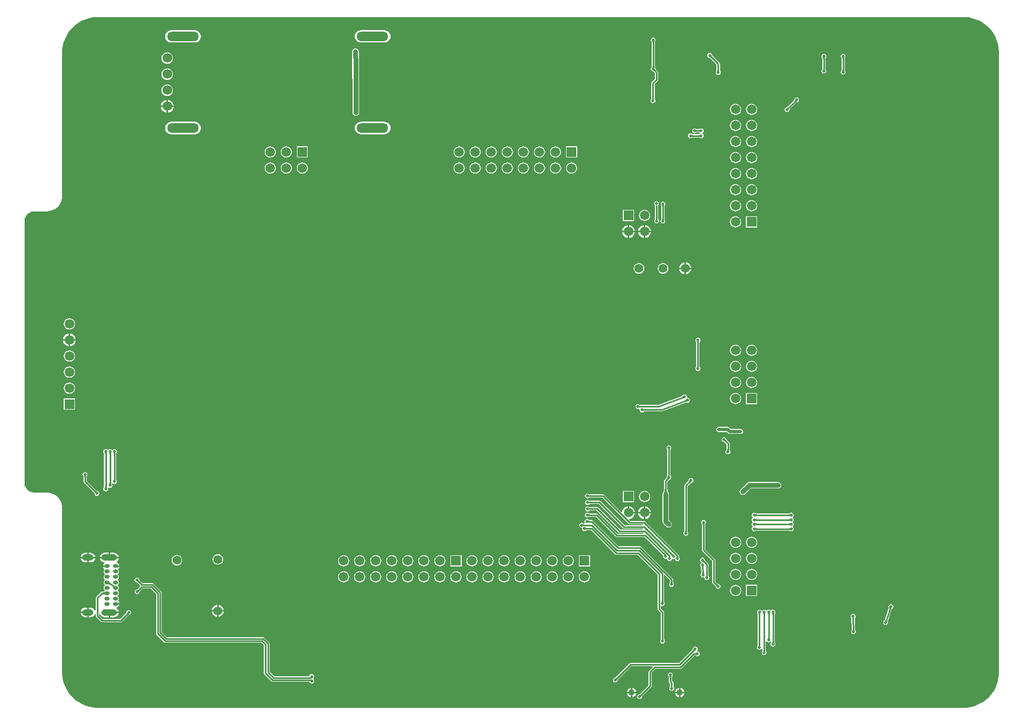
<source format=gbl>
G04*
G04 #@! TF.GenerationSoftware,Altium Limited,Altium Designer,20.0.13 (296)*
G04*
G04 Layer_Physical_Order=2*
G04 Layer_Color=16711680*
%FSLAX25Y25*%
%MOIN*%
G70*
G01*
G75*
%ADD10C,0.01000*%
%ADD15C,0.02000*%
%ADD17C,0.03000*%
%ADD45C,0.03937*%
%ADD51R,0.62992X0.35100*%
%ADD84O,0.03150X0.02441*%
%ADD85O,0.09843X0.03937*%
%ADD86O,0.07087X0.03937*%
%ADD87O,0.19685X0.05906*%
%ADD88R,0.05906X0.05906*%
%ADD89C,0.05906*%
%ADD90R,0.05906X0.05906*%
%ADD91C,0.05906*%
%ADD92C,0.07874*%
%ADD93C,0.05512*%
%ADD94C,0.06000*%
%ADD95C,0.01968*%
G36*
X526868Y431329D02*
X528997Y430905D01*
X531074Y430275D01*
X533079Y429445D01*
X534994Y428421D01*
X536798Y427215D01*
X538477Y425838D01*
X540011Y424303D01*
X541389Y422625D01*
X542594Y420821D01*
X543618Y418906D01*
X544448Y416901D01*
X545079Y414823D01*
X545502Y412695D01*
X545715Y410534D01*
Y409449D01*
Y23622D01*
Y22537D01*
X545502Y20376D01*
X545079Y18247D01*
X544448Y16170D01*
X543618Y14165D01*
X542594Y12250D01*
X541389Y10446D01*
X540011Y8768D01*
X538477Y7233D01*
X536798Y5855D01*
X534994Y4650D01*
X533079Y3626D01*
X531074Y2796D01*
X528997Y2166D01*
X526868Y1742D01*
X524707Y1529D01*
X523622D01*
X-15748Y1529D01*
X-16833D01*
X-18994Y1742D01*
X-21123Y2166D01*
X-23200Y2796D01*
X-25205Y3626D01*
X-27120Y4650D01*
X-28925Y5856D01*
X-30602Y7233D01*
X-32137Y8768D01*
X-33514Y10446D01*
X-34720Y12250D01*
X-35744Y14165D01*
X-36574Y16170D01*
X-37205Y18248D01*
X-37628Y20376D01*
X-37841Y22537D01*
Y23622D01*
X-37841Y125984D01*
X-37848Y126022D01*
X-37843Y126059D01*
X-37881Y126831D01*
X-37908Y126941D01*
Y127054D01*
X-38209Y128568D01*
X-38267Y128708D01*
X-38296Y128855D01*
X-38887Y130281D01*
X-38971Y130406D01*
X-39028Y130546D01*
X-39886Y131829D01*
X-39992Y131936D01*
X-40076Y132061D01*
X-41167Y133152D01*
X-41293Y133236D01*
X-41399Y133343D01*
X-42683Y134200D01*
X-42822Y134258D01*
X-42947Y134341D01*
X-44373Y134932D01*
X-44521Y134961D01*
X-44660Y135019D01*
X-46174Y135320D01*
X-46287D01*
X-46397Y135348D01*
X-47169Y135386D01*
X-47207Y135380D01*
X-47244Y135388D01*
X-55118D01*
X-55743Y135388D01*
X-56969Y135631D01*
X-58123Y136110D01*
X-59163Y136804D01*
X-60046Y137688D01*
X-60741Y138727D01*
X-61219Y139882D01*
X-61463Y141107D01*
X-61463Y141732D01*
X-61463Y304252D01*
X-61463Y304877D01*
X-61219Y306103D01*
X-60741Y307257D01*
X-60046Y308296D01*
X-59163Y309180D01*
X-58123Y309875D01*
X-56969Y310353D01*
X-55743Y310597D01*
X-47244Y310597D01*
X-47207Y310604D01*
X-47169Y310598D01*
X-46397Y310636D01*
X-46287Y310664D01*
X-46174D01*
X-44660Y310965D01*
X-44521Y311023D01*
X-44373Y311052D01*
X-42947Y311643D01*
X-42822Y311726D01*
X-42683Y311784D01*
X-41399Y312642D01*
X-41293Y312748D01*
X-41167Y312832D01*
X-40076Y313923D01*
X-39992Y314049D01*
X-39886Y314155D01*
X-39028Y315439D01*
X-38971Y315578D01*
X-38887Y315703D01*
X-38296Y317129D01*
X-38267Y317277D01*
X-38209Y317416D01*
X-37908Y318930D01*
Y319043D01*
X-37881Y319153D01*
X-37843Y319925D01*
X-37848Y319963D01*
X-37841Y320000D01*
X-37841Y409449D01*
Y410534D01*
X-37628Y412695D01*
X-37205Y414823D01*
X-36574Y416901D01*
X-35744Y418906D01*
X-34720Y420821D01*
X-33514Y422625D01*
X-32137Y424303D01*
X-30602Y425838D01*
X-28925Y427215D01*
X-27120Y428421D01*
X-25205Y429445D01*
X-23200Y430275D01*
X-21123Y430905D01*
X-18994Y431329D01*
X-16833Y431541D01*
X524707D01*
X526868Y431329D01*
D02*
G37*
%LPC*%
G36*
X162795Y423376D02*
X148228D01*
X147224Y423244D01*
X146289Y422856D01*
X145485Y422239D01*
X144869Y421436D01*
X144481Y420500D01*
X144349Y419496D01*
X144481Y418492D01*
X144869Y417556D01*
X145485Y416753D01*
X146289Y416136D01*
X147224Y415749D01*
X148228Y415616D01*
X162795D01*
X163799Y415749D01*
X164735Y416136D01*
X165539Y416753D01*
X166155Y417556D01*
X166543Y418492D01*
X166675Y419496D01*
X166543Y420500D01*
X166155Y421436D01*
X165539Y422239D01*
X164735Y422856D01*
X163799Y423244D01*
X162795Y423376D01*
D02*
G37*
G36*
X44685D02*
X30118D01*
X29114Y423244D01*
X28178Y422856D01*
X27375Y422239D01*
X26758Y421436D01*
X26371Y420500D01*
X26239Y419496D01*
X26371Y418492D01*
X26758Y417556D01*
X27375Y416753D01*
X28178Y416136D01*
X29114Y415749D01*
X30118Y415616D01*
X44685D01*
X45689Y415749D01*
X46625Y416136D01*
X47428Y416753D01*
X48045Y417556D01*
X48432Y418492D01*
X48565Y419496D01*
X48432Y420500D01*
X48045Y421436D01*
X47428Y422239D01*
X46625Y422856D01*
X45689Y423244D01*
X44685Y423376D01*
D02*
G37*
G36*
X27559Y409483D02*
X26645Y409363D01*
X25794Y409010D01*
X25063Y408449D01*
X24502Y407718D01*
X24149Y406866D01*
X24029Y405953D01*
X24149Y405039D01*
X24502Y404188D01*
X25063Y403456D01*
X25794Y402895D01*
X26645Y402543D01*
X27559Y402423D01*
X28473Y402543D01*
X29324Y402895D01*
X30055Y403456D01*
X30616Y404188D01*
X30969Y405039D01*
X31089Y405953D01*
X30969Y406866D01*
X30616Y407718D01*
X30055Y408449D01*
X29324Y409010D01*
X28473Y409363D01*
X27559Y409483D01*
D02*
G37*
G36*
X436599Y408509D02*
X436020Y408394D01*
X435529Y408066D01*
X435201Y407575D01*
X435086Y406996D01*
X435201Y406417D01*
X435485Y405992D01*
X435493Y405968D01*
X435496Y405951D01*
X435501Y405944D01*
X435504Y405935D01*
X435513Y405925D01*
X435519Y405910D01*
X435528Y405881D01*
X435537Y405839D01*
X435544Y405792D01*
X435557Y405638D01*
X435558Y405548D01*
X435580Y405499D01*
Y399301D01*
X435558Y399254D01*
X435552Y399066D01*
X435545Y399007D01*
X435537Y398953D01*
X435528Y398911D01*
X435519Y398882D01*
X435513Y398867D01*
X435504Y398857D01*
X435501Y398848D01*
X435496Y398841D01*
X435493Y398824D01*
X435485Y398800D01*
X435201Y398375D01*
X435086Y397796D01*
X435201Y397217D01*
X435529Y396726D01*
X436020Y396398D01*
X436599Y396283D01*
X437178Y396398D01*
X437669Y396726D01*
X437997Y397217D01*
X438112Y397796D01*
X437997Y398375D01*
X437714Y398800D01*
X437705Y398824D01*
X437702Y398841D01*
X437697Y398848D01*
X437694Y398857D01*
X437685Y398867D01*
X437679Y398882D01*
X437671Y398911D01*
X437662Y398953D01*
X437654Y399000D01*
X437642Y399154D01*
X437640Y399244D01*
X437619Y399293D01*
Y405491D01*
X437640Y405538D01*
X437647Y405725D01*
X437653Y405785D01*
X437662Y405839D01*
X437671Y405881D01*
X437679Y405910D01*
X437685Y405925D01*
X437694Y405935D01*
X437697Y405944D01*
X437702Y405951D01*
X437705Y405968D01*
X437714Y405992D01*
X437997Y406417D01*
X438112Y406996D01*
X437997Y407575D01*
X437669Y408066D01*
X437178Y408394D01*
X436599Y408509D01*
D02*
G37*
G36*
X448599Y408709D02*
X448020Y408594D01*
X447529Y408266D01*
X447201Y407775D01*
X447086Y407196D01*
X447201Y406617D01*
X447485Y406192D01*
X447493Y406168D01*
X447496Y406151D01*
X447501Y406144D01*
X447504Y406135D01*
X447513Y406125D01*
X447519Y406110D01*
X447528Y406081D01*
X447537Y406039D01*
X447544Y405992D01*
X447556Y405838D01*
X447558Y405748D01*
X447580Y405699D01*
Y398701D01*
X447558Y398654D01*
X447551Y398466D01*
X447545Y398407D01*
X447537Y398353D01*
X447528Y398311D01*
X447519Y398282D01*
X447513Y398267D01*
X447504Y398257D01*
X447501Y398248D01*
X447496Y398241D01*
X447493Y398224D01*
X447485Y398200D01*
X447201Y397775D01*
X447086Y397196D01*
X447201Y396617D01*
X447529Y396126D01*
X448020Y395798D01*
X448599Y395683D01*
X449178Y395798D01*
X449669Y396126D01*
X449997Y396617D01*
X450112Y397196D01*
X449997Y397775D01*
X449714Y398200D01*
X449705Y398224D01*
X449702Y398241D01*
X449697Y398248D01*
X449694Y398257D01*
X449685Y398267D01*
X449679Y398282D01*
X449671Y398311D01*
X449661Y398353D01*
X449654Y398400D01*
X449642Y398554D01*
X449640Y398644D01*
X449619Y398693D01*
Y405691D01*
X449640Y405738D01*
X449647Y405925D01*
X449653Y405985D01*
X449661Y406039D01*
X449671Y406081D01*
X449679Y406110D01*
X449685Y406125D01*
X449694Y406135D01*
X449697Y406144D01*
X449702Y406151D01*
X449705Y406168D01*
X449714Y406192D01*
X449997Y406617D01*
X450112Y407196D01*
X449997Y407775D01*
X449669Y408266D01*
X449178Y408594D01*
X448599Y408709D01*
D02*
G37*
G36*
X365542Y409109D02*
X364963Y408994D01*
X364472Y408666D01*
X364144Y408175D01*
X364028Y407596D01*
X364144Y407017D01*
X364472Y406526D01*
X364963Y406198D01*
X365463Y406098D01*
X365486Y406087D01*
X365501Y406077D01*
X365509Y406076D01*
X365518Y406072D01*
X365531Y406071D01*
X365546Y406064D01*
X365572Y406050D01*
X365609Y406027D01*
X365648Y405998D01*
X365765Y405898D01*
X365829Y405836D01*
X365880Y405816D01*
X369822Y401874D01*
Y398501D01*
X369801Y398454D01*
X369794Y398267D01*
X369788Y398207D01*
X369779Y398153D01*
X369770Y398111D01*
X369761Y398082D01*
X369756Y398067D01*
X369747Y398057D01*
X369744Y398048D01*
X369739Y398041D01*
X369736Y398024D01*
X369727Y398000D01*
X369444Y397575D01*
X369328Y396996D01*
X369444Y396417D01*
X369772Y395926D01*
X370263Y395598D01*
X370842Y395483D01*
X371421Y395598D01*
X371912Y395926D01*
X372240Y396417D01*
X372355Y396996D01*
X372240Y397575D01*
X371956Y398000D01*
X371948Y398024D01*
X371944Y398041D01*
X371939Y398048D01*
X371936Y398057D01*
X371928Y398067D01*
X371922Y398082D01*
X371913Y398111D01*
X371904Y398153D01*
X371897Y398200D01*
X371884Y398354D01*
X371883Y398444D01*
X371861Y398493D01*
Y402296D01*
X371784Y402686D01*
X371563Y403017D01*
X367327Y407253D01*
X367309Y407301D01*
X367181Y407439D01*
X367143Y407485D01*
X367111Y407529D01*
X367088Y407565D01*
X367073Y407592D01*
X367067Y407607D01*
X367066Y407620D01*
X367062Y407628D01*
X367060Y407637D01*
X367051Y407652D01*
X367039Y407674D01*
X366940Y408175D01*
X366612Y408666D01*
X366121Y408994D01*
X365542Y409109D01*
D02*
G37*
G36*
X27559Y399483D02*
X26645Y399363D01*
X25794Y399010D01*
X25063Y398449D01*
X24502Y397718D01*
X24149Y396866D01*
X24029Y395953D01*
X24149Y395039D01*
X24502Y394188D01*
X25063Y393457D01*
X25794Y392896D01*
X26645Y392543D01*
X27559Y392423D01*
X28473Y392543D01*
X29324Y392896D01*
X30055Y393457D01*
X30616Y394188D01*
X30969Y395039D01*
X31089Y395953D01*
X30969Y396866D01*
X30616Y397718D01*
X30055Y398449D01*
X29324Y399010D01*
X28473Y399363D01*
X27559Y399483D01*
D02*
G37*
G36*
Y389483D02*
X26645Y389363D01*
X25794Y389010D01*
X25063Y388449D01*
X24502Y387718D01*
X24149Y386866D01*
X24029Y385953D01*
X24149Y385039D01*
X24502Y384188D01*
X25063Y383456D01*
X25794Y382895D01*
X26645Y382543D01*
X27559Y382423D01*
X28473Y382543D01*
X29324Y382895D01*
X30055Y383456D01*
X30616Y384188D01*
X30969Y385039D01*
X31089Y385953D01*
X30969Y386866D01*
X30616Y387718D01*
X30055Y388449D01*
X29324Y389010D01*
X28473Y389363D01*
X27559Y389483D01*
D02*
G37*
G36*
X330342Y418709D02*
X329763Y418594D01*
X329272Y418266D01*
X328944Y417775D01*
X328828Y417196D01*
X328944Y416617D01*
X329225Y416196D01*
X329234Y416170D01*
X329237Y416153D01*
X329242Y416146D01*
X329245Y416137D01*
X329254Y416127D01*
X329260Y416112D01*
X329269Y416082D01*
X329278Y416041D01*
X329285Y415993D01*
X329297Y415839D01*
X329299Y415749D01*
X329320Y415700D01*
Y400705D01*
X329299Y400659D01*
X329292Y400471D01*
X329286Y400411D01*
X329278Y400358D01*
X329268Y400316D01*
X329260Y400287D01*
X329254Y400272D01*
X329245Y400262D01*
X329242Y400253D01*
X329237Y400246D01*
X329234Y400229D01*
X329226Y400207D01*
X328940Y399779D01*
X328825Y399200D01*
X328940Y398620D01*
X329268Y398129D01*
X329759Y397801D01*
X330260Y397702D01*
X330283Y397691D01*
X330297Y397681D01*
X330306Y397679D01*
X330314Y397675D01*
X330327Y397674D01*
X330342Y397668D01*
X330369Y397653D01*
X330405Y397630D01*
X330444Y397602D01*
X330561Y397502D01*
X330626Y397440D01*
X330676Y397420D01*
X331322Y396774D01*
Y393018D01*
X329467Y391163D01*
X329246Y390833D01*
X329169Y390442D01*
Y380854D01*
X329147Y380808D01*
X329140Y380620D01*
X329134Y380560D01*
X329126Y380506D01*
X329117Y380464D01*
X329108Y380435D01*
X329102Y380420D01*
X329093Y380411D01*
X329090Y380402D01*
X329085Y380394D01*
X329082Y380377D01*
X329074Y380353D01*
X328790Y379929D01*
X328675Y379349D01*
X328790Y378770D01*
X329118Y378279D01*
X329609Y377951D01*
X330188Y377836D01*
X330767Y377951D01*
X331258Y378279D01*
X331586Y378770D01*
X331701Y379349D01*
X331586Y379929D01*
X331303Y380353D01*
X331294Y380377D01*
X331291Y380394D01*
X331286Y380402D01*
X331283Y380411D01*
X331274Y380420D01*
X331268Y380435D01*
X331260Y380464D01*
X331251Y380506D01*
X331243Y380554D01*
X331231Y380708D01*
X331229Y380798D01*
X331208Y380847D01*
Y390020D01*
X333063Y391875D01*
X333284Y392206D01*
X333361Y392596D01*
Y397196D01*
X333284Y397586D01*
X333063Y397917D01*
X332123Y398857D01*
X332105Y398904D01*
X331977Y399042D01*
X331940Y399089D01*
X331907Y399133D01*
X331884Y399169D01*
X331870Y399196D01*
X331863Y399210D01*
X331862Y399223D01*
X331858Y399232D01*
X331857Y399241D01*
X331847Y399255D01*
X331836Y399278D01*
X331736Y399779D01*
X331455Y400200D01*
X331446Y400225D01*
X331443Y400242D01*
X331438Y400250D01*
X331435Y400258D01*
X331426Y400269D01*
X331420Y400284D01*
X331412Y400313D01*
X331402Y400355D01*
X331395Y400403D01*
X331383Y400557D01*
X331381Y400646D01*
X331360Y400696D01*
Y415690D01*
X331381Y415737D01*
X331388Y415924D01*
X331394Y415984D01*
X331402Y416038D01*
X331412Y416080D01*
X331420Y416109D01*
X331426Y416123D01*
X331435Y416133D01*
X331438Y416142D01*
X331443Y416149D01*
X331446Y416166D01*
X331454Y416189D01*
X331740Y416617D01*
X331855Y417196D01*
X331740Y417775D01*
X331412Y418266D01*
X330921Y418594D01*
X330342Y418709D01*
D02*
G37*
G36*
X28059Y379922D02*
Y376453D01*
X31528D01*
X31456Y376997D01*
X31053Y377970D01*
X30412Y378806D01*
X29576Y379447D01*
X28603Y379850D01*
X28059Y379922D01*
D02*
G37*
G36*
X27059D02*
X26515Y379850D01*
X25542Y379447D01*
X24706Y378806D01*
X24065Y377970D01*
X23662Y376997D01*
X23590Y376453D01*
X27059D01*
Y379922D01*
D02*
G37*
G36*
X419642Y381509D02*
X419063Y381394D01*
X418572Y381066D01*
X418244Y380575D01*
X418128Y379996D01*
X418132Y379979D01*
X418124Y379966D01*
X418122Y379955D01*
X418118Y379946D01*
X418118Y379937D01*
X418115Y379928D01*
X418102Y379904D01*
X418082Y379871D01*
X418055Y379834D01*
X417958Y379718D01*
X417897Y379655D01*
X417893Y379644D01*
X417882Y379640D01*
X417867Y379594D01*
X413960Y375687D01*
X413909Y375667D01*
X413844Y375604D01*
X413724Y375501D01*
X413683Y375470D01*
X413645Y375445D01*
X413616Y375428D01*
X413597Y375419D01*
X413595Y375418D01*
X413580Y375417D01*
X413572Y375412D01*
X413564Y375411D01*
X413551Y375401D01*
X413501Y375373D01*
X413099Y375293D01*
X412608Y374965D01*
X412280Y374474D01*
X412165Y373895D01*
X412280Y373316D01*
X412608Y372825D01*
X413099Y372497D01*
X413678Y372382D01*
X414257Y372497D01*
X414748Y372825D01*
X415076Y373316D01*
X415191Y373895D01*
X415188Y373912D01*
X415196Y373925D01*
X415198Y373936D01*
X415202Y373945D01*
X415202Y373955D01*
X415205Y373963D01*
X415217Y373987D01*
X415238Y374021D01*
X415265Y374058D01*
X415362Y374173D01*
X415423Y374236D01*
X415427Y374247D01*
X415437Y374252D01*
X415453Y374297D01*
X419360Y378204D01*
X419410Y378224D01*
X419476Y378287D01*
X419595Y378391D01*
X419636Y378421D01*
X419675Y378447D01*
X419704Y378463D01*
X419723Y378472D01*
X419725Y378473D01*
X419740Y378475D01*
X419747Y378479D01*
X419755Y378481D01*
X419768Y378490D01*
X419818Y378518D01*
X420221Y378598D01*
X420712Y378926D01*
X421040Y379417D01*
X421155Y379996D01*
X421040Y380575D01*
X420712Y381066D01*
X420221Y381394D01*
X419642Y381509D01*
D02*
G37*
G36*
X31528Y375453D02*
X28059D01*
Y371984D01*
X28603Y372056D01*
X29576Y372459D01*
X30412Y373100D01*
X31053Y373936D01*
X31456Y374909D01*
X31528Y375453D01*
D02*
G37*
G36*
X27059D02*
X23590D01*
X23662Y374909D01*
X24065Y373936D01*
X24706Y373100D01*
X25542Y372459D01*
X26515Y372056D01*
X27059Y371984D01*
Y375453D01*
D02*
G37*
G36*
X391598Y377479D02*
X390697Y377360D01*
X389857Y377012D01*
X389136Y376459D01*
X388582Y375737D01*
X388234Y374897D01*
X388116Y373996D01*
X388234Y373095D01*
X388582Y372255D01*
X389136Y371533D01*
X389857Y370980D01*
X390697Y370632D01*
X391598Y370514D01*
X392500Y370632D01*
X393340Y370980D01*
X394061Y371533D01*
X394614Y372255D01*
X394962Y373095D01*
X395081Y373996D01*
X394962Y374897D01*
X394614Y375737D01*
X394061Y376459D01*
X393340Y377012D01*
X392500Y377360D01*
X391598Y377479D01*
D02*
G37*
G36*
X381598D02*
X380697Y377360D01*
X379857Y377012D01*
X379136Y376459D01*
X378583Y375737D01*
X378235Y374897D01*
X378116Y373996D01*
X378235Y373095D01*
X378583Y372255D01*
X379136Y371533D01*
X379857Y370980D01*
X380697Y370632D01*
X381598Y370514D01*
X382500Y370632D01*
X383340Y370980D01*
X384061Y371533D01*
X384614Y372255D01*
X384962Y373095D01*
X385081Y373996D01*
X384962Y374897D01*
X384614Y375737D01*
X384061Y376459D01*
X383340Y377012D01*
X382500Y377360D01*
X381598Y377479D01*
D02*
G37*
G36*
X144844Y412039D02*
X144064Y411882D01*
X143403Y411438D01*
X142963Y410776D01*
X142809Y409995D01*
X142827Y401991D01*
X142867Y383991D01*
X142903Y383815D01*
Y372058D01*
X143058Y371278D01*
X143500Y370616D01*
X143558Y370558D01*
X144220Y370116D01*
X145000Y369961D01*
X145780Y370116D01*
X146442Y370558D01*
X146884Y371220D01*
X147039Y372000D01*
X146981Y372293D01*
Y383996D01*
X146945Y384176D01*
X146905Y402000D01*
X146887Y410004D01*
X146730Y410784D01*
X146287Y411445D01*
X145624Y411885D01*
X144844Y412039D01*
D02*
G37*
G36*
X391598Y367478D02*
X390697Y367360D01*
X389857Y367012D01*
X389136Y366459D01*
X388582Y365737D01*
X388234Y364897D01*
X388116Y363996D01*
X388234Y363095D01*
X388582Y362255D01*
X389136Y361533D01*
X389857Y360980D01*
X390697Y360632D01*
X391598Y360513D01*
X392500Y360632D01*
X393340Y360980D01*
X394061Y361533D01*
X394614Y362255D01*
X394962Y363095D01*
X395081Y363996D01*
X394962Y364897D01*
X394614Y365737D01*
X394061Y366459D01*
X393340Y367012D01*
X392500Y367360D01*
X391598Y367478D01*
D02*
G37*
G36*
X381598D02*
X380697Y367360D01*
X379857Y367012D01*
X379136Y366459D01*
X378583Y365737D01*
X378235Y364897D01*
X378116Y363996D01*
X378235Y363095D01*
X378583Y362255D01*
X379136Y361533D01*
X379857Y360980D01*
X380697Y360632D01*
X381598Y360513D01*
X382500Y360632D01*
X383340Y360980D01*
X384061Y361533D01*
X384614Y362255D01*
X384962Y363095D01*
X385081Y363996D01*
X384962Y364897D01*
X384614Y365737D01*
X384061Y366459D01*
X383340Y367012D01*
X382500Y367360D01*
X381598Y367478D01*
D02*
G37*
G36*
X356042Y362259D02*
X355463Y362144D01*
X354972Y361816D01*
X354644Y361325D01*
X354528Y360746D01*
X354644Y360167D01*
X354972Y359676D01*
X355463Y359348D01*
X356042Y359232D01*
X356621Y359348D01*
X357001Y359601D01*
X357043Y359615D01*
X357059Y359617D01*
X357066Y359622D01*
X357075Y359625D01*
X357086Y359634D01*
X357087Y359634D01*
X357104Y359641D01*
X357135Y359650D01*
X357179Y359659D01*
X357228Y359666D01*
X357384Y359678D01*
X357474Y359680D01*
X357524Y359701D01*
X358622D01*
X358669Y359680D01*
X358855Y359673D01*
X358914Y359667D01*
X358966Y359658D01*
X359007Y359649D01*
X359034Y359640D01*
X359046Y359636D01*
X359054Y359628D01*
X359063Y359625D01*
X359071Y359619D01*
X359088Y359615D01*
X359370Y359427D01*
Y358865D01*
X359138Y358710D01*
X359114Y358702D01*
X359097Y358699D01*
X359090Y358694D01*
X359081Y358691D01*
X359071Y358682D01*
X359056Y358676D01*
X359027Y358667D01*
X358985Y358658D01*
X358937Y358651D01*
X358784Y358639D01*
X358694Y358637D01*
X358644Y358616D01*
X355046D01*
X355000Y358637D01*
X354812Y358644D01*
X354752Y358650D01*
X354699Y358658D01*
X354657Y358668D01*
X354627Y358676D01*
X354613Y358682D01*
X354603Y358691D01*
X354594Y358694D01*
X354586Y358699D01*
X354569Y358702D01*
X354545Y358710D01*
X354121Y358994D01*
X353542Y359109D01*
X352963Y358994D01*
X352472Y358666D01*
X352144Y358175D01*
X352028Y357596D01*
X352144Y357017D01*
X352472Y356526D01*
X352963Y356198D01*
X353542Y356083D01*
X354121Y356198D01*
X354545Y356482D01*
X354569Y356490D01*
X354586Y356493D01*
X354594Y356498D01*
X354603Y356501D01*
X354613Y356510D01*
X354628Y356516D01*
X354657Y356524D01*
X354699Y356534D01*
X354746Y356541D01*
X354900Y356553D01*
X354990Y356555D01*
X355039Y356576D01*
X358637D01*
X358683Y356555D01*
X358871Y356548D01*
X358931Y356542D01*
X358985Y356534D01*
X359027Y356524D01*
X359056Y356516D01*
X359071Y356510D01*
X359081Y356501D01*
X359090Y356498D01*
X359097Y356493D01*
X359114Y356490D01*
X359138Y356482D01*
X359563Y356198D01*
X360142Y356083D01*
X360721Y356198D01*
X361212Y356526D01*
X361540Y357017D01*
X361655Y357596D01*
X361540Y358175D01*
X361212Y358666D01*
X360914Y358865D01*
Y359427D01*
X361212Y359626D01*
X361540Y360117D01*
X361655Y360696D01*
X361540Y361275D01*
X361212Y361766D01*
X360721Y362094D01*
X360142Y362209D01*
X359563Y362094D01*
X359183Y361840D01*
X359140Y361827D01*
X359124Y361824D01*
X359117Y361820D01*
X359108Y361817D01*
X359097Y361808D01*
X359097Y361807D01*
X359079Y361801D01*
X359048Y361792D01*
X359005Y361783D01*
X358955Y361775D01*
X358800Y361764D01*
X358709Y361762D01*
X358660Y361740D01*
X357561D01*
X357515Y361762D01*
X357328Y361769D01*
X357270Y361775D01*
X357217Y361784D01*
X357177Y361793D01*
X357150Y361801D01*
X357138Y361806D01*
X357130Y361814D01*
X357121Y361817D01*
X357112Y361823D01*
X357096Y361826D01*
X356621Y362144D01*
X356042Y362259D01*
D02*
G37*
G36*
X162795Y366289D02*
X148228D01*
X147224Y366157D01*
X146289Y365769D01*
X145485Y365153D01*
X144869Y364349D01*
X144481Y363414D01*
X144349Y362409D01*
X144481Y361405D01*
X144869Y360470D01*
X145485Y359666D01*
X146289Y359050D01*
X147224Y358662D01*
X148228Y358530D01*
X162795D01*
X163799Y358662D01*
X164735Y359050D01*
X165539Y359666D01*
X166155Y360470D01*
X166543Y361405D01*
X166675Y362409D01*
X166543Y363414D01*
X166155Y364349D01*
X165539Y365153D01*
X164735Y365769D01*
X163799Y366157D01*
X162795Y366289D01*
D02*
G37*
G36*
X44685D02*
X30118D01*
X29114Y366157D01*
X28178Y365769D01*
X27375Y365153D01*
X26758Y364349D01*
X26371Y363414D01*
X26239Y362409D01*
X26371Y361405D01*
X26758Y360470D01*
X27375Y359666D01*
X28178Y359050D01*
X29114Y358662D01*
X30118Y358530D01*
X44685D01*
X45689Y358662D01*
X46625Y359050D01*
X47428Y359666D01*
X48045Y360470D01*
X48432Y361405D01*
X48565Y362409D01*
X48432Y363414D01*
X48045Y364349D01*
X47428Y365153D01*
X46625Y365769D01*
X45689Y366157D01*
X44685Y366289D01*
D02*
G37*
G36*
X391598Y357478D02*
X390697Y357360D01*
X389857Y357012D01*
X389136Y356458D01*
X388582Y355737D01*
X388234Y354897D01*
X388116Y353996D01*
X388234Y353095D01*
X388582Y352255D01*
X389136Y351534D01*
X389857Y350980D01*
X390697Y350632D01*
X391598Y350514D01*
X392500Y350632D01*
X393340Y350980D01*
X394061Y351534D01*
X394614Y352255D01*
X394962Y353095D01*
X395081Y353996D01*
X394962Y354897D01*
X394614Y355737D01*
X394061Y356458D01*
X393340Y357012D01*
X392500Y357360D01*
X391598Y357478D01*
D02*
G37*
G36*
X381598D02*
X380697Y357360D01*
X379857Y357012D01*
X379136Y356458D01*
X378583Y355737D01*
X378235Y354897D01*
X378116Y353996D01*
X378235Y353095D01*
X378583Y352255D01*
X379136Y351534D01*
X379857Y350980D01*
X380697Y350632D01*
X381598Y350514D01*
X382500Y350632D01*
X383340Y350980D01*
X384061Y351534D01*
X384614Y352255D01*
X384962Y353095D01*
X385081Y353996D01*
X384962Y354897D01*
X384614Y355737D01*
X384061Y356458D01*
X383340Y357012D01*
X382500Y357360D01*
X381598Y357478D01*
D02*
G37*
G36*
X282894Y350953D02*
X275989D01*
Y344047D01*
X282894D01*
Y350953D01*
D02*
G37*
G36*
X115173D02*
X108268D01*
Y344047D01*
X115173D01*
Y350953D01*
D02*
G37*
G36*
X269442Y350982D02*
X268540Y350864D01*
X267701Y350516D01*
X266979Y349962D01*
X266426Y349241D01*
X266078Y348401D01*
X265959Y347500D01*
X266078Y346599D01*
X266426Y345759D01*
X266979Y345038D01*
X267701Y344484D01*
X268540Y344136D01*
X269442Y344018D01*
X270343Y344136D01*
X271183Y344484D01*
X271904Y345038D01*
X272458Y345759D01*
X272806Y346599D01*
X272924Y347500D01*
X272806Y348401D01*
X272458Y349241D01*
X271904Y349962D01*
X271183Y350516D01*
X270343Y350864D01*
X269442Y350982D01*
D02*
G37*
G36*
X259442D02*
X258540Y350864D01*
X257700Y350516D01*
X256979Y349962D01*
X256426Y349241D01*
X256078Y348401D01*
X255959Y347500D01*
X256078Y346599D01*
X256426Y345759D01*
X256979Y345038D01*
X257700Y344484D01*
X258540Y344136D01*
X259442Y344018D01*
X260343Y344136D01*
X261183Y344484D01*
X261904Y345038D01*
X262458Y345759D01*
X262806Y346599D01*
X262924Y347500D01*
X262806Y348401D01*
X262458Y349241D01*
X261904Y349962D01*
X261183Y350516D01*
X260343Y350864D01*
X259442Y350982D01*
D02*
G37*
G36*
X249442D02*
X248540Y350864D01*
X247701Y350516D01*
X246979Y349962D01*
X246426Y349241D01*
X246078Y348401D01*
X245959Y347500D01*
X246078Y346599D01*
X246426Y345759D01*
X246979Y345038D01*
X247701Y344484D01*
X248540Y344136D01*
X249442Y344018D01*
X250343Y344136D01*
X251183Y344484D01*
X251904Y345038D01*
X252458Y345759D01*
X252806Y346599D01*
X252924Y347500D01*
X252806Y348401D01*
X252458Y349241D01*
X251904Y349962D01*
X251183Y350516D01*
X250343Y350864D01*
X249442Y350982D01*
D02*
G37*
G36*
X239442D02*
X238540Y350864D01*
X237701Y350516D01*
X236979Y349962D01*
X236426Y349241D01*
X236078Y348401D01*
X235959Y347500D01*
X236078Y346599D01*
X236426Y345759D01*
X236979Y345038D01*
X237701Y344484D01*
X238540Y344136D01*
X239442Y344018D01*
X240343Y344136D01*
X241183Y344484D01*
X241904Y345038D01*
X242458Y345759D01*
X242806Y346599D01*
X242924Y347500D01*
X242806Y348401D01*
X242458Y349241D01*
X241904Y349962D01*
X241183Y350516D01*
X240343Y350864D01*
X239442Y350982D01*
D02*
G37*
G36*
X229442D02*
X228540Y350864D01*
X227700Y350516D01*
X226979Y349962D01*
X226426Y349241D01*
X226078Y348401D01*
X225959Y347500D01*
X226078Y346599D01*
X226426Y345759D01*
X226979Y345038D01*
X227700Y344484D01*
X228540Y344136D01*
X229442Y344018D01*
X230343Y344136D01*
X231183Y344484D01*
X231904Y345038D01*
X232458Y345759D01*
X232806Y346599D01*
X232924Y347500D01*
X232806Y348401D01*
X232458Y349241D01*
X231904Y349962D01*
X231183Y350516D01*
X230343Y350864D01*
X229442Y350982D01*
D02*
G37*
G36*
X219442D02*
X218540Y350864D01*
X217701Y350516D01*
X216979Y349962D01*
X216426Y349241D01*
X216078Y348401D01*
X215959Y347500D01*
X216078Y346599D01*
X216426Y345759D01*
X216979Y345038D01*
X217701Y344484D01*
X218540Y344136D01*
X219442Y344018D01*
X220343Y344136D01*
X221183Y344484D01*
X221904Y345038D01*
X222458Y345759D01*
X222806Y346599D01*
X222924Y347500D01*
X222806Y348401D01*
X222458Y349241D01*
X221904Y349962D01*
X221183Y350516D01*
X220343Y350864D01*
X219442Y350982D01*
D02*
G37*
G36*
X209442D02*
X208540Y350864D01*
X207700Y350516D01*
X206979Y349962D01*
X206426Y349241D01*
X206078Y348401D01*
X205959Y347500D01*
X206078Y346599D01*
X206426Y345759D01*
X206979Y345038D01*
X207700Y344484D01*
X208540Y344136D01*
X209442Y344018D01*
X210343Y344136D01*
X211183Y344484D01*
X211904Y345038D01*
X212458Y345759D01*
X212806Y346599D01*
X212924Y347500D01*
X212806Y348401D01*
X212458Y349241D01*
X211904Y349962D01*
X211183Y350516D01*
X210343Y350864D01*
X209442Y350982D01*
D02*
G37*
G36*
X101721D02*
X100819Y350864D01*
X99980Y350516D01*
X99258Y349962D01*
X98705Y349241D01*
X98357Y348401D01*
X98238Y347500D01*
X98357Y346599D01*
X98705Y345759D01*
X99258Y345038D01*
X99980Y344484D01*
X100819Y344136D01*
X101721Y344018D01*
X102622Y344136D01*
X103462Y344484D01*
X104183Y345038D01*
X104737Y345759D01*
X105085Y346599D01*
X105203Y347500D01*
X105085Y348401D01*
X104737Y349241D01*
X104183Y349962D01*
X103462Y350516D01*
X102622Y350864D01*
X101721Y350982D01*
D02*
G37*
G36*
X91721D02*
X90819Y350864D01*
X89979Y350516D01*
X89258Y349962D01*
X88705Y349241D01*
X88357Y348401D01*
X88238Y347500D01*
X88357Y346599D01*
X88705Y345759D01*
X89258Y345038D01*
X89979Y344484D01*
X90819Y344136D01*
X91721Y344018D01*
X92622Y344136D01*
X93462Y344484D01*
X94183Y345038D01*
X94737Y345759D01*
X95085Y346599D01*
X95203Y347500D01*
X95085Y348401D01*
X94737Y349241D01*
X94183Y349962D01*
X93462Y350516D01*
X92622Y350864D01*
X91721Y350982D01*
D02*
G37*
G36*
X391598Y347479D02*
X390697Y347360D01*
X389857Y347012D01*
X389136Y346459D01*
X388582Y345737D01*
X388234Y344897D01*
X388116Y343996D01*
X388234Y343095D01*
X388582Y342255D01*
X389136Y341533D01*
X389857Y340980D01*
X390697Y340632D01*
X391598Y340513D01*
X392500Y340632D01*
X393340Y340980D01*
X394061Y341533D01*
X394614Y342255D01*
X394962Y343095D01*
X395081Y343996D01*
X394962Y344897D01*
X394614Y345737D01*
X394061Y346459D01*
X393340Y347012D01*
X392500Y347360D01*
X391598Y347479D01*
D02*
G37*
G36*
X381598D02*
X380697Y347360D01*
X379857Y347012D01*
X379136Y346459D01*
X378583Y345737D01*
X378235Y344897D01*
X378116Y343996D01*
X378235Y343095D01*
X378583Y342255D01*
X379136Y341533D01*
X379857Y340980D01*
X380697Y340632D01*
X381598Y340513D01*
X382500Y340632D01*
X383340Y340980D01*
X384061Y341533D01*
X384614Y342255D01*
X384962Y343095D01*
X385081Y343996D01*
X384962Y344897D01*
X384614Y345737D01*
X384061Y346459D01*
X383340Y347012D01*
X382500Y347360D01*
X381598Y347479D01*
D02*
G37*
G36*
X279442Y340983D02*
X278540Y340864D01*
X277700Y340516D01*
X276979Y339963D01*
X276426Y339241D01*
X276078Y338401D01*
X275959Y337500D01*
X276078Y336599D01*
X276426Y335759D01*
X276979Y335037D01*
X277700Y334484D01*
X278540Y334136D01*
X279442Y334017D01*
X280343Y334136D01*
X281183Y334484D01*
X281904Y335037D01*
X282458Y335759D01*
X282806Y336599D01*
X282924Y337500D01*
X282806Y338401D01*
X282458Y339241D01*
X281904Y339963D01*
X281183Y340516D01*
X280343Y340864D01*
X279442Y340983D01*
D02*
G37*
G36*
X269442D02*
X268540Y340864D01*
X267701Y340516D01*
X266979Y339963D01*
X266426Y339241D01*
X266078Y338401D01*
X265959Y337500D01*
X266078Y336599D01*
X266426Y335759D01*
X266979Y335037D01*
X267701Y334484D01*
X268540Y334136D01*
X269442Y334017D01*
X270343Y334136D01*
X271183Y334484D01*
X271904Y335037D01*
X272458Y335759D01*
X272806Y336599D01*
X272924Y337500D01*
X272806Y338401D01*
X272458Y339241D01*
X271904Y339963D01*
X271183Y340516D01*
X270343Y340864D01*
X269442Y340983D01*
D02*
G37*
G36*
X259442D02*
X258540Y340864D01*
X257700Y340516D01*
X256979Y339963D01*
X256426Y339241D01*
X256078Y338401D01*
X255959Y337500D01*
X256078Y336599D01*
X256426Y335759D01*
X256979Y335037D01*
X257700Y334484D01*
X258540Y334136D01*
X259442Y334017D01*
X260343Y334136D01*
X261183Y334484D01*
X261904Y335037D01*
X262458Y335759D01*
X262806Y336599D01*
X262924Y337500D01*
X262806Y338401D01*
X262458Y339241D01*
X261904Y339963D01*
X261183Y340516D01*
X260343Y340864D01*
X259442Y340983D01*
D02*
G37*
G36*
X249442D02*
X248540Y340864D01*
X247701Y340516D01*
X246979Y339963D01*
X246426Y339241D01*
X246078Y338401D01*
X245959Y337500D01*
X246078Y336599D01*
X246426Y335759D01*
X246979Y335037D01*
X247701Y334484D01*
X248540Y334136D01*
X249442Y334017D01*
X250343Y334136D01*
X251183Y334484D01*
X251904Y335037D01*
X252458Y335759D01*
X252806Y336599D01*
X252924Y337500D01*
X252806Y338401D01*
X252458Y339241D01*
X251904Y339963D01*
X251183Y340516D01*
X250343Y340864D01*
X249442Y340983D01*
D02*
G37*
G36*
X239442D02*
X238540Y340864D01*
X237701Y340516D01*
X236979Y339963D01*
X236426Y339241D01*
X236078Y338401D01*
X235959Y337500D01*
X236078Y336599D01*
X236426Y335759D01*
X236979Y335037D01*
X237701Y334484D01*
X238540Y334136D01*
X239442Y334017D01*
X240343Y334136D01*
X241183Y334484D01*
X241904Y335037D01*
X242458Y335759D01*
X242806Y336599D01*
X242924Y337500D01*
X242806Y338401D01*
X242458Y339241D01*
X241904Y339963D01*
X241183Y340516D01*
X240343Y340864D01*
X239442Y340983D01*
D02*
G37*
G36*
X229442D02*
X228540Y340864D01*
X227700Y340516D01*
X226979Y339963D01*
X226426Y339241D01*
X226078Y338401D01*
X225959Y337500D01*
X226078Y336599D01*
X226426Y335759D01*
X226979Y335037D01*
X227700Y334484D01*
X228540Y334136D01*
X229442Y334017D01*
X230343Y334136D01*
X231183Y334484D01*
X231904Y335037D01*
X232458Y335759D01*
X232806Y336599D01*
X232924Y337500D01*
X232806Y338401D01*
X232458Y339241D01*
X231904Y339963D01*
X231183Y340516D01*
X230343Y340864D01*
X229442Y340983D01*
D02*
G37*
G36*
X219442D02*
X218540Y340864D01*
X217701Y340516D01*
X216979Y339963D01*
X216426Y339241D01*
X216078Y338401D01*
X215959Y337500D01*
X216078Y336599D01*
X216426Y335759D01*
X216979Y335037D01*
X217701Y334484D01*
X218540Y334136D01*
X219442Y334017D01*
X220343Y334136D01*
X221183Y334484D01*
X221904Y335037D01*
X222458Y335759D01*
X222806Y336599D01*
X222924Y337500D01*
X222806Y338401D01*
X222458Y339241D01*
X221904Y339963D01*
X221183Y340516D01*
X220343Y340864D01*
X219442Y340983D01*
D02*
G37*
G36*
X209442D02*
X208540Y340864D01*
X207700Y340516D01*
X206979Y339963D01*
X206426Y339241D01*
X206078Y338401D01*
X205959Y337500D01*
X206078Y336599D01*
X206426Y335759D01*
X206979Y335037D01*
X207700Y334484D01*
X208540Y334136D01*
X209442Y334017D01*
X210343Y334136D01*
X211183Y334484D01*
X211904Y335037D01*
X212458Y335759D01*
X212806Y336599D01*
X212924Y337500D01*
X212806Y338401D01*
X212458Y339241D01*
X211904Y339963D01*
X211183Y340516D01*
X210343Y340864D01*
X209442Y340983D01*
D02*
G37*
G36*
X111721D02*
X110819Y340864D01*
X109979Y340516D01*
X109258Y339963D01*
X108705Y339241D01*
X108357Y338401D01*
X108238Y337500D01*
X108357Y336599D01*
X108705Y335759D01*
X109258Y335037D01*
X109979Y334484D01*
X110819Y334136D01*
X111721Y334017D01*
X112622Y334136D01*
X113462Y334484D01*
X114183Y335037D01*
X114737Y335759D01*
X115085Y336599D01*
X115203Y337500D01*
X115085Y338401D01*
X114737Y339241D01*
X114183Y339963D01*
X113462Y340516D01*
X112622Y340864D01*
X111721Y340983D01*
D02*
G37*
G36*
X101721D02*
X100819Y340864D01*
X99980Y340516D01*
X99258Y339963D01*
X98705Y339241D01*
X98357Y338401D01*
X98238Y337500D01*
X98357Y336599D01*
X98705Y335759D01*
X99258Y335037D01*
X99980Y334484D01*
X100819Y334136D01*
X101721Y334017D01*
X102622Y334136D01*
X103462Y334484D01*
X104183Y335037D01*
X104737Y335759D01*
X105085Y336599D01*
X105203Y337500D01*
X105085Y338401D01*
X104737Y339241D01*
X104183Y339963D01*
X103462Y340516D01*
X102622Y340864D01*
X101721Y340983D01*
D02*
G37*
G36*
X91721D02*
X90819Y340864D01*
X89979Y340516D01*
X89258Y339963D01*
X88705Y339241D01*
X88357Y338401D01*
X88238Y337500D01*
X88357Y336599D01*
X88705Y335759D01*
X89258Y335037D01*
X89979Y334484D01*
X90819Y334136D01*
X91721Y334017D01*
X92622Y334136D01*
X93462Y334484D01*
X94183Y335037D01*
X94737Y335759D01*
X95085Y336599D01*
X95203Y337500D01*
X95085Y338401D01*
X94737Y339241D01*
X94183Y339963D01*
X93462Y340516D01*
X92622Y340864D01*
X91721Y340983D01*
D02*
G37*
G36*
X391598Y337478D02*
X390697Y337360D01*
X389857Y337012D01*
X389136Y336458D01*
X388582Y335737D01*
X388234Y334897D01*
X388116Y333996D01*
X388234Y333095D01*
X388582Y332255D01*
X389136Y331534D01*
X389857Y330980D01*
X390697Y330632D01*
X391598Y330514D01*
X392500Y330632D01*
X393340Y330980D01*
X394061Y331534D01*
X394614Y332255D01*
X394962Y333095D01*
X395081Y333996D01*
X394962Y334897D01*
X394614Y335737D01*
X394061Y336458D01*
X393340Y337012D01*
X392500Y337360D01*
X391598Y337478D01*
D02*
G37*
G36*
X381598D02*
X380697Y337360D01*
X379857Y337012D01*
X379136Y336458D01*
X378583Y335737D01*
X378235Y334897D01*
X378116Y333996D01*
X378235Y333095D01*
X378583Y332255D01*
X379136Y331534D01*
X379857Y330980D01*
X380697Y330632D01*
X381598Y330514D01*
X382500Y330632D01*
X383340Y330980D01*
X384061Y331534D01*
X384614Y332255D01*
X384962Y333095D01*
X385081Y333996D01*
X384962Y334897D01*
X384614Y335737D01*
X384061Y336458D01*
X383340Y337012D01*
X382500Y337360D01*
X381598Y337478D01*
D02*
G37*
G36*
X391598Y327479D02*
X390697Y327360D01*
X389857Y327012D01*
X389136Y326459D01*
X388582Y325737D01*
X388234Y324897D01*
X388116Y323996D01*
X388234Y323095D01*
X388582Y322255D01*
X389136Y321533D01*
X389857Y320980D01*
X390697Y320632D01*
X391598Y320514D01*
X392500Y320632D01*
X393340Y320980D01*
X394061Y321533D01*
X394614Y322255D01*
X394962Y323095D01*
X395081Y323996D01*
X394962Y324897D01*
X394614Y325737D01*
X394061Y326459D01*
X393340Y327012D01*
X392500Y327360D01*
X391598Y327479D01*
D02*
G37*
G36*
X381598D02*
X380697Y327360D01*
X379857Y327012D01*
X379136Y326459D01*
X378583Y325737D01*
X378235Y324897D01*
X378116Y323996D01*
X378235Y323095D01*
X378583Y322255D01*
X379136Y321533D01*
X379857Y320980D01*
X380697Y320632D01*
X381598Y320514D01*
X382500Y320632D01*
X383340Y320980D01*
X384061Y321533D01*
X384614Y322255D01*
X384962Y323095D01*
X385081Y323996D01*
X384962Y324897D01*
X384614Y325737D01*
X384061Y326459D01*
X383340Y327012D01*
X382500Y327360D01*
X381598Y327479D01*
D02*
G37*
G36*
X391598Y317478D02*
X390697Y317360D01*
X389857Y317012D01*
X389136Y316459D01*
X388582Y315737D01*
X388234Y314897D01*
X388116Y313996D01*
X388234Y313095D01*
X388582Y312255D01*
X389136Y311533D01*
X389857Y310980D01*
X390697Y310632D01*
X391598Y310513D01*
X392500Y310632D01*
X393340Y310980D01*
X394061Y311533D01*
X394614Y312255D01*
X394962Y313095D01*
X395081Y313996D01*
X394962Y314897D01*
X394614Y315737D01*
X394061Y316459D01*
X393340Y317012D01*
X392500Y317360D01*
X391598Y317478D01*
D02*
G37*
G36*
X381598D02*
X380697Y317360D01*
X379857Y317012D01*
X379136Y316459D01*
X378583Y315737D01*
X378235Y314897D01*
X378116Y313996D01*
X378235Y313095D01*
X378583Y312255D01*
X379136Y311533D01*
X379857Y310980D01*
X380697Y310632D01*
X381598Y310513D01*
X382500Y310632D01*
X383340Y310980D01*
X384061Y311533D01*
X384614Y312255D01*
X384962Y313095D01*
X385081Y313996D01*
X384962Y314897D01*
X384614Y315737D01*
X384061Y316459D01*
X383340Y317012D01*
X382500Y317360D01*
X381598Y317478D01*
D02*
G37*
G36*
X318394Y311449D02*
X311489D01*
Y304543D01*
X318394D01*
Y311449D01*
D02*
G37*
G36*
X324942Y311478D02*
X324040Y311360D01*
X323200Y311012D01*
X322479Y310458D01*
X321926Y309737D01*
X321578Y308897D01*
X321459Y307996D01*
X321578Y307095D01*
X321926Y306255D01*
X322479Y305534D01*
X323200Y304980D01*
X324040Y304632D01*
X324942Y304514D01*
X325843Y304632D01*
X326683Y304980D01*
X327404Y305534D01*
X327958Y306255D01*
X328306Y307095D01*
X328424Y307996D01*
X328306Y308897D01*
X327958Y309737D01*
X327404Y310458D01*
X326683Y311012D01*
X325843Y311360D01*
X324942Y311478D01*
D02*
G37*
G36*
X336442Y316675D02*
X335863Y316560D01*
X335372Y316232D01*
X335044Y315741D01*
X334928Y315162D01*
X335044Y314583D01*
X335223Y314315D01*
X335238Y314248D01*
X335240Y314231D01*
X335244Y314224D01*
X335246Y314216D01*
X335255Y314204D01*
X335257Y314198D01*
X335264Y314176D01*
X335273Y314140D01*
X335280Y314104D01*
X335299Y313871D01*
X335301Y313783D01*
X335322Y313733D01*
Y306101D01*
X335301Y306054D01*
X335294Y305867D01*
X335288Y305807D01*
X335279Y305753D01*
X335270Y305711D01*
X335262Y305682D01*
X335256Y305667D01*
X335247Y305657D01*
X335244Y305648D01*
X335239Y305641D01*
X335236Y305624D01*
X335227Y305600D01*
X334944Y305175D01*
X334828Y304596D01*
X334944Y304017D01*
X335272Y303526D01*
X335763Y303198D01*
X336342Y303083D01*
X336921Y303198D01*
X337412Y303526D01*
X337740Y304017D01*
X337855Y304596D01*
X337740Y305175D01*
X337456Y305600D01*
X337448Y305624D01*
X337444Y305641D01*
X337439Y305648D01*
X337437Y305657D01*
X337428Y305667D01*
X337422Y305682D01*
X337413Y305711D01*
X337404Y305753D01*
X337397Y305800D01*
X337384Y305954D01*
X337383Y306044D01*
X337361Y306093D01*
Y313576D01*
X337379Y313608D01*
X337373Y313630D01*
X337383Y313650D01*
X337390Y313834D01*
X337397Y313889D01*
X337405Y313937D01*
X337414Y313972D01*
X337422Y313994D01*
X337422Y313994D01*
X337425Y313997D01*
X337429Y314006D01*
X337438Y314017D01*
X337441Y314028D01*
X337442Y314029D01*
X337442Y314032D01*
X337445Y314040D01*
X337449Y314050D01*
X337512Y314092D01*
X337840Y314583D01*
X337955Y315162D01*
X337840Y315741D01*
X337512Y316232D01*
X337021Y316560D01*
X336442Y316675D01*
D02*
G37*
G36*
X332342Y316909D02*
X331763Y316794D01*
X331272Y316466D01*
X330944Y315975D01*
X330828Y315396D01*
X330944Y314817D01*
X331272Y314326D01*
X331417Y314229D01*
X331391Y314096D01*
X331422Y313939D01*
Y306101D01*
X331401Y306054D01*
X331394Y305867D01*
X331388Y305807D01*
X331379Y305753D01*
X331370Y305711D01*
X331362Y305682D01*
X331356Y305667D01*
X331347Y305657D01*
X331344Y305648D01*
X331339Y305641D01*
X331335Y305624D01*
X331327Y305600D01*
X331044Y305175D01*
X330928Y304596D01*
X331044Y304017D01*
X331372Y303526D01*
X331863Y303198D01*
X332442Y303083D01*
X333021Y303198D01*
X333512Y303526D01*
X333840Y304017D01*
X333955Y304596D01*
X333840Y305175D01*
X333556Y305600D01*
X333548Y305624D01*
X333544Y305641D01*
X333540Y305648D01*
X333537Y305657D01*
X333528Y305667D01*
X333522Y305682D01*
X333513Y305711D01*
X333504Y305753D01*
X333497Y305800D01*
X333484Y305954D01*
X333483Y306044D01*
X333461Y306093D01*
Y314065D01*
X333410Y314324D01*
X333412Y314326D01*
X333740Y314817D01*
X333855Y315396D01*
X333740Y315975D01*
X333412Y316466D01*
X332921Y316794D01*
X332342Y316909D01*
D02*
G37*
G36*
X395051Y307449D02*
X388146D01*
Y300543D01*
X395051D01*
Y307449D01*
D02*
G37*
G36*
X381598Y307478D02*
X380697Y307360D01*
X379857Y307012D01*
X379136Y306458D01*
X378583Y305737D01*
X378235Y304897D01*
X378116Y303996D01*
X378235Y303095D01*
X378583Y302255D01*
X379136Y301534D01*
X379857Y300980D01*
X380697Y300632D01*
X381598Y300514D01*
X382500Y300632D01*
X383340Y300980D01*
X384061Y301534D01*
X384614Y302255D01*
X384962Y303095D01*
X385081Y303996D01*
X384962Y304897D01*
X384614Y305737D01*
X384061Y306458D01*
X383340Y307012D01*
X382500Y307360D01*
X381598Y307478D01*
D02*
G37*
G36*
X325442Y301917D02*
Y298496D01*
X328863D01*
X328793Y299028D01*
X328395Y299989D01*
X327761Y300815D01*
X326935Y301449D01*
X325974Y301847D01*
X325442Y301917D01*
D02*
G37*
G36*
X315442D02*
Y298496D01*
X318863D01*
X318793Y299028D01*
X318394Y299989D01*
X317761Y300815D01*
X316935Y301449D01*
X315974Y301847D01*
X315442Y301917D01*
D02*
G37*
G36*
X324442D02*
X323910Y301847D01*
X322948Y301449D01*
X322123Y300815D01*
X321489Y299989D01*
X321091Y299028D01*
X321021Y298496D01*
X324442D01*
Y301917D01*
D02*
G37*
G36*
X314442D02*
X313910Y301847D01*
X312948Y301449D01*
X312123Y300815D01*
X311489Y299989D01*
X311091Y299028D01*
X311021Y298496D01*
X314442D01*
Y301917D01*
D02*
G37*
G36*
X328863Y297496D02*
X325442D01*
Y294075D01*
X325974Y294145D01*
X326935Y294543D01*
X327761Y295177D01*
X328395Y296003D01*
X328793Y296964D01*
X328863Y297496D01*
D02*
G37*
G36*
X318863D02*
X315442D01*
Y294075D01*
X315974Y294145D01*
X316935Y294543D01*
X317761Y295177D01*
X318394Y296003D01*
X318793Y296964D01*
X318863Y297496D01*
D02*
G37*
G36*
X324442D02*
X321021D01*
X321091Y296964D01*
X321489Y296003D01*
X322123Y295177D01*
X322948Y294543D01*
X323910Y294145D01*
X324442Y294075D01*
Y297496D01*
D02*
G37*
G36*
X314442D02*
X311021D01*
X311091Y296964D01*
X311489Y296003D01*
X312123Y295177D01*
X312948Y294543D01*
X313910Y294145D01*
X314442Y294075D01*
Y297496D01*
D02*
G37*
G36*
X350733Y278723D02*
Y275500D01*
X353956D01*
X353892Y275980D01*
X353514Y276894D01*
X352912Y277679D01*
X352127Y278281D01*
X351214Y278659D01*
X350733Y278723D01*
D02*
G37*
G36*
X349733D02*
X349253Y278659D01*
X348339Y278281D01*
X347554Y277679D01*
X346952Y276894D01*
X346574Y275980D01*
X346511Y275500D01*
X349733D01*
Y278723D01*
D02*
G37*
G36*
X336442Y278284D02*
X335592Y278172D01*
X334800Y277844D01*
X334120Y277322D01*
X333598Y276642D01*
X333270Y275850D01*
X333158Y275000D01*
X333270Y274150D01*
X333598Y273358D01*
X334120Y272678D01*
X334800Y272156D01*
X335592Y271828D01*
X336442Y271716D01*
X337292Y271828D01*
X338084Y272156D01*
X338764Y272678D01*
X339286Y273358D01*
X339614Y274150D01*
X339726Y275000D01*
X339614Y275850D01*
X339286Y276642D01*
X338764Y277322D01*
X338084Y277844D01*
X337292Y278172D01*
X336442Y278284D01*
D02*
G37*
G36*
X321442D02*
X320592Y278172D01*
X319800Y277844D01*
X319120Y277322D01*
X318598Y276642D01*
X318270Y275850D01*
X318158Y275000D01*
X318270Y274150D01*
X318598Y273358D01*
X319120Y272678D01*
X319800Y272156D01*
X320592Y271828D01*
X321442Y271716D01*
X322292Y271828D01*
X323084Y272156D01*
X323764Y272678D01*
X324286Y273358D01*
X324614Y274150D01*
X324726Y275000D01*
X324614Y275850D01*
X324286Y276642D01*
X323764Y277322D01*
X323084Y277844D01*
X322292Y278172D01*
X321442Y278284D01*
D02*
G37*
G36*
X353956Y274500D02*
X350733D01*
Y271277D01*
X351214Y271341D01*
X352127Y271719D01*
X352912Y272321D01*
X353514Y273106D01*
X353892Y274020D01*
X353956Y274500D01*
D02*
G37*
G36*
X349733D02*
X346511D01*
X346574Y274020D01*
X346952Y273106D01*
X347554Y272321D01*
X348339Y271719D01*
X349253Y271341D01*
X349733Y271277D01*
Y274500D01*
D02*
G37*
G36*
X-33433Y243979D02*
X-34334Y243860D01*
X-35174Y243512D01*
X-35896Y242958D01*
X-36449Y242237D01*
X-36797Y241397D01*
X-36916Y240496D01*
X-36797Y239595D01*
X-36449Y238755D01*
X-35896Y238034D01*
X-35174Y237480D01*
X-34334Y237132D01*
X-33433Y237014D01*
X-32532Y237132D01*
X-31692Y237480D01*
X-30970Y238034D01*
X-30417Y238755D01*
X-30069Y239595D01*
X-29950Y240496D01*
X-30069Y241397D01*
X-30417Y242237D01*
X-30970Y242958D01*
X-31692Y243512D01*
X-32532Y243860D01*
X-33433Y243979D01*
D02*
G37*
G36*
X-32933Y234417D02*
Y230996D01*
X-29512D01*
X-29582Y231528D01*
X-29980Y232489D01*
X-30614Y233315D01*
X-31440Y233949D01*
X-32401Y234347D01*
X-32933Y234417D01*
D02*
G37*
G36*
X-33933D02*
X-34465Y234347D01*
X-35427Y233949D01*
X-36252Y233315D01*
X-36886Y232489D01*
X-37284Y231528D01*
X-37354Y230996D01*
X-33933D01*
Y234417D01*
D02*
G37*
G36*
X-29512Y229996D02*
X-32933D01*
Y226575D01*
X-32401Y226645D01*
X-31440Y227043D01*
X-30614Y227677D01*
X-29980Y228503D01*
X-29582Y229464D01*
X-29512Y229996D01*
D02*
G37*
G36*
X-33933D02*
X-37354D01*
X-37284Y229464D01*
X-36886Y228503D01*
X-36252Y227677D01*
X-35427Y227043D01*
X-34465Y226645D01*
X-33933Y226575D01*
Y229996D01*
D02*
G37*
G36*
X391599Y227479D02*
X390698Y227360D01*
X389858Y227012D01*
X389137Y226459D01*
X388583Y225737D01*
X388235Y224897D01*
X388117Y223996D01*
X388235Y223095D01*
X388583Y222255D01*
X389137Y221533D01*
X389858Y220980D01*
X390698Y220632D01*
X391599Y220514D01*
X392501Y220632D01*
X393340Y220980D01*
X394062Y221533D01*
X394615Y222255D01*
X394963Y223095D01*
X395082Y223996D01*
X394963Y224897D01*
X394615Y225737D01*
X394062Y226459D01*
X393340Y227012D01*
X392501Y227360D01*
X391599Y227479D01*
D02*
G37*
G36*
X381599D02*
X380698Y227360D01*
X379858Y227012D01*
X379137Y226459D01*
X378583Y225737D01*
X378235Y224897D01*
X378117Y223996D01*
X378235Y223095D01*
X378583Y222255D01*
X379137Y221533D01*
X379858Y220980D01*
X380698Y220632D01*
X381599Y220514D01*
X382501Y220632D01*
X383341Y220980D01*
X384062Y221533D01*
X384615Y222255D01*
X384963Y223095D01*
X385082Y223996D01*
X384963Y224897D01*
X384615Y225737D01*
X384062Y226459D01*
X383341Y227012D01*
X382501Y227360D01*
X381599Y227479D01*
D02*
G37*
G36*
X-33433Y223978D02*
X-34334Y223860D01*
X-35174Y223512D01*
X-35896Y222958D01*
X-36449Y222237D01*
X-36797Y221397D01*
X-36916Y220496D01*
X-36797Y219595D01*
X-36449Y218755D01*
X-35896Y218034D01*
X-35174Y217480D01*
X-34334Y217132D01*
X-33433Y217014D01*
X-32532Y217132D01*
X-31692Y217480D01*
X-30970Y218034D01*
X-30417Y218755D01*
X-30069Y219595D01*
X-29950Y220496D01*
X-30069Y221397D01*
X-30417Y222237D01*
X-30970Y222958D01*
X-31692Y223512D01*
X-32532Y223860D01*
X-33433Y223978D01*
D02*
G37*
G36*
X358142Y231909D02*
X357563Y231794D01*
X357072Y231466D01*
X356744Y230975D01*
X356628Y230396D01*
X356744Y229817D01*
X357032Y229385D01*
X357039Y229365D01*
X357043Y229347D01*
X357048Y229340D01*
X357051Y229331D01*
X357059Y229321D01*
X357065Y229307D01*
X357074Y229278D01*
X357083Y229236D01*
X357090Y229189D01*
X357103Y229035D01*
X357104Y228946D01*
X357126Y228896D01*
Y214116D01*
X357105Y214069D01*
X357098Y213881D01*
X357092Y213821D01*
X357083Y213767D01*
X357074Y213725D01*
X357065Y213696D01*
X357059Y213680D01*
X357050Y213670D01*
X357047Y213661D01*
X357043Y213654D01*
X357039Y213637D01*
X357030Y213610D01*
X356751Y213192D01*
X356636Y212613D01*
X356751Y212034D01*
X357079Y211543D01*
X357570Y211215D01*
X358149Y211100D01*
X358728Y211215D01*
X359219Y211543D01*
X359547Y212034D01*
X359662Y212613D01*
X359547Y213192D01*
X359259Y213624D01*
X359252Y213645D01*
X359248Y213662D01*
X359243Y213669D01*
X359240Y213678D01*
X359231Y213688D01*
X359226Y213702D01*
X359217Y213731D01*
X359208Y213773D01*
X359200Y213820D01*
X359188Y213974D01*
X359187Y214064D01*
X359165Y214113D01*
Y228894D01*
X359186Y228940D01*
X359193Y229128D01*
X359199Y229188D01*
X359208Y229242D01*
X359217Y229284D01*
X359226Y229314D01*
X359232Y229329D01*
X359241Y229339D01*
X359243Y229348D01*
X359248Y229355D01*
X359252Y229372D01*
X359261Y229399D01*
X359540Y229817D01*
X359655Y230396D01*
X359540Y230975D01*
X359212Y231466D01*
X358721Y231794D01*
X358142Y231909D01*
D02*
G37*
G36*
X391599Y217478D02*
X390698Y217360D01*
X389858Y217012D01*
X389137Y216459D01*
X388583Y215737D01*
X388235Y214897D01*
X388117Y213996D01*
X388235Y213095D01*
X388583Y212255D01*
X389137Y211533D01*
X389858Y210980D01*
X390698Y210632D01*
X391599Y210513D01*
X392501Y210632D01*
X393340Y210980D01*
X394062Y211533D01*
X394615Y212255D01*
X394963Y213095D01*
X395082Y213996D01*
X394963Y214897D01*
X394615Y215737D01*
X394062Y216459D01*
X393340Y217012D01*
X392501Y217360D01*
X391599Y217478D01*
D02*
G37*
G36*
X381599D02*
X380698Y217360D01*
X379858Y217012D01*
X379137Y216459D01*
X378583Y215737D01*
X378235Y214897D01*
X378117Y213996D01*
X378235Y213095D01*
X378583Y212255D01*
X379137Y211533D01*
X379858Y210980D01*
X380698Y210632D01*
X381599Y210513D01*
X382501Y210632D01*
X383341Y210980D01*
X384062Y211533D01*
X384615Y212255D01*
X384963Y213095D01*
X385082Y213996D01*
X384963Y214897D01*
X384615Y215737D01*
X384062Y216459D01*
X383341Y217012D01*
X382501Y217360D01*
X381599Y217478D01*
D02*
G37*
G36*
X-33433Y213979D02*
X-34334Y213860D01*
X-35174Y213512D01*
X-35896Y212959D01*
X-36449Y212237D01*
X-36797Y211397D01*
X-36916Y210496D01*
X-36797Y209595D01*
X-36449Y208755D01*
X-35896Y208033D01*
X-35174Y207480D01*
X-34334Y207132D01*
X-33433Y207014D01*
X-32532Y207132D01*
X-31692Y207480D01*
X-30970Y208033D01*
X-30417Y208755D01*
X-30069Y209595D01*
X-29950Y210496D01*
X-30069Y211397D01*
X-30417Y212237D01*
X-30970Y212959D01*
X-31692Y213512D01*
X-32532Y213860D01*
X-33433Y213979D01*
D02*
G37*
G36*
X391599Y207478D02*
X390698Y207360D01*
X389858Y207012D01*
X389137Y206458D01*
X388583Y205737D01*
X388235Y204897D01*
X388117Y203996D01*
X388235Y203095D01*
X388583Y202255D01*
X389137Y201534D01*
X389858Y200980D01*
X390698Y200632D01*
X391599Y200513D01*
X392501Y200632D01*
X393340Y200980D01*
X394062Y201534D01*
X394615Y202255D01*
X394963Y203095D01*
X395082Y203996D01*
X394963Y204897D01*
X394615Y205737D01*
X394062Y206458D01*
X393340Y207012D01*
X392501Y207360D01*
X391599Y207478D01*
D02*
G37*
G36*
X381599D02*
X380698Y207360D01*
X379858Y207012D01*
X379137Y206458D01*
X378583Y205737D01*
X378235Y204897D01*
X378117Y203996D01*
X378235Y203095D01*
X378583Y202255D01*
X379137Y201534D01*
X379858Y200980D01*
X380698Y200632D01*
X381599Y200513D01*
X382501Y200632D01*
X383341Y200980D01*
X384062Y201534D01*
X384615Y202255D01*
X384963Y203095D01*
X385082Y203996D01*
X384963Y204897D01*
X384615Y205737D01*
X384062Y206458D01*
X383341Y207012D01*
X382501Y207360D01*
X381599Y207478D01*
D02*
G37*
G36*
X-33433Y203978D02*
X-34334Y203860D01*
X-35174Y203512D01*
X-35896Y202958D01*
X-36449Y202237D01*
X-36797Y201397D01*
X-36916Y200496D01*
X-36797Y199595D01*
X-36449Y198755D01*
X-35896Y198033D01*
X-35174Y197480D01*
X-34334Y197132D01*
X-33433Y197013D01*
X-32532Y197132D01*
X-31692Y197480D01*
X-30970Y198033D01*
X-30417Y198755D01*
X-30069Y199595D01*
X-29950Y200496D01*
X-30069Y201397D01*
X-30417Y202237D01*
X-30970Y202958D01*
X-31692Y203512D01*
X-32532Y203860D01*
X-33433Y203978D01*
D02*
G37*
G36*
X349800Y196513D02*
X349221Y196398D01*
X348730Y196070D01*
X348486Y195705D01*
X348449Y195675D01*
X348435Y195666D01*
X348429Y195659D01*
X348422Y195652D01*
X348416Y195641D01*
X348404Y195630D01*
X348380Y195612D01*
X348344Y195589D01*
X348302Y195565D01*
X348162Y195500D01*
X348079Y195466D01*
X348040Y195429D01*
X333615Y190020D01*
X322275D01*
X322229Y190041D01*
X322041Y190048D01*
X321981Y190054D01*
X321927Y190062D01*
X321885Y190071D01*
X321855Y190080D01*
X321840Y190086D01*
X321830Y190095D01*
X321821Y190098D01*
X321814Y190103D01*
X321797Y190106D01*
X321769Y190115D01*
X321352Y190394D01*
X320773Y190509D01*
X320194Y190394D01*
X319703Y190066D01*
X319375Y189575D01*
X319260Y188996D01*
X319375Y188417D01*
X319703Y187926D01*
X320194Y187598D01*
X320773Y187483D01*
X321352Y187598D01*
X321396Y187627D01*
X321846Y187326D01*
X321780Y186996D01*
X321896Y186417D01*
X322224Y185926D01*
X322715Y185598D01*
X323294Y185483D01*
X323873Y185598D01*
X324305Y185887D01*
X324325Y185894D01*
X324343Y185897D01*
X324350Y185902D01*
X324359Y185906D01*
X324369Y185914D01*
X324383Y185920D01*
X324412Y185928D01*
X324454Y185938D01*
X324501Y185945D01*
X324654Y185957D01*
X324744Y185959D01*
X324794Y185980D01*
X335700D01*
X335878Y186016D01*
X336058Y186045D01*
X350649Y191517D01*
X350700Y191513D01*
X350878Y191573D01*
X350937Y191588D01*
X350990Y191599D01*
X351032Y191605D01*
X351063Y191607D01*
X351079Y191607D01*
X351091Y191602D01*
X351100Y191603D01*
X351109Y191601D01*
X351120Y191602D01*
X351121Y191602D01*
X351700Y191487D01*
X352279Y191602D01*
X352770Y191930D01*
X353098Y192421D01*
X353213Y193000D01*
X353098Y193579D01*
X352770Y194070D01*
X352279Y194398D01*
X351700Y194513D01*
X351302Y194944D01*
X351313Y195000D01*
X351198Y195579D01*
X350870Y196070D01*
X350379Y196398D01*
X349800Y196513D01*
D02*
G37*
G36*
X395052Y197449D02*
X388146D01*
Y190543D01*
X395052D01*
Y197449D01*
D02*
G37*
G36*
X381599Y197478D02*
X380698Y197360D01*
X379858Y197012D01*
X379137Y196458D01*
X378583Y195737D01*
X378235Y194897D01*
X378117Y193996D01*
X378235Y193095D01*
X378583Y192255D01*
X379137Y191534D01*
X379858Y190980D01*
X380698Y190632D01*
X381599Y190513D01*
X382501Y190632D01*
X383341Y190980D01*
X384062Y191534D01*
X384615Y192255D01*
X384963Y193095D01*
X385082Y193996D01*
X384963Y194897D01*
X384615Y195737D01*
X384062Y196458D01*
X383341Y197012D01*
X382501Y197360D01*
X381599Y197478D01*
D02*
G37*
G36*
X-29980Y193949D02*
X-36886D01*
Y187043D01*
X-29980D01*
Y193949D01*
D02*
G37*
G36*
X376642Y176325D02*
X371042D01*
X370457Y176209D01*
X369960Y175877D01*
X369629Y175381D01*
X369512Y174796D01*
X369629Y174211D01*
X369960Y173715D01*
X370457Y173383D01*
X371042Y173267D01*
X376008D01*
X376860Y172415D01*
X377357Y172083D01*
X377942Y171967D01*
X384842D01*
X385427Y172083D01*
X385923Y172415D01*
X386255Y172911D01*
X386371Y173496D01*
X386255Y174081D01*
X385923Y174577D01*
X385427Y174909D01*
X384842Y175025D01*
X378575D01*
X377723Y175877D01*
X377227Y176209D01*
X376642Y176325D01*
D02*
G37*
G36*
X-5300Y162513D02*
X-5879Y162398D01*
X-6370Y162070D01*
X-6399Y162026D01*
X-7001D01*
X-7030Y162070D01*
X-7521Y162398D01*
X-8100Y162513D01*
X-8679Y162398D01*
X-9170Y162070D01*
X-9200Y162025D01*
X-9700D01*
X-9730Y162070D01*
X-10221Y162398D01*
X-10800Y162513D01*
X-11379Y162398D01*
X-11870Y162070D01*
X-12198Y161579D01*
X-12313Y161000D01*
X-12198Y160421D01*
X-11914Y159996D01*
X-11906Y159972D01*
X-11903Y159955D01*
X-11898Y159948D01*
X-11895Y159939D01*
X-11886Y159929D01*
X-11880Y159914D01*
X-11872Y159885D01*
X-11862Y159843D01*
X-11855Y159796D01*
X-11843Y159642D01*
X-11841Y159552D01*
X-11820Y159503D01*
Y139205D01*
X-11841Y139158D01*
X-11848Y138971D01*
X-11854Y138911D01*
X-11862Y138857D01*
X-11872Y138815D01*
X-11880Y138786D01*
X-11886Y138771D01*
X-11895Y138761D01*
X-11898Y138752D01*
X-11903Y138745D01*
X-11906Y138728D01*
X-11914Y138704D01*
X-12198Y138279D01*
X-12313Y137700D01*
X-12198Y137121D01*
X-11870Y136630D01*
X-11379Y136302D01*
X-10800Y136187D01*
X-10221Y136302D01*
X-9730Y136630D01*
X-9402Y137121D01*
X-9287Y137700D01*
X-9402Y138279D01*
X-9517Y138452D01*
X-9483Y138566D01*
X-8905Y138753D01*
X-8679Y138602D01*
X-8100Y138487D01*
X-7521Y138602D01*
X-7030Y138930D01*
X-6702Y139421D01*
X-6587Y140000D01*
X-6702Y140579D01*
X-6924Y140911D01*
X-6900Y141124D01*
X-6417Y141242D01*
X-6370Y141230D01*
X-5879Y140902D01*
X-5300Y140787D01*
X-4721Y140902D01*
X-4230Y141230D01*
X-3902Y141721D01*
X-3787Y142300D01*
X-3902Y142879D01*
X-4186Y143304D01*
X-4194Y143328D01*
X-4197Y143345D01*
X-4202Y143352D01*
X-4205Y143361D01*
X-4214Y143371D01*
X-4220Y143386D01*
X-4228Y143415D01*
X-4238Y143457D01*
X-4245Y143504D01*
X-4257Y143658D01*
X-4259Y143748D01*
X-4280Y143797D01*
Y159495D01*
X-4259Y159542D01*
X-4252Y159729D01*
X-4246Y159789D01*
X-4238Y159843D01*
X-4228Y159885D01*
X-4220Y159914D01*
X-4214Y159929D01*
X-4205Y159939D01*
X-4202Y159948D01*
X-4197Y159955D01*
X-4194Y159972D01*
X-4186Y159996D01*
X-3902Y160421D01*
X-3787Y161000D01*
X-3902Y161579D01*
X-4230Y162070D01*
X-4721Y162398D01*
X-5300Y162513D01*
D02*
G37*
G36*
X374442Y170025D02*
X373863Y169910D01*
X373372Y169582D01*
X373044Y169091D01*
X372928Y168512D01*
X373044Y167933D01*
X373372Y167442D01*
X373863Y167114D01*
X374363Y167014D01*
X374386Y167003D01*
X374401Y166993D01*
X374409Y166991D01*
X374418Y166987D01*
X374431Y166987D01*
X374446Y166980D01*
X374472Y166966D01*
X374509Y166943D01*
X374548Y166914D01*
X374665Y166814D01*
X374729Y166752D01*
X374780Y166732D01*
X375906Y165605D01*
Y162408D01*
X375891Y162382D01*
X375900Y162346D01*
X375885Y162312D01*
X375883Y162219D01*
X375878Y162147D01*
X375871Y162087D01*
X375862Y162040D01*
X375853Y162007D01*
X375848Y161990D01*
X375847Y161990D01*
X375843Y161982D01*
X375833Y161969D01*
X375830Y161958D01*
X375827Y161955D01*
X375826Y161947D01*
X375825Y161944D01*
X375818Y161929D01*
X375730Y161870D01*
X375402Y161379D01*
X375287Y160800D01*
X375402Y160221D01*
X375730Y159730D01*
X376221Y159402D01*
X376800Y159287D01*
X377379Y159402D01*
X377870Y159730D01*
X378198Y160221D01*
X378313Y160800D01*
X378198Y161379D01*
X378041Y161614D01*
X378028Y161680D01*
X378026Y161699D01*
X378022Y161706D01*
X378021Y161714D01*
X378012Y161726D01*
X378010Y161733D01*
X378002Y161757D01*
X377994Y161794D01*
X377987Y161833D01*
X377968Y162068D01*
X377967Y162157D01*
X377946Y162208D01*
Y166027D01*
X377868Y166418D01*
X377647Y166748D01*
X376227Y168169D01*
X376209Y168217D01*
X376081Y168354D01*
X376043Y168401D01*
X376011Y168445D01*
X375988Y168481D01*
X375973Y168508D01*
X375967Y168523D01*
X375966Y168536D01*
X375962Y168544D01*
X375960Y168553D01*
X375951Y168567D01*
X375939Y168590D01*
X375840Y169091D01*
X375512Y169582D01*
X375021Y169910D01*
X374442Y170025D01*
D02*
G37*
G36*
X408026Y142039D02*
X390105D01*
X389728Y141964D01*
X389350Y141894D01*
X389339Y141887D01*
X389325Y141884D01*
X389005Y141670D01*
X388683Y141461D01*
X384679Y137562D01*
X384228Y136907D01*
X384062Y136128D01*
X384207Y135346D01*
X384640Y134679D01*
X385296Y134228D01*
X386074Y134062D01*
X386856Y134207D01*
X387524Y134640D01*
X390934Y137961D01*
X408026D01*
X408807Y138116D01*
X409468Y138558D01*
X409910Y139220D01*
X410066Y140000D01*
X409910Y140780D01*
X409468Y141442D01*
X408807Y141884D01*
X408026Y142039D01*
D02*
G37*
G36*
X-23700Y148213D02*
X-24279Y148098D01*
X-24770Y147770D01*
X-25098Y147279D01*
X-25213Y146700D01*
X-25098Y146121D01*
X-24814Y145696D01*
X-24806Y145672D01*
X-24803Y145655D01*
X-24798Y145648D01*
X-24795Y145639D01*
X-24786Y145629D01*
X-24780Y145614D01*
X-24772Y145585D01*
X-24762Y145543D01*
X-24755Y145496D01*
X-24743Y145342D01*
X-24741Y145252D01*
X-24720Y145203D01*
Y142400D01*
X-24642Y142010D01*
X-24421Y141679D01*
X-18085Y135343D01*
X-18067Y135295D01*
X-17939Y135158D01*
X-17901Y135111D01*
X-17869Y135067D01*
X-17846Y135031D01*
X-17832Y135004D01*
X-17825Y134989D01*
X-17824Y134976D01*
X-17820Y134968D01*
X-17819Y134959D01*
X-17809Y134944D01*
X-17798Y134922D01*
X-17698Y134421D01*
X-17370Y133930D01*
X-16879Y133602D01*
X-16300Y133487D01*
X-15721Y133602D01*
X-15230Y133930D01*
X-14902Y134421D01*
X-14787Y135000D01*
X-14902Y135579D01*
X-15230Y136070D01*
X-15721Y136398D01*
X-16222Y136498D01*
X-16244Y136509D01*
X-16259Y136519D01*
X-16268Y136520D01*
X-16276Y136524D01*
X-16289Y136525D01*
X-16304Y136532D01*
X-16331Y136546D01*
X-16367Y136569D01*
X-16406Y136598D01*
X-16523Y136698D01*
X-16588Y136760D01*
X-16638Y136780D01*
X-22680Y142822D01*
Y145195D01*
X-22659Y145242D01*
X-22652Y145429D01*
X-22646Y145489D01*
X-22638Y145543D01*
X-22628Y145585D01*
X-22620Y145614D01*
X-22614Y145629D01*
X-22605Y145639D01*
X-22602Y145648D01*
X-22597Y145655D01*
X-22594Y145672D01*
X-22586Y145696D01*
X-22302Y146121D01*
X-22187Y146700D01*
X-22302Y147279D01*
X-22630Y147770D01*
X-23121Y148098D01*
X-23700Y148213D01*
D02*
G37*
G36*
X318394Y136449D02*
X311489D01*
Y129543D01*
X318394D01*
Y136449D01*
D02*
G37*
G36*
X324942Y136478D02*
X324040Y136360D01*
X323200Y136012D01*
X322479Y135459D01*
X321926Y134737D01*
X321578Y133897D01*
X321459Y132996D01*
X321578Y132095D01*
X321926Y131255D01*
X322479Y130534D01*
X323200Y129980D01*
X324040Y129632D01*
X324942Y129513D01*
X325843Y129632D01*
X326683Y129980D01*
X327404Y130534D01*
X327958Y131255D01*
X328306Y132095D01*
X328424Y132996D01*
X328306Y133897D01*
X327958Y134737D01*
X327404Y135459D01*
X326683Y136012D01*
X325843Y136360D01*
X324942Y136478D01*
D02*
G37*
G36*
X325442Y126917D02*
Y123496D01*
X328863D01*
X328793Y124028D01*
X328395Y124989D01*
X327761Y125815D01*
X326935Y126449D01*
X325974Y126847D01*
X325442Y126917D01*
D02*
G37*
G36*
X315442D02*
Y123496D01*
X318863D01*
X318793Y124028D01*
X318394Y124989D01*
X317761Y125815D01*
X316935Y126449D01*
X315974Y126847D01*
X315442Y126917D01*
D02*
G37*
G36*
X324442D02*
X323910Y126847D01*
X322948Y126449D01*
X322123Y125815D01*
X321489Y124989D01*
X321091Y124028D01*
X321021Y123496D01*
X324442D01*
Y126917D01*
D02*
G37*
G36*
X416399Y123013D02*
X415820Y122898D01*
X415395Y122614D01*
X415371Y122606D01*
X415354Y122603D01*
X415347Y122598D01*
X415338Y122595D01*
X415328Y122586D01*
X415313Y122580D01*
X415284Y122572D01*
X415242Y122562D01*
X415194Y122555D01*
X415040Y122543D01*
X414951Y122541D01*
X414901Y122520D01*
X394705D01*
X394658Y122541D01*
X394471Y122548D01*
X394411Y122554D01*
X394357Y122562D01*
X394315Y122572D01*
X394286Y122580D01*
X394271Y122586D01*
X394261Y122595D01*
X394252Y122598D01*
X394245Y122603D01*
X394228Y122606D01*
X394204Y122614D01*
X393779Y122898D01*
X393200Y123013D01*
X392621Y122898D01*
X392130Y122570D01*
X391802Y122079D01*
X391687Y121500D01*
X391802Y120921D01*
X392130Y120430D01*
X392249Y120351D01*
Y119749D01*
X392130Y119670D01*
X391802Y119179D01*
X391687Y118600D01*
X391802Y118021D01*
X392130Y117530D01*
X392174Y117501D01*
Y116899D01*
X392130Y116870D01*
X391802Y116379D01*
X391687Y115800D01*
X391802Y115221D01*
X392130Y114730D01*
X392249Y114651D01*
Y114049D01*
X392130Y113970D01*
X391802Y113479D01*
X391687Y112900D01*
X391802Y112321D01*
X392130Y111830D01*
X392621Y111502D01*
X393200Y111387D01*
X393779Y111502D01*
X394204Y111786D01*
X394228Y111794D01*
X394245Y111797D01*
X394252Y111802D01*
X394261Y111805D01*
X394271Y111814D01*
X394286Y111820D01*
X394315Y111828D01*
X394357Y111838D01*
X394404Y111845D01*
X394558Y111857D01*
X394648Y111859D01*
X394697Y111880D01*
X414894D01*
X414941Y111859D01*
X415128Y111852D01*
X415188Y111846D01*
X415242Y111838D01*
X415284Y111828D01*
X415313Y111820D01*
X415328Y111814D01*
X415338Y111805D01*
X415347Y111802D01*
X415354Y111797D01*
X415371Y111794D01*
X415395Y111786D01*
X415820Y111502D01*
X416399Y111387D01*
X416978Y111502D01*
X417469Y111830D01*
X417797Y112321D01*
X417912Y112900D01*
X417797Y113479D01*
X417469Y113970D01*
X417350Y114049D01*
Y114651D01*
X417469Y114730D01*
X417797Y115221D01*
X417912Y115800D01*
X417797Y116379D01*
X417469Y116870D01*
X417425Y116899D01*
Y117501D01*
X417469Y117530D01*
X417797Y118021D01*
X417912Y118600D01*
X417797Y119179D01*
X417469Y119670D01*
X417350Y119749D01*
Y120351D01*
X417469Y120430D01*
X417797Y120921D01*
X417912Y121500D01*
X417797Y122079D01*
X417469Y122570D01*
X416978Y122898D01*
X416399Y123013D01*
D02*
G37*
G36*
X328863Y122496D02*
X325442D01*
Y119075D01*
X325974Y119145D01*
X326935Y119543D01*
X327761Y120177D01*
X328395Y121003D01*
X328793Y121964D01*
X328863Y122496D01*
D02*
G37*
G36*
X324442D02*
X321021D01*
X321091Y121964D01*
X321489Y121003D01*
X322123Y120177D01*
X322948Y119543D01*
X323910Y119145D01*
X324442Y119075D01*
Y122496D01*
D02*
G37*
G36*
X289000Y119013D02*
X288421Y118898D01*
X287930Y118570D01*
X287602Y118079D01*
X287487Y117500D01*
X287602Y116921D01*
X287736Y116720D01*
X287469Y116220D01*
X287205D01*
X287158Y116241D01*
X286971Y116248D01*
X286911Y116254D01*
X286857Y116262D01*
X286815Y116272D01*
X286786Y116280D01*
X286771Y116286D01*
X286761Y116295D01*
X286752Y116298D01*
X286745Y116303D01*
X286728Y116306D01*
X286704Y116314D01*
X286279Y116598D01*
X285700Y116713D01*
X285121Y116598D01*
X284630Y116270D01*
X284302Y115779D01*
X284187Y115200D01*
X284302Y114621D01*
X284630Y114130D01*
X285121Y113802D01*
X285598Y113707D01*
X285706Y113676D01*
X285974Y113232D01*
X285928Y113000D01*
X286044Y112421D01*
X286372Y111930D01*
X286863Y111602D01*
X287442Y111487D01*
X288021Y111602D01*
X288445Y111886D01*
X288469Y111894D01*
X288486Y111897D01*
X288494Y111902D01*
X288503Y111905D01*
X288512Y111914D01*
X288528Y111920D01*
X288557Y111928D01*
X288599Y111938D01*
X288646Y111945D01*
X288800Y111957D01*
X288890Y111959D01*
X288939Y111980D01*
X291697D01*
X306598Y97079D01*
X306929Y96858D01*
X307319Y96780D01*
X320678D01*
X332996Y84462D01*
Y63012D01*
X333074Y62622D01*
X333295Y62291D01*
X335080Y60506D01*
Y44505D01*
X335059Y44458D01*
X335052Y44271D01*
X335046Y44211D01*
X335038Y44157D01*
X335028Y44115D01*
X335020Y44086D01*
X335014Y44071D01*
X335005Y44061D01*
X335002Y44052D01*
X334997Y44045D01*
X334994Y44028D01*
X334986Y44004D01*
X334702Y43579D01*
X334587Y43000D01*
X334702Y42421D01*
X335030Y41930D01*
X335521Y41602D01*
X336100Y41487D01*
X336679Y41602D01*
X337170Y41930D01*
X337498Y42421D01*
X337613Y43000D01*
X337498Y43579D01*
X337214Y44004D01*
X337206Y44028D01*
X337203Y44045D01*
X337198Y44052D01*
X337195Y44061D01*
X337186Y44071D01*
X337180Y44086D01*
X337172Y44115D01*
X337162Y44157D01*
X337155Y44204D01*
X337143Y44358D01*
X337141Y44448D01*
X337120Y44497D01*
Y60928D01*
X337042Y61318D01*
X336821Y61649D01*
X335035Y63435D01*
Y64704D01*
X335535Y64979D01*
X336000Y64887D01*
X336579Y65002D01*
X337070Y65330D01*
X337398Y65821D01*
X337513Y66400D01*
X337398Y66979D01*
X337114Y67404D01*
X337106Y67428D01*
X337103Y67445D01*
X337098Y67452D01*
X337095Y67461D01*
X337086Y67471D01*
X337080Y67486D01*
X337072Y67515D01*
X337062Y67557D01*
X337055Y67604D01*
X337043Y67758D01*
X337041Y67848D01*
X337020Y67897D01*
Y84123D01*
X337481Y84314D01*
X340680Y81115D01*
Y79805D01*
X340659Y79758D01*
X340652Y79571D01*
X340646Y79511D01*
X340638Y79457D01*
X340628Y79415D01*
X340620Y79386D01*
X340614Y79371D01*
X340605Y79361D01*
X340602Y79352D01*
X340597Y79345D01*
X340594Y79328D01*
X340586Y79304D01*
X340302Y78879D01*
X340187Y78300D01*
X340302Y77721D01*
X340630Y77230D01*
X341121Y76902D01*
X341700Y76787D01*
X342279Y76902D01*
X342770Y77230D01*
X343098Y77721D01*
X343213Y78300D01*
X343098Y78879D01*
X342814Y79304D01*
X342806Y79328D01*
X342803Y79345D01*
X342798Y79352D01*
X342795Y79361D01*
X342786Y79371D01*
X342780Y79386D01*
X342772Y79415D01*
X342762Y79457D01*
X342755Y79504D01*
X342743Y79658D01*
X342741Y79748D01*
X342720Y79797D01*
Y81538D01*
X342642Y81928D01*
X342421Y82259D01*
X322759Y101921D01*
X322428Y102142D01*
X322038Y102220D01*
X308760D01*
X292759Y118221D01*
X292428Y118442D01*
X292038Y118520D01*
X290505D01*
X290458Y118541D01*
X290271Y118548D01*
X290211Y118554D01*
X290157Y118562D01*
X290115Y118572D01*
X290086Y118580D01*
X290071Y118586D01*
X290061Y118595D01*
X290052Y118598D01*
X290045Y118603D01*
X290028Y118606D01*
X290004Y118614D01*
X289579Y118898D01*
X289000Y119013D01*
D02*
G37*
G36*
X289300Y134913D02*
X288721Y134798D01*
X288230Y134470D01*
X287902Y133979D01*
X287787Y133400D01*
X287902Y132821D01*
X288230Y132330D01*
X288721Y132002D01*
X289300Y131887D01*
X289879Y132002D01*
X290304Y132286D01*
X290328Y132294D01*
X290345Y132297D01*
X290352Y132302D01*
X290361Y132305D01*
X290371Y132314D01*
X290386Y132320D01*
X290415Y132328D01*
X290457Y132338D01*
X290504Y132345D01*
X290658Y132357D01*
X290748Y132359D01*
X290797Y132380D01*
X298525D01*
X314927Y115979D01*
X315258Y115758D01*
X315648Y115680D01*
X323909D01*
X323949Y115620D01*
X323682Y115120D01*
X312441D01*
X297540Y130021D01*
X297209Y130242D01*
X296819Y130320D01*
X290805D01*
X290758Y130341D01*
X290571Y130348D01*
X290511Y130354D01*
X290457Y130362D01*
X290415Y130372D01*
X290386Y130380D01*
X290371Y130386D01*
X290361Y130395D01*
X290352Y130398D01*
X290345Y130403D01*
X290328Y130406D01*
X290304Y130414D01*
X289879Y130698D01*
X289300Y130813D01*
X288721Y130698D01*
X288230Y130370D01*
X287902Y129879D01*
X287787Y129300D01*
X287902Y128721D01*
X288230Y128230D01*
X288721Y127902D01*
X289300Y127787D01*
X289879Y127902D01*
X290304Y128186D01*
X290328Y128194D01*
X290345Y128197D01*
X290352Y128202D01*
X290361Y128205D01*
X290371Y128214D01*
X290386Y128220D01*
X290415Y128228D01*
X290457Y128238D01*
X290504Y128245D01*
X290658Y128257D01*
X290748Y128259D01*
X290797Y128280D01*
X296397D01*
X311298Y113379D01*
X311629Y113158D01*
X312019Y113080D01*
X323796D01*
X323837Y113020D01*
X323570Y112520D01*
X309724D01*
X296223Y126021D01*
X295892Y126242D01*
X295502Y126320D01*
X290805D01*
X290758Y126341D01*
X290571Y126348D01*
X290511Y126354D01*
X290457Y126362D01*
X290415Y126372D01*
X290386Y126380D01*
X290371Y126386D01*
X290361Y126395D01*
X290352Y126398D01*
X290345Y126403D01*
X290328Y126406D01*
X290304Y126414D01*
X289879Y126698D01*
X289300Y126813D01*
X288721Y126698D01*
X288230Y126370D01*
X287902Y125879D01*
X287787Y125300D01*
X287902Y124721D01*
X288230Y124230D01*
X288721Y123902D01*
X289300Y123787D01*
X289879Y123902D01*
X290304Y124186D01*
X290328Y124194D01*
X290345Y124197D01*
X290352Y124202D01*
X290361Y124205D01*
X290371Y124214D01*
X290386Y124220D01*
X290415Y124228D01*
X290457Y124238D01*
X290504Y124245D01*
X290658Y124257D01*
X290748Y124259D01*
X290797Y124280D01*
X295080D01*
X308581Y110779D01*
X308912Y110558D01*
X309302Y110480D01*
X324176D01*
X324217Y110420D01*
X323950Y109920D01*
X308122D01*
X295821Y122221D01*
X295490Y122442D01*
X295100Y122520D01*
X290705D01*
X290658Y122541D01*
X290471Y122548D01*
X290411Y122554D01*
X290357Y122562D01*
X290315Y122572D01*
X290286Y122580D01*
X290271Y122586D01*
X290261Y122595D01*
X290252Y122598D01*
X290245Y122603D01*
X290228Y122606D01*
X290204Y122614D01*
X289779Y122898D01*
X289200Y123013D01*
X288621Y122898D01*
X288130Y122570D01*
X287802Y122079D01*
X287687Y121500D01*
X287802Y120921D01*
X288130Y120430D01*
X288621Y120102D01*
X289200Y119987D01*
X289779Y120102D01*
X290204Y120386D01*
X290228Y120394D01*
X290245Y120397D01*
X290252Y120402D01*
X290261Y120405D01*
X290271Y120414D01*
X290286Y120420D01*
X290315Y120428D01*
X290357Y120438D01*
X290404Y120445D01*
X290558Y120457D01*
X290648Y120459D01*
X290697Y120480D01*
X294678D01*
X306979Y108179D01*
X307310Y107958D01*
X307700Y107880D01*
X324978D01*
X336370Y96488D01*
X336380Y96453D01*
X336403Y96440D01*
X336413Y96415D01*
X336477Y96347D01*
X336521Y96297D01*
X336542Y96270D01*
X336428Y95700D01*
X336544Y95121D01*
X336872Y94630D01*
X337363Y94302D01*
X337942Y94187D01*
X338459Y94290D01*
X338538Y94291D01*
X338986Y94011D01*
X339044Y93721D01*
X339372Y93230D01*
X339863Y92902D01*
X340442Y92787D01*
X341021Y92902D01*
X341512Y93230D01*
X341840Y93721D01*
X341898Y94011D01*
X342346Y94291D01*
X342424Y94290D01*
X342942Y94187D01*
X343419Y94282D01*
X343542Y94287D01*
X343949Y93987D01*
X344002Y93721D01*
X344330Y93230D01*
X344821Y92902D01*
X345400Y92787D01*
X345979Y92902D01*
X346470Y93230D01*
X346798Y93721D01*
X346913Y94300D01*
X346798Y94879D01*
X346514Y95304D01*
X346506Y95328D01*
X346503Y95345D01*
X346498Y95352D01*
X346495Y95361D01*
X346486Y95371D01*
X346480Y95386D01*
X346472Y95415D01*
X346462Y95457D01*
X346455Y95504D01*
X346443Y95658D01*
X346441Y95748D01*
X346420Y95797D01*
Y96086D01*
X346342Y96476D01*
X346121Y96807D01*
X325507Y117421D01*
X325176Y117642D01*
X324786Y117720D01*
X316070D01*
X315245Y118545D01*
X315424Y119073D01*
X315974Y119145D01*
X316935Y119543D01*
X317761Y120177D01*
X318394Y121003D01*
X318793Y121964D01*
X318863Y122496D01*
X314942D01*
Y122996D01*
X314442D01*
Y126917D01*
X313910Y126847D01*
X312948Y126449D01*
X312123Y125815D01*
X311489Y124989D01*
X311091Y124028D01*
X311018Y123478D01*
X310490Y123299D01*
X299669Y134121D01*
X299338Y134342D01*
X298948Y134420D01*
X290805D01*
X290758Y134441D01*
X290571Y134448D01*
X290511Y134454D01*
X290457Y134462D01*
X290415Y134472D01*
X290386Y134480D01*
X290371Y134486D01*
X290361Y134495D01*
X290352Y134498D01*
X290345Y134503D01*
X290328Y134506D01*
X290304Y134514D01*
X289879Y134798D01*
X289300Y134913D01*
D02*
G37*
G36*
X340123Y164809D02*
X339544Y164694D01*
X339053Y164366D01*
X338725Y163875D01*
X338610Y163296D01*
X338725Y162717D01*
X339009Y162292D01*
X339017Y162268D01*
X339020Y162251D01*
X339025Y162244D01*
X339028Y162235D01*
X339037Y162225D01*
X339043Y162210D01*
X339051Y162181D01*
X339061Y162139D01*
X339068Y162092D01*
X339080Y161938D01*
X339082Y161848D01*
X339103Y161799D01*
Y146501D01*
X339082Y146454D01*
X339075Y146266D01*
X339069Y146207D01*
X339061Y146153D01*
X339051Y146111D01*
X339043Y146082D01*
X339037Y146067D01*
X339028Y146057D01*
X339025Y146048D01*
X339020Y146041D01*
X339017Y146024D01*
X339009Y146000D01*
X338725Y145575D01*
X338610Y144996D01*
X338655Y144769D01*
X338650Y144751D01*
X338648Y144747D01*
X338648Y144747D01*
X338648Y144747D01*
X338641Y144736D01*
X338638Y144721D01*
X338634Y144711D01*
X338634Y144707D01*
X338633Y144702D01*
X338619Y144678D01*
X338600Y144649D01*
X338511Y144540D01*
X338452Y144478D01*
X338433Y144429D01*
X338382Y144378D01*
X338371Y144370D01*
X338371Y144367D01*
X337363Y143359D01*
X337141Y143028D01*
X337064Y142638D01*
Y138965D01*
X337042Y138917D01*
X337020Y137904D01*
X336955Y137087D01*
X336909Y136760D01*
X336854Y136480D01*
X336793Y136255D01*
X336730Y136088D01*
X336674Y135983D01*
X336598Y135886D01*
X336588Y135853D01*
X336199Y135271D01*
X336044Y134490D01*
Y117535D01*
X336199Y116755D01*
X336642Y116094D01*
X338500Y114235D01*
X339161Y113793D01*
X339942Y113638D01*
X340722Y113793D01*
X341384Y114235D01*
X341826Y114897D01*
X341981Y115677D01*
X341826Y116458D01*
X341384Y117119D01*
X340123Y118380D01*
Y134490D01*
X339967Y135271D01*
X339579Y135853D01*
X339569Y135886D01*
X339493Y135983D01*
X339437Y136088D01*
X339374Y136255D01*
X339313Y136480D01*
X339261Y136744D01*
X339130Y138393D01*
X339125Y138910D01*
X339103Y138961D01*
Y142215D01*
X340076Y143188D01*
X340127Y143209D01*
X340198Y143278D01*
X340321Y143391D01*
X340422Y143473D01*
X340453Y143495D01*
X340477Y143510D01*
X340486Y143515D01*
X340494Y143517D01*
X340498Y143520D01*
X340512Y143526D01*
X340537Y143552D01*
X340558Y143569D01*
X340702Y143598D01*
X341193Y143926D01*
X341521Y144417D01*
X341636Y144996D01*
X341521Y145575D01*
X341237Y146000D01*
X341229Y146024D01*
X341226Y146041D01*
X341221Y146048D01*
X341218Y146057D01*
X341209Y146067D01*
X341203Y146082D01*
X341195Y146111D01*
X341185Y146153D01*
X341178Y146200D01*
X341166Y146354D01*
X341164Y146444D01*
X341143Y146493D01*
Y161791D01*
X341164Y161838D01*
X341171Y162025D01*
X341177Y162085D01*
X341185Y162139D01*
X341195Y162181D01*
X341203Y162210D01*
X341209Y162225D01*
X341218Y162235D01*
X341221Y162244D01*
X341226Y162251D01*
X341229Y162268D01*
X341237Y162292D01*
X341521Y162717D01*
X341636Y163296D01*
X341521Y163875D01*
X341193Y164366D01*
X340702Y164694D01*
X340123Y164809D01*
D02*
G37*
G36*
X353842Y144509D02*
X353263Y144394D01*
X352772Y144066D01*
X352444Y143575D01*
X352344Y143074D01*
X352333Y143052D01*
X352323Y143037D01*
X352322Y143028D01*
X352317Y143020D01*
X352317Y143007D01*
X352310Y142992D01*
X352296Y142965D01*
X352273Y142929D01*
X352244Y142890D01*
X352144Y142773D01*
X352082Y142708D01*
X352062Y142658D01*
X349890Y140487D01*
X349669Y140156D01*
X349592Y139766D01*
Y111570D01*
X349570Y111524D01*
X349564Y111336D01*
X349557Y111276D01*
X349549Y111222D01*
X349540Y111180D01*
X349531Y111151D01*
X349525Y111136D01*
X349517Y111126D01*
X349513Y111118D01*
X349508Y111110D01*
X349505Y111093D01*
X349497Y111069D01*
X349213Y110645D01*
X349098Y110065D01*
X349213Y109486D01*
X349541Y108995D01*
X350032Y108667D01*
X350611Y108552D01*
X351190Y108667D01*
X351681Y108995D01*
X352009Y109486D01*
X352125Y110065D01*
X352009Y110645D01*
X351726Y111069D01*
X351717Y111093D01*
X351714Y111110D01*
X351709Y111118D01*
X351706Y111126D01*
X351697Y111136D01*
X351692Y111151D01*
X351683Y111180D01*
X351674Y111222D01*
X351666Y111270D01*
X351654Y111424D01*
X351652Y111513D01*
X351631Y111563D01*
Y139343D01*
X353499Y141211D01*
X353547Y141229D01*
X353684Y141357D01*
X353731Y141395D01*
X353775Y141427D01*
X353811Y141450D01*
X353838Y141464D01*
X353853Y141471D01*
X353866Y141472D01*
X353874Y141476D01*
X353883Y141478D01*
X353897Y141487D01*
X353920Y141498D01*
X354421Y141598D01*
X354912Y141926D01*
X355240Y142417D01*
X355355Y142996D01*
X355240Y143575D01*
X354912Y144066D01*
X354421Y144394D01*
X353842Y144509D01*
D02*
G37*
G36*
X391599Y107978D02*
X390698Y107860D01*
X389858Y107512D01*
X389137Y106958D01*
X388583Y106237D01*
X388235Y105397D01*
X388117Y104496D01*
X388235Y103595D01*
X388583Y102755D01*
X389137Y102033D01*
X389858Y101480D01*
X390698Y101132D01*
X391599Y101014D01*
X392501Y101132D01*
X393340Y101480D01*
X394062Y102033D01*
X394615Y102755D01*
X394963Y103595D01*
X395082Y104496D01*
X394963Y105397D01*
X394615Y106237D01*
X394062Y106958D01*
X393340Y107512D01*
X392501Y107860D01*
X391599Y107978D01*
D02*
G37*
G36*
X381599D02*
X380698Y107860D01*
X379858Y107512D01*
X379137Y106958D01*
X378583Y106237D01*
X378235Y105397D01*
X378117Y104496D01*
X378235Y103595D01*
X378583Y102755D01*
X379137Y102033D01*
X379858Y101480D01*
X380698Y101132D01*
X381599Y101014D01*
X382501Y101132D01*
X383341Y101480D01*
X384062Y102033D01*
X384615Y102755D01*
X384963Y103595D01*
X385082Y104496D01*
X384963Y105397D01*
X384615Y106237D01*
X384062Y106958D01*
X383341Y107512D01*
X382501Y107860D01*
X381599Y107978D01*
D02*
G37*
G36*
X-5605Y97949D02*
X-8058D01*
Y95455D01*
X-2677D01*
X-2713Y95730D01*
X-3012Y96452D01*
X-3488Y97072D01*
X-4108Y97548D01*
X-4830Y97847D01*
X-5605Y97949D01*
D02*
G37*
G36*
X-9058D02*
X-11511D01*
X-12286Y97847D01*
X-13008Y97548D01*
X-13628Y97072D01*
X-14104Y96452D01*
X-14403Y95730D01*
X-14439Y95455D01*
X-9058D01*
Y97949D01*
D02*
G37*
G36*
X-20290D02*
X-21365D01*
Y95455D01*
X-17362D01*
X-17398Y95730D01*
X-17697Y96452D01*
X-18173Y97072D01*
X-18793Y97548D01*
X-19515Y97847D01*
X-20290Y97949D01*
D02*
G37*
G36*
X-22365D02*
X-23440D01*
X-24215Y97847D01*
X-24937Y97548D01*
X-25557Y97072D01*
X-26033Y96452D01*
X-26332Y95730D01*
X-26368Y95455D01*
X-22365D01*
Y97949D01*
D02*
G37*
G36*
X-17362Y94455D02*
X-21365D01*
Y91961D01*
X-20290D01*
X-19515Y92063D01*
X-18793Y92362D01*
X-18173Y92838D01*
X-17697Y93458D01*
X-17398Y94180D01*
X-17362Y94455D01*
D02*
G37*
G36*
X-22365D02*
X-26368D01*
X-26332Y94180D01*
X-26033Y93458D01*
X-25557Y92838D01*
X-24937Y92362D01*
X-24215Y92063D01*
X-23440Y91961D01*
X-22365D01*
Y94455D01*
D02*
G37*
G36*
X391599Y97979D02*
X390698Y97860D01*
X389858Y97512D01*
X389137Y96959D01*
X388583Y96237D01*
X388235Y95397D01*
X388117Y94496D01*
X388235Y93595D01*
X388583Y92755D01*
X389137Y92033D01*
X389858Y91480D01*
X390698Y91132D01*
X391599Y91013D01*
X392501Y91132D01*
X393340Y91480D01*
X394062Y92033D01*
X394615Y92755D01*
X394963Y93595D01*
X395082Y94496D01*
X394963Y95397D01*
X394615Y96237D01*
X394062Y96959D01*
X393340Y97512D01*
X392501Y97860D01*
X391599Y97979D01*
D02*
G37*
G36*
X381599D02*
X380698Y97860D01*
X379858Y97512D01*
X379137Y96959D01*
X378583Y96237D01*
X378235Y95397D01*
X378117Y94496D01*
X378235Y93595D01*
X378583Y92755D01*
X379137Y92033D01*
X379858Y91480D01*
X380698Y91132D01*
X381599Y91013D01*
X382501Y91132D01*
X383341Y91480D01*
X384062Y92033D01*
X384615Y92755D01*
X384963Y93595D01*
X385082Y94496D01*
X384963Y95397D01*
X384615Y96237D01*
X384062Y96959D01*
X383341Y97512D01*
X382501Y97860D01*
X381599Y97979D01*
D02*
G37*
G36*
X59069Y97180D02*
X58218Y97068D01*
X57427Y96740D01*
X56746Y96218D01*
X56225Y95538D01*
X55896Y94746D01*
X55784Y93896D01*
X55896Y93046D01*
X56225Y92254D01*
X56746Y91574D01*
X57427Y91052D01*
X58218Y90724D01*
X59069Y90612D01*
X59918Y90724D01*
X60711Y91052D01*
X61391Y91574D01*
X61913Y92254D01*
X62241Y93046D01*
X62353Y93896D01*
X62241Y94746D01*
X61913Y95538D01*
X61391Y96218D01*
X60711Y96740D01*
X59918Y97068D01*
X59069Y97180D01*
D02*
G37*
G36*
X33569Y96680D02*
X32719Y96568D01*
X31927Y96240D01*
X31246Y95718D01*
X30724Y95038D01*
X30396Y94246D01*
X30285Y93396D01*
X30396Y92546D01*
X30724Y91754D01*
X31246Y91074D01*
X31927Y90552D01*
X32719Y90224D01*
X33569Y90112D01*
X34418Y90224D01*
X35210Y90552D01*
X35891Y91074D01*
X36413Y91754D01*
X36741Y92546D01*
X36852Y93396D01*
X36741Y94246D01*
X36413Y95038D01*
X35891Y95718D01*
X35210Y96240D01*
X34418Y96568D01*
X33569Y96680D01*
D02*
G37*
G36*
X290895Y96449D02*
X283989D01*
Y89543D01*
X290895D01*
Y96449D01*
D02*
G37*
G36*
X210894D02*
X203989D01*
Y89543D01*
X210894D01*
Y96449D01*
D02*
G37*
G36*
X277442Y96478D02*
X276540Y96360D01*
X275700Y96012D01*
X274979Y95459D01*
X274426Y94737D01*
X274078Y93897D01*
X273959Y92996D01*
X274078Y92095D01*
X274426Y91255D01*
X274979Y90534D01*
X275700Y89980D01*
X276540Y89632D01*
X277442Y89513D01*
X278343Y89632D01*
X279183Y89980D01*
X279904Y90534D01*
X280458Y91255D01*
X280806Y92095D01*
X280924Y92996D01*
X280806Y93897D01*
X280458Y94737D01*
X279904Y95459D01*
X279183Y96012D01*
X278343Y96360D01*
X277442Y96478D01*
D02*
G37*
G36*
X267442D02*
X266540Y96360D01*
X265701Y96012D01*
X264979Y95459D01*
X264426Y94737D01*
X264078Y93897D01*
X263959Y92996D01*
X264078Y92095D01*
X264426Y91255D01*
X264979Y90534D01*
X265701Y89980D01*
X266540Y89632D01*
X267442Y89513D01*
X268343Y89632D01*
X269183Y89980D01*
X269904Y90534D01*
X270458Y91255D01*
X270806Y92095D01*
X270924Y92996D01*
X270806Y93897D01*
X270458Y94737D01*
X269904Y95459D01*
X269183Y96012D01*
X268343Y96360D01*
X267442Y96478D01*
D02*
G37*
G36*
X257442D02*
X256540Y96360D01*
X255700Y96012D01*
X254979Y95459D01*
X254426Y94737D01*
X254078Y93897D01*
X253959Y92996D01*
X254078Y92095D01*
X254426Y91255D01*
X254979Y90534D01*
X255700Y89980D01*
X256540Y89632D01*
X257442Y89513D01*
X258343Y89632D01*
X259183Y89980D01*
X259904Y90534D01*
X260458Y91255D01*
X260806Y92095D01*
X260924Y92996D01*
X260806Y93897D01*
X260458Y94737D01*
X259904Y95459D01*
X259183Y96012D01*
X258343Y96360D01*
X257442Y96478D01*
D02*
G37*
G36*
X247442D02*
X246540Y96360D01*
X245701Y96012D01*
X244979Y95459D01*
X244426Y94737D01*
X244078Y93897D01*
X243959Y92996D01*
X244078Y92095D01*
X244426Y91255D01*
X244979Y90534D01*
X245701Y89980D01*
X246540Y89632D01*
X247442Y89513D01*
X248343Y89632D01*
X249183Y89980D01*
X249904Y90534D01*
X250458Y91255D01*
X250806Y92095D01*
X250924Y92996D01*
X250806Y93897D01*
X250458Y94737D01*
X249904Y95459D01*
X249183Y96012D01*
X248343Y96360D01*
X247442Y96478D01*
D02*
G37*
G36*
X237442D02*
X236540Y96360D01*
X235700Y96012D01*
X234979Y95459D01*
X234426Y94737D01*
X234078Y93897D01*
X233959Y92996D01*
X234078Y92095D01*
X234426Y91255D01*
X234979Y90534D01*
X235700Y89980D01*
X236540Y89632D01*
X237442Y89513D01*
X238343Y89632D01*
X239183Y89980D01*
X239904Y90534D01*
X240458Y91255D01*
X240806Y92095D01*
X240924Y92996D01*
X240806Y93897D01*
X240458Y94737D01*
X239904Y95459D01*
X239183Y96012D01*
X238343Y96360D01*
X237442Y96478D01*
D02*
G37*
G36*
X227442D02*
X226540Y96360D01*
X225700Y96012D01*
X224979Y95459D01*
X224426Y94737D01*
X224078Y93897D01*
X223959Y92996D01*
X224078Y92095D01*
X224426Y91255D01*
X224979Y90534D01*
X225700Y89980D01*
X226540Y89632D01*
X227442Y89513D01*
X228343Y89632D01*
X229183Y89980D01*
X229904Y90534D01*
X230458Y91255D01*
X230806Y92095D01*
X230924Y92996D01*
X230806Y93897D01*
X230458Y94737D01*
X229904Y95459D01*
X229183Y96012D01*
X228343Y96360D01*
X227442Y96478D01*
D02*
G37*
G36*
X217442D02*
X216540Y96360D01*
X215701Y96012D01*
X214979Y95459D01*
X214426Y94737D01*
X214078Y93897D01*
X213959Y92996D01*
X214078Y92095D01*
X214426Y91255D01*
X214979Y90534D01*
X215701Y89980D01*
X216540Y89632D01*
X217442Y89513D01*
X218343Y89632D01*
X219183Y89980D01*
X219904Y90534D01*
X220458Y91255D01*
X220806Y92095D01*
X220924Y92996D01*
X220806Y93897D01*
X220458Y94737D01*
X219904Y95459D01*
X219183Y96012D01*
X218343Y96360D01*
X217442Y96478D01*
D02*
G37*
G36*
X197442D02*
X196540Y96360D01*
X195701Y96012D01*
X194979Y95459D01*
X194426Y94737D01*
X194078Y93897D01*
X193959Y92996D01*
X194078Y92095D01*
X194426Y91255D01*
X194979Y90534D01*
X195701Y89980D01*
X196540Y89632D01*
X197442Y89513D01*
X198343Y89632D01*
X199183Y89980D01*
X199904Y90534D01*
X200458Y91255D01*
X200806Y92095D01*
X200924Y92996D01*
X200806Y93897D01*
X200458Y94737D01*
X199904Y95459D01*
X199183Y96012D01*
X198343Y96360D01*
X197442Y96478D01*
D02*
G37*
G36*
X187442D02*
X186540Y96360D01*
X185701Y96012D01*
X184979Y95459D01*
X184426Y94737D01*
X184078Y93897D01*
X183959Y92996D01*
X184078Y92095D01*
X184426Y91255D01*
X184979Y90534D01*
X185701Y89980D01*
X186540Y89632D01*
X187442Y89513D01*
X188343Y89632D01*
X189183Y89980D01*
X189904Y90534D01*
X190458Y91255D01*
X190806Y92095D01*
X190924Y92996D01*
X190806Y93897D01*
X190458Y94737D01*
X189904Y95459D01*
X189183Y96012D01*
X188343Y96360D01*
X187442Y96478D01*
D02*
G37*
G36*
X177442D02*
X176540Y96360D01*
X175700Y96012D01*
X174979Y95459D01*
X174426Y94737D01*
X174078Y93897D01*
X173959Y92996D01*
X174078Y92095D01*
X174426Y91255D01*
X174979Y90534D01*
X175700Y89980D01*
X176540Y89632D01*
X177442Y89513D01*
X178343Y89632D01*
X179183Y89980D01*
X179904Y90534D01*
X180458Y91255D01*
X180806Y92095D01*
X180924Y92996D01*
X180806Y93897D01*
X180458Y94737D01*
X179904Y95459D01*
X179183Y96012D01*
X178343Y96360D01*
X177442Y96478D01*
D02*
G37*
G36*
X167442D02*
X166540Y96360D01*
X165700Y96012D01*
X164979Y95459D01*
X164426Y94737D01*
X164078Y93897D01*
X163959Y92996D01*
X164078Y92095D01*
X164426Y91255D01*
X164979Y90534D01*
X165700Y89980D01*
X166540Y89632D01*
X167442Y89513D01*
X168343Y89632D01*
X169183Y89980D01*
X169904Y90534D01*
X170458Y91255D01*
X170806Y92095D01*
X170924Y92996D01*
X170806Y93897D01*
X170458Y94737D01*
X169904Y95459D01*
X169183Y96012D01*
X168343Y96360D01*
X167442Y96478D01*
D02*
G37*
G36*
X157442D02*
X156540Y96360D01*
X155701Y96012D01*
X154979Y95459D01*
X154426Y94737D01*
X154078Y93897D01*
X153959Y92996D01*
X154078Y92095D01*
X154426Y91255D01*
X154979Y90534D01*
X155701Y89980D01*
X156540Y89632D01*
X157442Y89513D01*
X158343Y89632D01*
X159183Y89980D01*
X159904Y90534D01*
X160458Y91255D01*
X160806Y92095D01*
X160924Y92996D01*
X160806Y93897D01*
X160458Y94737D01*
X159904Y95459D01*
X159183Y96012D01*
X158343Y96360D01*
X157442Y96478D01*
D02*
G37*
G36*
X147442D02*
X146540Y96360D01*
X145701Y96012D01*
X144979Y95459D01*
X144426Y94737D01*
X144078Y93897D01*
X143959Y92996D01*
X144078Y92095D01*
X144426Y91255D01*
X144979Y90534D01*
X145701Y89980D01*
X146540Y89632D01*
X147442Y89513D01*
X148343Y89632D01*
X149183Y89980D01*
X149904Y90534D01*
X150458Y91255D01*
X150806Y92095D01*
X150924Y92996D01*
X150806Y93897D01*
X150458Y94737D01*
X149904Y95459D01*
X149183Y96012D01*
X148343Y96360D01*
X147442Y96478D01*
D02*
G37*
G36*
X137442D02*
X136540Y96360D01*
X135701Y96012D01*
X134979Y95459D01*
X134426Y94737D01*
X134078Y93897D01*
X133959Y92996D01*
X134078Y92095D01*
X134426Y91255D01*
X134979Y90534D01*
X135701Y89980D01*
X136540Y89632D01*
X137442Y89513D01*
X138343Y89632D01*
X139183Y89980D01*
X139904Y90534D01*
X140458Y91255D01*
X140806Y92095D01*
X140924Y92996D01*
X140806Y93897D01*
X140458Y94737D01*
X139904Y95459D01*
X139183Y96012D01*
X138343Y96360D01*
X137442Y96478D01*
D02*
G37*
G36*
X391599Y87979D02*
X390698Y87860D01*
X389858Y87512D01*
X389137Y86958D01*
X388583Y86237D01*
X388235Y85397D01*
X388117Y84496D01*
X388235Y83595D01*
X388583Y82755D01*
X389137Y82033D01*
X389858Y81480D01*
X390698Y81132D01*
X391599Y81014D01*
X392501Y81132D01*
X393340Y81480D01*
X394062Y82033D01*
X394615Y82755D01*
X394963Y83595D01*
X395082Y84496D01*
X394963Y85397D01*
X394615Y86237D01*
X394062Y86958D01*
X393340Y87512D01*
X392501Y87860D01*
X391599Y87979D01*
D02*
G37*
G36*
X381599D02*
X380698Y87860D01*
X379858Y87512D01*
X379137Y86958D01*
X378583Y86237D01*
X378235Y85397D01*
X378117Y84496D01*
X378235Y83595D01*
X378583Y82755D01*
X379137Y82033D01*
X379858Y81480D01*
X380698Y81132D01*
X381599Y81014D01*
X382501Y81132D01*
X383341Y81480D01*
X384062Y82033D01*
X384615Y82755D01*
X384963Y83595D01*
X385082Y84496D01*
X384963Y85397D01*
X384615Y86237D01*
X384062Y86958D01*
X383341Y87512D01*
X382501Y87860D01*
X381599Y87979D01*
D02*
G37*
G36*
X361000Y95013D02*
X360421Y94898D01*
X359930Y94570D01*
X359602Y94079D01*
X359487Y93500D01*
X359602Y92921D01*
X359930Y92430D01*
X360307Y92178D01*
X360343Y92026D01*
Y91774D01*
X360307Y91622D01*
X359930Y91370D01*
X359602Y90879D01*
X359487Y90300D01*
X359602Y89721D01*
X359930Y89230D01*
X359946Y89219D01*
X359946Y89219D01*
X359950Y89202D01*
X359955Y89195D01*
X359959Y89187D01*
X359968Y89177D01*
X359974Y89162D01*
X359984Y89134D01*
X359996Y89092D01*
X360006Y89045D01*
X360025Y88892D01*
X360031Y88803D01*
X360055Y88754D01*
X360208Y85653D01*
X360189Y85605D01*
X360191Y85417D01*
X360188Y85357D01*
X360182Y85303D01*
X360175Y85261D01*
X360168Y85231D01*
X360163Y85216D01*
X360154Y85206D01*
X360152Y85197D01*
X360147Y85189D01*
X360145Y85172D01*
X360130Y85120D01*
X359902Y84779D01*
X359787Y84200D01*
X359902Y83621D01*
X360230Y83130D01*
X360721Y82802D01*
X361300Y82687D01*
X361775Y82781D01*
X362110Y82570D01*
X362239Y82441D01*
X362344Y81917D01*
X362672Y81426D01*
X363163Y81098D01*
X363742Y80983D01*
X364321Y81098D01*
X364812Y81426D01*
X365140Y81917D01*
X365255Y82496D01*
X365140Y83075D01*
X364856Y83500D01*
X364848Y83524D01*
X364844Y83541D01*
X364840Y83548D01*
X364837Y83557D01*
X364828Y83567D01*
X364822Y83582D01*
X364813Y83611D01*
X364804Y83653D01*
X364797Y83700D01*
X364784Y83854D01*
X364783Y83944D01*
X364761Y83993D01*
Y90758D01*
X364684Y91149D01*
X364463Y91479D01*
X362785Y93157D01*
X362767Y93205D01*
X362639Y93343D01*
X362601Y93389D01*
X362569Y93433D01*
X362546Y93469D01*
X362532Y93496D01*
X362525Y93511D01*
X362524Y93524D01*
X362520Y93532D01*
X362519Y93541D01*
X362509Y93555D01*
X362498Y93578D01*
X362398Y94079D01*
X362070Y94570D01*
X361579Y94898D01*
X361000Y95013D01*
D02*
G37*
G36*
X287442Y86479D02*
X286540Y86360D01*
X285700Y86012D01*
X284979Y85458D01*
X284426Y84737D01*
X284078Y83897D01*
X283959Y82996D01*
X284078Y82095D01*
X284426Y81255D01*
X284979Y80533D01*
X285700Y79980D01*
X286540Y79632D01*
X287442Y79514D01*
X288343Y79632D01*
X289183Y79980D01*
X289904Y80533D01*
X290458Y81255D01*
X290806Y82095D01*
X290924Y82996D01*
X290806Y83897D01*
X290458Y84737D01*
X289904Y85458D01*
X289183Y86012D01*
X288343Y86360D01*
X287442Y86479D01*
D02*
G37*
G36*
X277442D02*
X276540Y86360D01*
X275700Y86012D01*
X274979Y85458D01*
X274426Y84737D01*
X274078Y83897D01*
X273959Y82996D01*
X274078Y82095D01*
X274426Y81255D01*
X274979Y80533D01*
X275700Y79980D01*
X276540Y79632D01*
X277442Y79514D01*
X278343Y79632D01*
X279183Y79980D01*
X279904Y80533D01*
X280458Y81255D01*
X280806Y82095D01*
X280924Y82996D01*
X280806Y83897D01*
X280458Y84737D01*
X279904Y85458D01*
X279183Y86012D01*
X278343Y86360D01*
X277442Y86479D01*
D02*
G37*
G36*
X267442D02*
X266540Y86360D01*
X265701Y86012D01*
X264979Y85458D01*
X264426Y84737D01*
X264078Y83897D01*
X263959Y82996D01*
X264078Y82095D01*
X264426Y81255D01*
X264979Y80533D01*
X265701Y79980D01*
X266540Y79632D01*
X267442Y79514D01*
X268343Y79632D01*
X269183Y79980D01*
X269904Y80533D01*
X270458Y81255D01*
X270806Y82095D01*
X270924Y82996D01*
X270806Y83897D01*
X270458Y84737D01*
X269904Y85458D01*
X269183Y86012D01*
X268343Y86360D01*
X267442Y86479D01*
D02*
G37*
G36*
X257442D02*
X256540Y86360D01*
X255700Y86012D01*
X254979Y85458D01*
X254426Y84737D01*
X254078Y83897D01*
X253959Y82996D01*
X254078Y82095D01*
X254426Y81255D01*
X254979Y80533D01*
X255700Y79980D01*
X256540Y79632D01*
X257442Y79514D01*
X258343Y79632D01*
X259183Y79980D01*
X259904Y80533D01*
X260458Y81255D01*
X260806Y82095D01*
X260924Y82996D01*
X260806Y83897D01*
X260458Y84737D01*
X259904Y85458D01*
X259183Y86012D01*
X258343Y86360D01*
X257442Y86479D01*
D02*
G37*
G36*
X247442D02*
X246540Y86360D01*
X245701Y86012D01*
X244979Y85458D01*
X244426Y84737D01*
X244078Y83897D01*
X243959Y82996D01*
X244078Y82095D01*
X244426Y81255D01*
X244979Y80533D01*
X245701Y79980D01*
X246540Y79632D01*
X247442Y79514D01*
X248343Y79632D01*
X249183Y79980D01*
X249904Y80533D01*
X250458Y81255D01*
X250806Y82095D01*
X250924Y82996D01*
X250806Y83897D01*
X250458Y84737D01*
X249904Y85458D01*
X249183Y86012D01*
X248343Y86360D01*
X247442Y86479D01*
D02*
G37*
G36*
X237442D02*
X236540Y86360D01*
X235700Y86012D01*
X234979Y85458D01*
X234426Y84737D01*
X234078Y83897D01*
X233959Y82996D01*
X234078Y82095D01*
X234426Y81255D01*
X234979Y80533D01*
X235700Y79980D01*
X236540Y79632D01*
X237442Y79514D01*
X238343Y79632D01*
X239183Y79980D01*
X239904Y80533D01*
X240458Y81255D01*
X240806Y82095D01*
X240924Y82996D01*
X240806Y83897D01*
X240458Y84737D01*
X239904Y85458D01*
X239183Y86012D01*
X238343Y86360D01*
X237442Y86479D01*
D02*
G37*
G36*
X227442D02*
X226540Y86360D01*
X225700Y86012D01*
X224979Y85458D01*
X224426Y84737D01*
X224078Y83897D01*
X223959Y82996D01*
X224078Y82095D01*
X224426Y81255D01*
X224979Y80533D01*
X225700Y79980D01*
X226540Y79632D01*
X227442Y79514D01*
X228343Y79632D01*
X229183Y79980D01*
X229904Y80533D01*
X230458Y81255D01*
X230806Y82095D01*
X230924Y82996D01*
X230806Y83897D01*
X230458Y84737D01*
X229904Y85458D01*
X229183Y86012D01*
X228343Y86360D01*
X227442Y86479D01*
D02*
G37*
G36*
X217442D02*
X216540Y86360D01*
X215701Y86012D01*
X214979Y85458D01*
X214426Y84737D01*
X214078Y83897D01*
X213959Y82996D01*
X214078Y82095D01*
X214426Y81255D01*
X214979Y80533D01*
X215701Y79980D01*
X216540Y79632D01*
X217442Y79514D01*
X218343Y79632D01*
X219183Y79980D01*
X219904Y80533D01*
X220458Y81255D01*
X220806Y82095D01*
X220924Y82996D01*
X220806Y83897D01*
X220458Y84737D01*
X219904Y85458D01*
X219183Y86012D01*
X218343Y86360D01*
X217442Y86479D01*
D02*
G37*
G36*
X207442D02*
X206540Y86360D01*
X205700Y86012D01*
X204979Y85458D01*
X204426Y84737D01*
X204078Y83897D01*
X203959Y82996D01*
X204078Y82095D01*
X204426Y81255D01*
X204979Y80533D01*
X205700Y79980D01*
X206540Y79632D01*
X207442Y79514D01*
X208343Y79632D01*
X209183Y79980D01*
X209904Y80533D01*
X210458Y81255D01*
X210806Y82095D01*
X210924Y82996D01*
X210806Y83897D01*
X210458Y84737D01*
X209904Y85458D01*
X209183Y86012D01*
X208343Y86360D01*
X207442Y86479D01*
D02*
G37*
G36*
X197442D02*
X196540Y86360D01*
X195701Y86012D01*
X194979Y85458D01*
X194426Y84737D01*
X194078Y83897D01*
X193959Y82996D01*
X194078Y82095D01*
X194426Y81255D01*
X194979Y80533D01*
X195701Y79980D01*
X196540Y79632D01*
X197442Y79514D01*
X198343Y79632D01*
X199183Y79980D01*
X199904Y80533D01*
X200458Y81255D01*
X200806Y82095D01*
X200924Y82996D01*
X200806Y83897D01*
X200458Y84737D01*
X199904Y85458D01*
X199183Y86012D01*
X198343Y86360D01*
X197442Y86479D01*
D02*
G37*
G36*
X187442D02*
X186540Y86360D01*
X185701Y86012D01*
X184979Y85458D01*
X184426Y84737D01*
X184078Y83897D01*
X183959Y82996D01*
X184078Y82095D01*
X184426Y81255D01*
X184979Y80533D01*
X185701Y79980D01*
X186540Y79632D01*
X187442Y79514D01*
X188343Y79632D01*
X189183Y79980D01*
X189904Y80533D01*
X190458Y81255D01*
X190806Y82095D01*
X190924Y82996D01*
X190806Y83897D01*
X190458Y84737D01*
X189904Y85458D01*
X189183Y86012D01*
X188343Y86360D01*
X187442Y86479D01*
D02*
G37*
G36*
X177442D02*
X176540Y86360D01*
X175700Y86012D01*
X174979Y85458D01*
X174426Y84737D01*
X174078Y83897D01*
X173959Y82996D01*
X174078Y82095D01*
X174426Y81255D01*
X174979Y80533D01*
X175700Y79980D01*
X176540Y79632D01*
X177442Y79514D01*
X178343Y79632D01*
X179183Y79980D01*
X179904Y80533D01*
X180458Y81255D01*
X180806Y82095D01*
X180924Y82996D01*
X180806Y83897D01*
X180458Y84737D01*
X179904Y85458D01*
X179183Y86012D01*
X178343Y86360D01*
X177442Y86479D01*
D02*
G37*
G36*
X167442D02*
X166540Y86360D01*
X165700Y86012D01*
X164979Y85458D01*
X164426Y84737D01*
X164078Y83897D01*
X163959Y82996D01*
X164078Y82095D01*
X164426Y81255D01*
X164979Y80533D01*
X165700Y79980D01*
X166540Y79632D01*
X167442Y79514D01*
X168343Y79632D01*
X169183Y79980D01*
X169904Y80533D01*
X170458Y81255D01*
X170806Y82095D01*
X170924Y82996D01*
X170806Y83897D01*
X170458Y84737D01*
X169904Y85458D01*
X169183Y86012D01*
X168343Y86360D01*
X167442Y86479D01*
D02*
G37*
G36*
X157442D02*
X156540Y86360D01*
X155701Y86012D01*
X154979Y85458D01*
X154426Y84737D01*
X154078Y83897D01*
X153959Y82996D01*
X154078Y82095D01*
X154426Y81255D01*
X154979Y80533D01*
X155701Y79980D01*
X156540Y79632D01*
X157442Y79514D01*
X158343Y79632D01*
X159183Y79980D01*
X159904Y80533D01*
X160458Y81255D01*
X160806Y82095D01*
X160924Y82996D01*
X160806Y83897D01*
X160458Y84737D01*
X159904Y85458D01*
X159183Y86012D01*
X158343Y86360D01*
X157442Y86479D01*
D02*
G37*
G36*
X147442D02*
X146540Y86360D01*
X145701Y86012D01*
X144979Y85458D01*
X144426Y84737D01*
X144078Y83897D01*
X143959Y82996D01*
X144078Y82095D01*
X144426Y81255D01*
X144979Y80533D01*
X145701Y79980D01*
X146540Y79632D01*
X147442Y79514D01*
X148343Y79632D01*
X149183Y79980D01*
X149904Y80533D01*
X150458Y81255D01*
X150806Y82095D01*
X150924Y82996D01*
X150806Y83897D01*
X150458Y84737D01*
X149904Y85458D01*
X149183Y86012D01*
X148343Y86360D01*
X147442Y86479D01*
D02*
G37*
G36*
X137442D02*
X136540Y86360D01*
X135701Y86012D01*
X134979Y85458D01*
X134426Y84737D01*
X134078Y83897D01*
X133959Y82996D01*
X134078Y82095D01*
X134426Y81255D01*
X134979Y80533D01*
X135701Y79980D01*
X136540Y79632D01*
X137442Y79514D01*
X138343Y79632D01*
X139183Y79980D01*
X139904Y80533D01*
X140458Y81255D01*
X140806Y82095D01*
X140924Y82996D01*
X140806Y83897D01*
X140458Y84737D01*
X139904Y85458D01*
X139183Y86012D01*
X138343Y86360D01*
X137442Y86479D01*
D02*
G37*
G36*
X361700Y118413D02*
X361121Y118298D01*
X360630Y117970D01*
X360302Y117479D01*
X360187Y116900D01*
X360302Y116321D01*
X360586Y115896D01*
X360594Y115872D01*
X360597Y115855D01*
X360602Y115848D01*
X360605Y115839D01*
X360614Y115829D01*
X360620Y115814D01*
X360628Y115785D01*
X360638Y115743D01*
X360645Y115696D01*
X360657Y115542D01*
X360659Y115452D01*
X360680Y115403D01*
Y99738D01*
X360758Y99348D01*
X360979Y99017D01*
X367063Y92932D01*
Y79755D01*
X367141Y79365D01*
X367362Y79034D01*
X368957Y77439D01*
X368975Y77391D01*
X369103Y77254D01*
X369140Y77207D01*
X369173Y77163D01*
X369196Y77127D01*
X369210Y77100D01*
X369217Y77085D01*
X369217Y77072D01*
X369221Y77064D01*
X369223Y77055D01*
X369233Y77040D01*
X369244Y77018D01*
X369344Y76517D01*
X369672Y76026D01*
X370163Y75698D01*
X370742Y75583D01*
X371321Y75698D01*
X371812Y76026D01*
X372140Y76517D01*
X372255Y77096D01*
X372140Y77675D01*
X371812Y78166D01*
X371321Y78494D01*
X370820Y78594D01*
X370797Y78605D01*
X370783Y78614D01*
X370774Y78616D01*
X370766Y78620D01*
X370753Y78621D01*
X370738Y78628D01*
X370711Y78642D01*
X370675Y78665D01*
X370636Y78694D01*
X370519Y78794D01*
X370454Y78856D01*
X370404Y78876D01*
X369103Y80177D01*
Y93355D01*
X369025Y93745D01*
X368804Y94076D01*
X362720Y100160D01*
Y115395D01*
X362741Y115442D01*
X362748Y115629D01*
X362754Y115689D01*
X362762Y115743D01*
X362772Y115785D01*
X362780Y115814D01*
X362786Y115829D01*
X362795Y115839D01*
X362798Y115848D01*
X362803Y115855D01*
X362806Y115872D01*
X362814Y115896D01*
X363098Y116321D01*
X363213Y116900D01*
X363098Y117479D01*
X362770Y117970D01*
X362279Y118298D01*
X361700Y118413D01*
D02*
G37*
G36*
X-2677Y94455D02*
X-14439D01*
X-14403Y94180D01*
X-14104Y93458D01*
X-13628Y92838D01*
X-13008Y92362D01*
X-12286Y92063D01*
X-11745Y91992D01*
X-11624Y91471D01*
X-11969Y91241D01*
X-12460Y90506D01*
X-12533Y90140D01*
X-10014D01*
Y89140D01*
X-12533D01*
X-12460Y88774D01*
X-11969Y88039D01*
X-11826Y87944D01*
X-11764Y87301D01*
X-11989Y86964D01*
X-12122Y86293D01*
X-11989Y85622D01*
X-11609Y85053D01*
X-11411Y84921D01*
Y84319D01*
X-11609Y84187D01*
X-11989Y83618D01*
X-12122Y82947D01*
X-11989Y82276D01*
X-11609Y81707D01*
X-11411Y81574D01*
Y80973D01*
X-11609Y80840D01*
X-11989Y80271D01*
X-12122Y79600D01*
X-11989Y78929D01*
X-11609Y78360D01*
X-11411Y78228D01*
Y77626D01*
X-11609Y77494D01*
X-11989Y76925D01*
X-12122Y76254D01*
X-11989Y75583D01*
X-11609Y75014D01*
X-11411Y74881D01*
X-11382Y74376D01*
X-11421Y74289D01*
X-11436Y74263D01*
X-11478Y74235D01*
X-11481Y74233D01*
X-11482Y74232D01*
X-11609Y74147D01*
X-11722Y73978D01*
X-11834Y73957D01*
X-12241Y73922D01*
X-12492Y73917D01*
X-12494Y73916D01*
X-12496Y73917D01*
X-12544Y73896D01*
X-13109D01*
X-13499Y73818D01*
X-13830Y73597D01*
X-16553Y70874D01*
X-16773Y70544D01*
X-16851Y70153D01*
Y61350D01*
X-17351Y61317D01*
X-17398Y61674D01*
X-17697Y62396D01*
X-18173Y63016D01*
X-18793Y63492D01*
X-19515Y63791D01*
X-20290Y63893D01*
X-21365D01*
Y60899D01*
Y57905D01*
X-20290D01*
X-19515Y58007D01*
X-18793Y58306D01*
X-18173Y58782D01*
X-17697Y59402D01*
X-17398Y60124D01*
X-17351Y60481D01*
X-16851Y60448D01*
Y58715D01*
X-16773Y58325D01*
X-16553Y57994D01*
X-13733Y55175D01*
X-13402Y54954D01*
X-13012Y54876D01*
X-1403D01*
X-1013Y54954D01*
X-683Y55175D01*
X3226Y59083D01*
X3273Y59101D01*
X3411Y59229D01*
X3458Y59267D01*
X3502Y59299D01*
X3538Y59322D01*
X3565Y59336D01*
X3579Y59343D01*
X3593Y59344D01*
X3601Y59348D01*
X3610Y59350D01*
X3624Y59359D01*
X3647Y59370D01*
X4148Y59470D01*
X4639Y59798D01*
X4967Y60289D01*
X5082Y60868D01*
X4967Y61447D01*
X4639Y61938D01*
X4148Y62266D01*
X3568Y62381D01*
X2989Y62266D01*
X2498Y61938D01*
X2170Y61447D01*
X2071Y60946D01*
X2060Y60923D01*
X2050Y60909D01*
X2048Y60900D01*
X2044Y60892D01*
X2043Y60879D01*
X2037Y60864D01*
X2022Y60837D01*
X1999Y60801D01*
X1971Y60762D01*
X1871Y60645D01*
X1808Y60580D01*
X1789Y60530D01*
X-1826Y56916D01*
X-12590D01*
X-14812Y59138D01*
Y59806D01*
X-14312Y59905D01*
X-14104Y59402D01*
X-13628Y58782D01*
X-13008Y58306D01*
X-12286Y58007D01*
X-11511Y57905D01*
X-9058D01*
Y60899D01*
X-8558D01*
Y61399D01*
X-2677D01*
X-2713Y61674D01*
X-3012Y62396D01*
X-3488Y63016D01*
X-4103Y63488D01*
X-4106Y63509D01*
X-4050Y64009D01*
X-3479Y64122D01*
X-2745Y64613D01*
X-2254Y65348D01*
X-2181Y65714D01*
X-4700D01*
Y66714D01*
X-2181D01*
X-2254Y67080D01*
X-2745Y67815D01*
X-2888Y67910D01*
X-2950Y68553D01*
X-2725Y68890D01*
X-2592Y69561D01*
X-2725Y70232D01*
X-3105Y70801D01*
X-3303Y70933D01*
Y71535D01*
X-3105Y71667D01*
X-2725Y72236D01*
X-2592Y72907D01*
X-2725Y73578D01*
X-3105Y74147D01*
X-3303Y74280D01*
Y74881D01*
X-3105Y75014D01*
X-2725Y75583D01*
X-2592Y76254D01*
X-2725Y76925D01*
X-3105Y77494D01*
X-3303Y77626D01*
Y78228D01*
X-3105Y78360D01*
X-2725Y78929D01*
X-2592Y79600D01*
X-2725Y80271D01*
X-3105Y80840D01*
X-3303Y80973D01*
Y81574D01*
X-3105Y81707D01*
X-2725Y82276D01*
X-2592Y82947D01*
X-2725Y83618D01*
X-3105Y84187D01*
X-3303Y84319D01*
Y84921D01*
X-3105Y85053D01*
X-2725Y85622D01*
X-2592Y86293D01*
X-2725Y86964D01*
X-2950Y87301D01*
X-2888Y87944D01*
X-2745Y88039D01*
X-2254Y88774D01*
X-2181Y89140D01*
X-4700D01*
Y90140D01*
X-2181D01*
X-2254Y90506D01*
X-2745Y91241D01*
X-3479Y91732D01*
X-4050Y91845D01*
X-4106Y92345D01*
X-4103Y92366D01*
X-3488Y92838D01*
X-3012Y93458D01*
X-2713Y94180D01*
X-2677Y94455D01*
D02*
G37*
G36*
X395052Y77949D02*
X388146D01*
Y71043D01*
X395052D01*
Y77949D01*
D02*
G37*
G36*
X381599Y77978D02*
X380698Y77860D01*
X379858Y77512D01*
X379137Y76959D01*
X378583Y76237D01*
X378235Y75397D01*
X378117Y74496D01*
X378235Y73595D01*
X378583Y72755D01*
X379137Y72034D01*
X379858Y71480D01*
X380698Y71132D01*
X381599Y71013D01*
X382501Y71132D01*
X383341Y71480D01*
X384062Y72034D01*
X384615Y72755D01*
X384963Y73595D01*
X385082Y74496D01*
X384963Y75397D01*
X384615Y76237D01*
X384062Y76959D01*
X383341Y77512D01*
X382501Y77860D01*
X381599Y77978D01*
D02*
G37*
G36*
X59569Y65618D02*
Y62396D01*
X62791D01*
X62728Y62876D01*
X62349Y63790D01*
X61747Y64575D01*
X60963Y65177D01*
X60049Y65555D01*
X59569Y65618D01*
D02*
G37*
G36*
X58569D02*
X58088Y65555D01*
X57174Y65177D01*
X56390Y64575D01*
X55788Y63790D01*
X55409Y62876D01*
X55346Y62396D01*
X58569D01*
Y65618D01*
D02*
G37*
G36*
X404900Y62613D02*
X404321Y62498D01*
X403830Y62170D01*
X403800Y62125D01*
X403300D01*
X403270Y62170D01*
X402779Y62498D01*
X402200Y62613D01*
X401621Y62498D01*
X401130Y62170D01*
X401063Y62070D01*
X400570D01*
X400079Y62398D01*
X399500Y62513D01*
X398921Y62398D01*
X398430Y62070D01*
X398316Y61900D01*
X397715D01*
X397601Y62070D01*
X397110Y62398D01*
X396531Y62513D01*
X395952Y62398D01*
X395461Y62070D01*
X395133Y61579D01*
X395018Y61000D01*
X395133Y60421D01*
X395380Y60051D01*
X395394Y60005D01*
X395397Y59989D01*
X395401Y59982D01*
X395404Y59974D01*
X395413Y59962D01*
X395413Y59961D01*
X395420Y59943D01*
X395429Y59912D01*
X395438Y59868D01*
X395446Y59818D01*
X395457Y59662D01*
X395459Y59571D01*
X395480Y59522D01*
Y40579D01*
X395459Y40533D01*
X395452Y40345D01*
X395446Y40285D01*
X395438Y40232D01*
X395428Y40189D01*
X395420Y40161D01*
X395414Y40145D01*
X395405Y40136D01*
X395402Y40127D01*
X395397Y40119D01*
X395394Y40102D01*
X395386Y40078D01*
X395102Y39654D01*
X394987Y39075D01*
X395102Y38496D01*
X395430Y38005D01*
X395921Y37677D01*
X396500Y37561D01*
X397079Y37677D01*
X397570Y38005D01*
X397898Y38496D01*
X397930Y38658D01*
X398430Y38609D01*
Y37440D01*
X398410Y37398D01*
X398412Y37393D01*
X398409Y37387D01*
X398402Y37201D01*
X398396Y37144D01*
X398387Y37093D01*
X398378Y37054D01*
X398370Y37029D01*
X398366Y37021D01*
X398360Y37014D01*
X398356Y37005D01*
X398349Y36996D01*
X398346Y36981D01*
X398330Y36970D01*
X398002Y36479D01*
X397887Y35900D01*
X398002Y35321D01*
X398330Y34830D01*
X398821Y34502D01*
X399400Y34387D01*
X399979Y34502D01*
X400470Y34830D01*
X400798Y35321D01*
X400913Y35900D01*
X400798Y36479D01*
X400572Y36818D01*
X400556Y36873D01*
X400553Y36889D01*
X400549Y36896D01*
X400547Y36905D01*
X400537Y36916D01*
X400536Y36919D01*
X400529Y36938D01*
X400520Y36971D01*
X400511Y37016D01*
X400504Y37067D01*
X400493Y37224D01*
X400491Y37316D01*
X400470Y37365D01*
Y42718D01*
X400970Y42870D01*
X401130Y42630D01*
X401621Y42302D01*
X402200Y42187D01*
X402779Y42302D01*
X403270Y42630D01*
X403380Y42795D01*
X403413Y42785D01*
X403700Y42639D01*
X403794Y42162D01*
X403785Y42103D01*
X403502Y41679D01*
X403387Y41100D01*
X403502Y40521D01*
X403830Y40030D01*
X404321Y39702D01*
X404900Y39587D01*
X405479Y39702D01*
X405970Y40030D01*
X406298Y40521D01*
X406413Y41100D01*
X406298Y41679D01*
X406014Y42104D01*
X406006Y42128D01*
X406003Y42145D01*
X405998Y42152D01*
X405995Y42161D01*
X405986Y42171D01*
X405980Y42186D01*
X405972Y42215D01*
X405962Y42257D01*
X405955Y42304D01*
X405943Y42458D01*
X405941Y42548D01*
X405920Y42597D01*
Y59595D01*
X405941Y59642D01*
X405948Y59829D01*
X405954Y59889D01*
X405962Y59943D01*
X405972Y59985D01*
X405980Y60014D01*
X405986Y60029D01*
X405995Y60039D01*
X405998Y60048D01*
X406003Y60055D01*
X406006Y60072D01*
X406014Y60096D01*
X406298Y60521D01*
X406413Y61100D01*
X406298Y61679D01*
X405970Y62170D01*
X405479Y62498D01*
X404900Y62613D01*
D02*
G37*
G36*
X-22365Y63893D02*
X-23440D01*
X-24215Y63791D01*
X-24937Y63492D01*
X-25557Y63016D01*
X-26033Y62396D01*
X-26332Y61674D01*
X-26368Y61399D01*
X-22365D01*
Y63893D01*
D02*
G37*
G36*
X62791Y61396D02*
X59569D01*
Y58174D01*
X60049Y58237D01*
X60963Y58615D01*
X61747Y59217D01*
X62349Y60002D01*
X62728Y60915D01*
X62791Y61396D01*
D02*
G37*
G36*
X58569D02*
X55346D01*
X55409Y60915D01*
X55788Y60002D01*
X56390Y59217D01*
X57174Y58615D01*
X58088Y58237D01*
X58569Y58174D01*
Y61396D01*
D02*
G37*
G36*
X-2677Y60399D02*
X-8058D01*
Y57905D01*
X-5605D01*
X-4830Y58007D01*
X-4108Y58306D01*
X-3488Y58782D01*
X-3012Y59402D01*
X-2713Y60124D01*
X-2677Y60399D01*
D02*
G37*
G36*
X-22365D02*
X-26368D01*
X-26332Y60124D01*
X-26033Y59402D01*
X-25557Y58782D01*
X-24937Y58306D01*
X-24215Y58007D01*
X-23440Y57905D01*
X-22365D01*
Y60399D01*
D02*
G37*
G36*
X478351Y65999D02*
X477772Y65884D01*
X477281Y65556D01*
X476953Y65065D01*
X476837Y64486D01*
X476953Y63907D01*
X476979Y63867D01*
X476979Y63855D01*
X476977Y63838D01*
X476979Y63829D01*
X476979Y63820D01*
X476984Y63808D01*
X476985Y63792D01*
X476985Y63761D01*
X476980Y63719D01*
X476972Y63671D01*
X476936Y63521D01*
X476909Y63435D01*
X476914Y63382D01*
X474601Y56344D01*
X474566Y56306D01*
X474501Y56130D01*
X474476Y56075D01*
X474451Y56027D01*
X474430Y55990D01*
X474412Y55965D01*
X474402Y55952D01*
X474391Y55946D01*
X474385Y55938D01*
X474378Y55933D01*
X474369Y55918D01*
X474332Y55869D01*
X474029Y55666D01*
X473701Y55175D01*
X473586Y54596D01*
X473701Y54017D01*
X474029Y53526D01*
X474520Y53198D01*
X475099Y53083D01*
X475678Y53198D01*
X476169Y53526D01*
X476497Y54017D01*
X476613Y54596D01*
X476497Y55175D01*
X476471Y55214D01*
X476471Y55227D01*
X476473Y55244D01*
X476471Y55252D01*
X476471Y55262D01*
X476465Y55274D01*
X476465Y55290D01*
X476465Y55320D01*
X476470Y55363D01*
X476477Y55411D01*
X476514Y55561D01*
X476541Y55646D01*
X476536Y55700D01*
X478849Y62738D01*
X478884Y62775D01*
X478949Y62951D01*
X478974Y63007D01*
X478999Y63055D01*
X479020Y63092D01*
X479038Y63117D01*
X479048Y63129D01*
X479059Y63136D01*
X479065Y63143D01*
X479072Y63149D01*
X479080Y63164D01*
X479118Y63213D01*
X479421Y63416D01*
X479749Y63907D01*
X479864Y64486D01*
X479749Y65065D01*
X479421Y65556D01*
X478930Y65884D01*
X478351Y65999D01*
D02*
G37*
G36*
X454800Y60013D02*
X454221Y59898D01*
X453730Y59570D01*
X453402Y59079D01*
X453287Y58500D01*
X453402Y57921D01*
X453727Y57434D01*
X453730Y57422D01*
X453735Y57414D01*
X453739Y57406D01*
X453748Y57396D01*
X453754Y57381D01*
X453763Y57353D01*
X453774Y57311D01*
X453783Y57263D01*
X453800Y57110D01*
X453804Y57020D01*
X453827Y56972D01*
X454031Y50390D01*
X454011Y50343D01*
X454010Y50155D01*
X454006Y50095D01*
X453999Y50041D01*
X453991Y49999D01*
X453983Y49969D01*
X453978Y49954D01*
X453969Y49944D01*
X453967Y49935D01*
X453962Y49927D01*
X453959Y49910D01*
X453946Y49866D01*
X453698Y49496D01*
X453583Y48917D01*
X453698Y48338D01*
X454027Y47847D01*
X454518Y47519D01*
X455097Y47404D01*
X455676Y47519D01*
X456167Y47847D01*
X456495Y48338D01*
X456610Y48917D01*
X456495Y49496D01*
X456170Y49983D01*
X456167Y49995D01*
X456161Y50003D01*
X456158Y50012D01*
X456149Y50021D01*
X456143Y50036D01*
X456133Y50065D01*
X456123Y50106D01*
X456114Y50154D01*
X456097Y50307D01*
X456093Y50397D01*
X456069Y50445D01*
X455866Y57028D01*
X455886Y57075D01*
X455887Y57262D01*
X455891Y57322D01*
X455898Y57377D01*
X455905Y57419D01*
X455913Y57448D01*
X455919Y57463D01*
X455927Y57473D01*
X455930Y57482D01*
X455935Y57490D01*
X455937Y57507D01*
X455951Y57551D01*
X456198Y57921D01*
X456313Y58500D01*
X456198Y59079D01*
X455870Y59570D01*
X455379Y59898D01*
X454800Y60013D01*
D02*
G37*
G36*
X356500Y39613D02*
X355921Y39498D01*
X355430Y39170D01*
X355102Y38679D01*
X355002Y38178D01*
X354991Y38155D01*
X354981Y38141D01*
X354980Y38132D01*
X354976Y38124D01*
X354975Y38111D01*
X354968Y38096D01*
X354954Y38069D01*
X354931Y38033D01*
X354902Y37994D01*
X354802Y37877D01*
X354740Y37812D01*
X354720Y37762D01*
X346278Y29320D01*
X316194D01*
X315804Y29242D01*
X315473Y29021D01*
X307049Y20597D01*
X307001Y20579D01*
X306864Y20451D01*
X306817Y20413D01*
X306773Y20381D01*
X306737Y20358D01*
X306710Y20344D01*
X306695Y20337D01*
X306682Y20336D01*
X306674Y20332D01*
X306665Y20330D01*
X306651Y20321D01*
X306628Y20310D01*
X306127Y20210D01*
X305636Y19882D01*
X305308Y19391D01*
X305193Y18812D01*
X305308Y18233D01*
X305636Y17742D01*
X306127Y17414D01*
X306706Y17299D01*
X307285Y17414D01*
X307776Y17742D01*
X308104Y18233D01*
X308204Y18734D01*
X308215Y18756D01*
X308225Y18771D01*
X308226Y18779D01*
X308230Y18788D01*
X308231Y18801D01*
X308238Y18816D01*
X308252Y18843D01*
X308275Y18879D01*
X308304Y18918D01*
X308404Y19035D01*
X308466Y19100D01*
X308486Y19150D01*
X316617Y27280D01*
X329825D01*
X330016Y26818D01*
X327736Y24539D01*
X327516Y24208D01*
X327438Y23818D01*
Y15534D01*
X322194Y10290D01*
X322146Y10272D01*
X322008Y10144D01*
X321961Y10106D01*
X321917Y10074D01*
X321881Y10051D01*
X321854Y10036D01*
X321840Y10030D01*
X321827Y10029D01*
X321818Y10025D01*
X321809Y10023D01*
X321795Y10014D01*
X321772Y10003D01*
X321271Y9903D01*
X320780Y9575D01*
X320452Y9084D01*
X320337Y8505D01*
X320452Y7926D01*
X320780Y7435D01*
X321271Y7107D01*
X321850Y6991D01*
X322430Y7107D01*
X322921Y7435D01*
X323249Y7926D01*
X323348Y8427D01*
X323359Y8449D01*
X323369Y8464D01*
X323371Y8472D01*
X323375Y8481D01*
X323376Y8494D01*
X323382Y8509D01*
X323397Y8535D01*
X323420Y8572D01*
X323448Y8610D01*
X323548Y8728D01*
X323611Y8793D01*
X323630Y8843D01*
X329178Y14391D01*
X329399Y14722D01*
X329477Y15112D01*
Y23396D01*
X331862Y25780D01*
X347321D01*
X347711Y25858D01*
X348042Y26079D01*
X356044Y34080D01*
X356295D01*
X356342Y34059D01*
X356529Y34052D01*
X356589Y34046D01*
X356643Y34038D01*
X356685Y34028D01*
X356714Y34020D01*
X356729Y34014D01*
X356739Y34005D01*
X356748Y34002D01*
X356755Y33997D01*
X356772Y33994D01*
X356796Y33986D01*
X357221Y33702D01*
X357800Y33587D01*
X358379Y33702D01*
X358870Y34030D01*
X359198Y34521D01*
X359313Y35100D01*
X359198Y35679D01*
X358870Y36170D01*
X358379Y36498D01*
X357836Y36606D01*
X357690Y36838D01*
X357607Y37085D01*
X357898Y37521D01*
X358013Y38100D01*
X357898Y38679D01*
X357570Y39170D01*
X357079Y39498D01*
X356500Y39613D01*
D02*
G37*
G36*
X44988Y23418D02*
Y19004D01*
X49402D01*
X49298Y19793D01*
X48801Y20994D01*
X48009Y22025D01*
X46978Y22816D01*
X45777Y23314D01*
X44988Y23418D01*
D02*
G37*
G36*
X43988D02*
X43199Y23314D01*
X41998Y22816D01*
X40967Y22025D01*
X40176Y20994D01*
X39678Y19793D01*
X39574Y19004D01*
X43988D01*
Y23418D01*
D02*
G37*
G36*
X8669Y82609D02*
X8089Y82494D01*
X7598Y82166D01*
X7270Y81675D01*
X7155Y81096D01*
X7270Y80517D01*
X7598Y80026D01*
X8089Y79698D01*
X8590Y79598D01*
X8613Y79587D01*
X8627Y79577D01*
X8636Y79576D01*
X8644Y79572D01*
X8658Y79571D01*
X8672Y79564D01*
X8699Y79550D01*
X8735Y79527D01*
X8774Y79498D01*
X8891Y79398D01*
X8956Y79336D01*
X9006Y79316D01*
X10657Y77666D01*
X10664Y77034D01*
X9111Y75481D01*
X9064Y75463D01*
X8926Y75335D01*
X8879Y75297D01*
X8835Y75265D01*
X8799Y75242D01*
X8772Y75228D01*
X8758Y75221D01*
X8744Y75220D01*
X8736Y75216D01*
X8727Y75214D01*
X8713Y75205D01*
X8690Y75194D01*
X8189Y75094D01*
X7698Y74766D01*
X7370Y74275D01*
X7255Y73696D01*
X7370Y73117D01*
X7698Y72626D01*
X8189Y72298D01*
X8768Y72183D01*
X9348Y72298D01*
X9839Y72626D01*
X10167Y73117D01*
X10266Y73618D01*
X10277Y73641D01*
X10287Y73655D01*
X10289Y73664D01*
X10293Y73672D01*
X10294Y73685D01*
X10300Y73700D01*
X10315Y73727D01*
X10338Y73763D01*
X10366Y73802D01*
X10466Y73919D01*
X10528Y73984D01*
X10548Y74034D01*
X12161Y75647D01*
X17376D01*
X20549Y72474D01*
Y47675D01*
X20627Y47284D01*
X20847Y46954D01*
X25542Y42259D01*
X25873Y42038D01*
X26263Y41961D01*
X86198D01*
X87722Y40437D01*
Y23125D01*
X87800Y22735D01*
X88021Y22404D01*
X92400Y18025D01*
X92730Y17804D01*
X93120Y17726D01*
X116102D01*
X116144Y17517D01*
X116472Y17026D01*
X116963Y16698D01*
X117542Y16583D01*
X118121Y16698D01*
X118612Y17026D01*
X118940Y17517D01*
X119055Y18096D01*
X118940Y18675D01*
X118612Y19166D01*
X118568Y19195D01*
Y19797D01*
X118612Y19826D01*
X118940Y20317D01*
X119055Y20896D01*
X118940Y21475D01*
X118612Y21966D01*
X118121Y22294D01*
X117542Y22409D01*
X116963Y22294D01*
X116472Y21966D01*
X116144Y21475D01*
X116102Y21266D01*
X94164D01*
X91261Y24168D01*
Y41480D01*
X91184Y41870D01*
X90963Y42201D01*
X87963Y45201D01*
X87963Y45201D01*
X87632Y45422D01*
X87242Y45500D01*
X27307D01*
X24088Y48718D01*
Y73517D01*
X24011Y73908D01*
X23789Y74238D01*
X19141Y78887D01*
X18810Y79108D01*
X18420Y79186D01*
X12021D01*
X10453Y80753D01*
X10436Y80801D01*
X10308Y80939D01*
X10270Y80985D01*
X10238Y81029D01*
X10215Y81065D01*
X10200Y81092D01*
X10194Y81107D01*
X10193Y81120D01*
X10189Y81128D01*
X10187Y81137D01*
X10177Y81151D01*
X10166Y81174D01*
X10067Y81675D01*
X9739Y82166D01*
X9248Y82494D01*
X8669Y82609D01*
D02*
G37*
G36*
X49402Y18004D02*
X44988D01*
Y13590D01*
X45777Y13694D01*
X46978Y14191D01*
X48009Y14983D01*
X48801Y16014D01*
X49298Y17215D01*
X49402Y18004D01*
D02*
G37*
G36*
X43988D02*
X39574D01*
X39678Y17215D01*
X40176Y16014D01*
X40967Y14983D01*
X41998Y14191D01*
X43199Y13694D01*
X43988Y13590D01*
Y18004D01*
D02*
G37*
G36*
X341000Y23513D02*
X340421Y23398D01*
X339930Y23070D01*
X339602Y22579D01*
X339487Y22000D01*
X339602Y21421D01*
X339886Y20996D01*
X339894Y20972D01*
X339897Y20955D01*
X339902Y20948D01*
X339905Y20939D01*
X339914Y20929D01*
X339920Y20914D01*
X339928Y20885D01*
X339938Y20843D01*
X339945Y20796D01*
X339957Y20642D01*
X339959Y20552D01*
X339980Y20503D01*
Y17922D01*
X340058Y17532D01*
X340279Y17201D01*
X340822Y16658D01*
Y15001D01*
X340801Y14954D01*
X340794Y14766D01*
X340788Y14707D01*
X340779Y14653D01*
X340770Y14611D01*
X340761Y14582D01*
X340756Y14567D01*
X340747Y14557D01*
X340744Y14548D01*
X340739Y14541D01*
X340736Y14524D01*
X340727Y14500D01*
X340444Y14075D01*
X340328Y13496D01*
X340444Y12917D01*
X340772Y12426D01*
X341263Y12098D01*
X341842Y11983D01*
X342421Y12098D01*
X342912Y12426D01*
X343240Y12917D01*
X343355Y13496D01*
X343240Y14075D01*
X342956Y14500D01*
X342948Y14524D01*
X342945Y14541D01*
X342939Y14548D01*
X342936Y14557D01*
X342928Y14567D01*
X342922Y14582D01*
X342913Y14611D01*
X342904Y14653D01*
X342897Y14700D01*
X342884Y14854D01*
X342883Y14944D01*
X342861Y14993D01*
Y17080D01*
X342784Y17470D01*
X342563Y17801D01*
X342020Y18344D01*
Y20495D01*
X342041Y20542D01*
X342048Y20729D01*
X342054Y20789D01*
X342062Y20843D01*
X342072Y20885D01*
X342080Y20914D01*
X342086Y20929D01*
X342095Y20939D01*
X342098Y20948D01*
X342103Y20955D01*
X342106Y20972D01*
X342114Y20996D01*
X342398Y21421D01*
X342513Y22000D01*
X342398Y22579D01*
X342070Y23070D01*
X341579Y23398D01*
X341000Y23513D01*
D02*
G37*
G36*
X317342Y13924D02*
Y11496D01*
X319770D01*
X319734Y11771D01*
X319435Y12493D01*
X318959Y13113D01*
X318339Y13589D01*
X317617Y13888D01*
X317342Y13924D01*
D02*
G37*
G36*
X347342D02*
Y11496D01*
X349770D01*
X349734Y11771D01*
X349435Y12493D01*
X348959Y13113D01*
X348339Y13589D01*
X347617Y13888D01*
X347342Y13924D01*
D02*
G37*
G36*
X346342D02*
X346067Y13888D01*
X345345Y13589D01*
X344725Y13113D01*
X344249Y12493D01*
X343950Y11771D01*
X343913Y11496D01*
X346342D01*
Y13924D01*
D02*
G37*
G36*
X316342D02*
X316067Y13888D01*
X315345Y13589D01*
X314725Y13113D01*
X314249Y12493D01*
X313950Y11771D01*
X313913Y11496D01*
X316342D01*
Y13924D01*
D02*
G37*
G36*
X319770Y10496D02*
X317342D01*
Y8068D01*
X317617Y8104D01*
X318339Y8403D01*
X318959Y8879D01*
X319435Y9499D01*
X319734Y10221D01*
X319770Y10496D01*
D02*
G37*
G36*
X349770D02*
X347342D01*
Y8068D01*
X347617Y8104D01*
X348339Y8403D01*
X348959Y8879D01*
X349435Y9499D01*
X349734Y10221D01*
X349770Y10496D01*
D02*
G37*
G36*
X346342D02*
X343913D01*
X343950Y10221D01*
X344249Y9499D01*
X344725Y8879D01*
X345345Y8403D01*
X346067Y8104D01*
X346342Y8068D01*
Y10496D01*
D02*
G37*
G36*
X316342D02*
X313913D01*
X313950Y10221D01*
X314249Y9499D01*
X314725Y8879D01*
X315345Y8403D01*
X316067Y8104D01*
X316342Y8068D01*
Y10496D01*
D02*
G37*
%LPD*%
G36*
X437252Y406252D02*
X437220Y406204D01*
X437192Y406149D01*
X437167Y406086D01*
X437147Y406017D01*
X437129Y405939D01*
X437116Y405855D01*
X437107Y405763D01*
X437099Y405558D01*
X436099D01*
X436097Y405664D01*
X436082Y405855D01*
X436069Y405939D01*
X436052Y406017D01*
X436031Y406086D01*
X436007Y406149D01*
X435978Y406204D01*
X435946Y406252D01*
X435910Y406293D01*
X437288D01*
X437252Y406252D01*
D02*
G37*
G36*
X437101Y399128D02*
X437116Y398937D01*
X437129Y398853D01*
X437147Y398775D01*
X437167Y398706D01*
X437192Y398643D01*
X437220Y398588D01*
X437252Y398540D01*
X437288Y398499D01*
X435910D01*
X435946Y398540D01*
X435978Y398588D01*
X436007Y398643D01*
X436031Y398706D01*
X436052Y398775D01*
X436069Y398853D01*
X436082Y398937D01*
X436092Y399029D01*
X436099Y399234D01*
X437099D01*
X437101Y399128D01*
D02*
G37*
G36*
X449252Y406452D02*
X449220Y406404D01*
X449192Y406349D01*
X449167Y406286D01*
X449147Y406217D01*
X449129Y406139D01*
X449116Y406055D01*
X449107Y405963D01*
X449099Y405758D01*
X448099D01*
X448097Y405864D01*
X448082Y406055D01*
X448069Y406139D01*
X448052Y406217D01*
X448031Y406286D01*
X448007Y406349D01*
X447978Y406404D01*
X447946Y406452D01*
X447910Y406493D01*
X449288D01*
X449252Y406452D01*
D02*
G37*
G36*
X449101Y398528D02*
X449116Y398337D01*
X449129Y398253D01*
X449147Y398175D01*
X449167Y398106D01*
X449192Y398043D01*
X449220Y397988D01*
X449252Y397940D01*
X449288Y397899D01*
X447910D01*
X447946Y397940D01*
X447978Y397988D01*
X448007Y398043D01*
X448031Y398106D01*
X448052Y398175D01*
X448069Y398253D01*
X448082Y398337D01*
X448092Y398429D01*
X448099Y398634D01*
X449099D01*
X449101Y398528D01*
D02*
G37*
G36*
X366529Y407532D02*
X366541Y407475D01*
X366560Y407416D01*
X366586Y407355D01*
X366621Y407290D01*
X366664Y407224D01*
X366714Y407155D01*
X366772Y407083D01*
X366912Y406932D01*
X366205Y406225D01*
X366129Y406299D01*
X365983Y406424D01*
X365914Y406474D01*
X365847Y406517D01*
X365783Y406551D01*
X365722Y406578D01*
X365662Y406597D01*
X365606Y406608D01*
X365552Y406612D01*
X366526Y407586D01*
X366529Y407532D01*
D02*
G37*
G36*
X371344Y398328D02*
X371359Y398137D01*
X371372Y398053D01*
X371389Y397975D01*
X371410Y397905D01*
X371434Y397843D01*
X371463Y397788D01*
X371495Y397740D01*
X371531Y397699D01*
X370153D01*
X370189Y397740D01*
X370221Y397788D01*
X370249Y397843D01*
X370274Y397905D01*
X370294Y397975D01*
X370311Y398053D01*
X370325Y398137D01*
X370334Y398229D01*
X370342Y398434D01*
X371342D01*
X371344Y398328D01*
D02*
G37*
G36*
X331029Y416492D02*
X330993Y416451D01*
X330961Y416403D01*
X330933Y416348D01*
X330908Y416285D01*
X330887Y416216D01*
X330870Y416138D01*
X330857Y416054D01*
X330848Y415962D01*
X330840Y415757D01*
X329840Y415759D01*
X329838Y415865D01*
X329823Y416056D01*
X329810Y416141D01*
X329793Y416218D01*
X329772Y416288D01*
X329748Y416350D01*
X329719Y416406D01*
X329687Y416454D01*
X329651Y416494D01*
X331029Y416492D01*
D02*
G37*
G36*
X330840Y400637D02*
X330842Y400530D01*
X330857Y400340D01*
X330870Y400255D01*
X330887Y400178D01*
X330908Y400108D01*
X330932Y400045D01*
X330961Y399990D01*
X330993Y399942D01*
X331028Y399901D01*
X329650Y399904D01*
X329686Y399944D01*
X329719Y399992D01*
X329747Y400048D01*
X329772Y400110D01*
X329793Y400180D01*
X329810Y400257D01*
X329823Y400342D01*
X329832Y400433D01*
X329840Y400639D01*
X330840Y400637D01*
D02*
G37*
G36*
X331326Y399135D02*
X331337Y399079D01*
X331356Y399020D01*
X331383Y398958D01*
X331418Y398894D01*
X331460Y398827D01*
X331511Y398758D01*
X331569Y398687D01*
X331709Y398536D01*
X331002Y397829D01*
X330925Y397903D01*
X330780Y398027D01*
X330710Y398078D01*
X330644Y398120D01*
X330580Y398155D01*
X330518Y398182D01*
X330459Y398201D01*
X330402Y398212D01*
X330348Y398215D01*
X331322Y399190D01*
X331326Y399135D01*
D02*
G37*
G36*
X330690Y380681D02*
X330705Y380491D01*
X330718Y380406D01*
X330735Y380329D01*
X330756Y380259D01*
X330781Y380196D01*
X330809Y380141D01*
X330841Y380093D01*
X330877Y380052D01*
X329499D01*
X329535Y380093D01*
X329567Y380141D01*
X329596Y380196D01*
X329620Y380259D01*
X329641Y380329D01*
X329658Y380406D01*
X329671Y380491D01*
X329681Y380582D01*
X329688Y380788D01*
X330688D01*
X330690Y380681D01*
D02*
G37*
G36*
X419680Y379012D02*
X419628Y379007D01*
X419572Y378993D01*
X419514Y378972D01*
X419454Y378944D01*
X419390Y378907D01*
X419324Y378864D01*
X419256Y378812D01*
X419111Y378687D01*
X419034Y378613D01*
X418286Y379279D01*
X418360Y379356D01*
X418483Y379502D01*
X418533Y379571D01*
X418574Y379638D01*
X418607Y379703D01*
X418632Y379765D01*
X418649Y379825D01*
X418658Y379883D01*
X418659Y379938D01*
X419680Y379012D01*
D02*
G37*
G36*
X415033Y374612D02*
X414959Y374535D01*
X414836Y374389D01*
X414787Y374320D01*
X414746Y374253D01*
X414712Y374188D01*
X414687Y374126D01*
X414670Y374066D01*
X414661Y374009D01*
X414661Y373954D01*
X413639Y374879D01*
X413692Y374885D01*
X413747Y374898D01*
X413805Y374919D01*
X413866Y374948D01*
X413929Y374984D01*
X413995Y375027D01*
X414064Y375079D01*
X414209Y375204D01*
X414286Y375278D01*
X415033Y374612D01*
D02*
G37*
G36*
X356802Y361379D02*
X356850Y361346D01*
X356904Y361317D01*
X356967Y361291D01*
X357036Y361270D01*
X357113Y361252D01*
X357197Y361238D01*
X357289Y361229D01*
X357494Y361221D01*
X357465Y360221D01*
X357358Y360219D01*
X357167Y360204D01*
X357083Y360192D01*
X357005Y360175D01*
X356935Y360155D01*
X356872Y360132D01*
X356817Y360104D01*
X356768Y360074D01*
X356727Y360039D01*
X356762Y361417D01*
X356802Y361379D01*
D02*
G37*
G36*
X359422Y360025D02*
X359382Y360062D01*
X359334Y360095D01*
X359279Y360125D01*
X359217Y360150D01*
X359147Y360172D01*
X359070Y360189D01*
X358986Y360203D01*
X358894Y360213D01*
X358689Y360221D01*
X358718Y361221D01*
X358825Y361223D01*
X359016Y361237D01*
X359101Y361250D01*
X359178Y361266D01*
X359248Y361286D01*
X359311Y361310D01*
X359367Y361337D01*
X359415Y361368D01*
X359456Y361403D01*
X359422Y360025D01*
D02*
G37*
G36*
X359439Y356907D02*
X359398Y356943D01*
X359350Y356975D01*
X359295Y357003D01*
X359232Y357028D01*
X359162Y357049D01*
X359085Y357066D01*
X359001Y357079D01*
X358909Y357088D01*
X358703Y357096D01*
Y358096D01*
X358810Y358098D01*
X359001Y358113D01*
X359085Y358126D01*
X359162Y358143D01*
X359232Y358164D01*
X359295Y358189D01*
X359350Y358217D01*
X359398Y358249D01*
X359439Y358285D01*
Y356907D01*
D02*
G37*
G36*
X354285Y358249D02*
X354333Y358217D01*
X354389Y358189D01*
X354451Y358164D01*
X354521Y358143D01*
X354598Y358126D01*
X354683Y358113D01*
X354775Y358103D01*
X354980Y358096D01*
Y357096D01*
X354874Y357094D01*
X354683Y357079D01*
X354598Y357066D01*
X354521Y357049D01*
X354451Y357028D01*
X354389Y357003D01*
X354333Y356975D01*
X354285Y356943D01*
X354245Y356907D01*
Y358285D01*
X354285Y358249D01*
D02*
G37*
G36*
X337056Y314393D02*
X337015Y314355D01*
X336979Y314309D01*
X336947Y314256D01*
X336919Y314195D01*
X336895Y314127D01*
X336876Y314051D01*
X336861Y313968D01*
X336850Y313877D01*
X336842Y313672D01*
X335842Y313791D01*
X335840Y313898D01*
X335817Y314175D01*
X335803Y314253D01*
X335785Y314324D01*
X335765Y314387D01*
X335741Y314443D01*
X335715Y314491D01*
X335685Y314533D01*
X337056Y314393D01*
D02*
G37*
G36*
X336844Y305928D02*
X336859Y305737D01*
X336872Y305653D01*
X336889Y305575D01*
X336910Y305505D01*
X336934Y305443D01*
X336963Y305388D01*
X336995Y305340D01*
X337031Y305299D01*
X335653D01*
X335689Y305340D01*
X335721Y305388D01*
X335749Y305443D01*
X335774Y305505D01*
X335794Y305575D01*
X335811Y305653D01*
X335825Y305737D01*
X335834Y305829D01*
X335842Y306034D01*
X336842D01*
X336844Y305928D01*
D02*
G37*
G36*
X332944D02*
X332959Y305737D01*
X332972Y305653D01*
X332989Y305575D01*
X333010Y305505D01*
X333034Y305443D01*
X333063Y305388D01*
X333095Y305340D01*
X333131Y305299D01*
X331753D01*
X331789Y305340D01*
X331821Y305388D01*
X331849Y305443D01*
X331874Y305505D01*
X331894Y305575D01*
X331911Y305653D01*
X331925Y305737D01*
X331934Y305829D01*
X331942Y306034D01*
X332942D01*
X332944Y305928D01*
D02*
G37*
G36*
X358798Y229655D02*
X358766Y229607D01*
X358737Y229552D01*
X358713Y229489D01*
X358692Y229419D01*
X358676Y229342D01*
X358662Y229257D01*
X358653Y229165D01*
X358645Y228960D01*
X357645Y228956D01*
X357644Y229062D01*
X357628Y229253D01*
X357615Y229337D01*
X357598Y229414D01*
X357577Y229484D01*
X357552Y229547D01*
X357524Y229602D01*
X357491Y229650D01*
X357455Y229691D01*
X358833Y229696D01*
X358798Y229655D01*
D02*
G37*
G36*
X358647Y213947D02*
X358663Y213757D01*
X358676Y213672D01*
X358693Y213595D01*
X358714Y213525D01*
X358738Y213463D01*
X358767Y213407D01*
X358799Y213359D01*
X358835Y213319D01*
X357457Y213314D01*
X357493Y213354D01*
X357525Y213402D01*
X357553Y213458D01*
X357578Y213520D01*
X357598Y213590D01*
X357615Y213668D01*
X357628Y213752D01*
X357638Y213844D01*
X357645Y214050D01*
X358645Y214054D01*
X358647Y213947D01*
D02*
G37*
G36*
X349384Y194108D02*
X349333Y194127D01*
X349277Y194141D01*
X349215Y194148D01*
X349148Y194149D01*
X349075Y194144D01*
X348997Y194132D01*
X348913Y194115D01*
X348824Y194092D01*
X348629Y194027D01*
X348278Y194963D01*
X348377Y195002D01*
X348550Y195083D01*
X348624Y195125D01*
X348691Y195168D01*
X348749Y195212D01*
X348799Y195257D01*
X348841Y195303D01*
X348874Y195350D01*
X348900Y195398D01*
X349384Y194108D01*
D02*
G37*
G36*
X351284Y192108D02*
X351233Y192127D01*
X351177Y192141D01*
X351115Y192148D01*
X351048Y192149D01*
X350975Y192144D01*
X350897Y192132D01*
X350813Y192115D01*
X350724Y192092D01*
X350529Y192027D01*
X350178Y192963D01*
X350277Y193002D01*
X350450Y193083D01*
X350524Y193125D01*
X350591Y193168D01*
X350649Y193212D01*
X350699Y193257D01*
X350741Y193304D01*
X350774Y193350D01*
X350800Y193398D01*
X351284Y192108D01*
D02*
G37*
G36*
X321514Y189652D02*
X321562Y189620D01*
X321618Y189592D01*
X321680Y189568D01*
X321750Y189547D01*
X321827Y189530D01*
X321912Y189517D01*
X322004Y189507D01*
X322209Y189500D01*
X322214Y188500D01*
X322108Y188498D01*
X321917Y188483D01*
X321832Y188470D01*
X321755Y188452D01*
X321685Y188432D01*
X321623Y188407D01*
X321568Y188378D01*
X321520Y188346D01*
X321479Y188310D01*
X321473Y189688D01*
X321514Y189652D01*
D02*
G37*
G36*
X324035Y187652D02*
X324083Y187620D01*
X324138Y187592D01*
X324201Y187568D01*
X324271Y187547D01*
X324348Y187530D01*
X324432Y187517D01*
X324524Y187507D01*
X324730Y187500D01*
X324734Y186500D01*
X324628Y186498D01*
X324437Y186483D01*
X324353Y186470D01*
X324276Y186452D01*
X324206Y186432D01*
X324143Y186407D01*
X324088Y186378D01*
X324040Y186346D01*
X323999Y186310D01*
X323994Y187688D01*
X324035Y187652D01*
D02*
G37*
G36*
X-4647Y160256D02*
X-4679Y160208D01*
X-4707Y160153D01*
X-4732Y160090D01*
X-4753Y160021D01*
X-4770Y159943D01*
X-4783Y159859D01*
X-4792Y159767D01*
X-4800Y159562D01*
X-5800D01*
X-5802Y159668D01*
X-5817Y159859D01*
X-5830Y159943D01*
X-5847Y160021D01*
X-5868Y160090D01*
X-5893Y160153D01*
X-5921Y160208D01*
X-5953Y160256D01*
X-5989Y160297D01*
X-4611D01*
X-4647Y160256D01*
D02*
G37*
G36*
X-7447D02*
X-7479Y160208D01*
X-7507Y160153D01*
X-7532Y160090D01*
X-7553Y160021D01*
X-7570Y159943D01*
X-7583Y159859D01*
X-7592Y159767D01*
X-7600Y159562D01*
X-8600D01*
X-8602Y159668D01*
X-8617Y159859D01*
X-8630Y159943D01*
X-8647Y160021D01*
X-8668Y160090D01*
X-8693Y160153D01*
X-8721Y160208D01*
X-8753Y160256D01*
X-8789Y160297D01*
X-7411D01*
X-7447Y160256D01*
D02*
G37*
G36*
X-10147D02*
X-10179Y160208D01*
X-10207Y160153D01*
X-10232Y160090D01*
X-10253Y160021D01*
X-10270Y159943D01*
X-10283Y159859D01*
X-10292Y159767D01*
X-10300Y159562D01*
X-11300D01*
X-11302Y159668D01*
X-11317Y159859D01*
X-11330Y159943D01*
X-11347Y160021D01*
X-11368Y160090D01*
X-11393Y160153D01*
X-11421Y160208D01*
X-11453Y160256D01*
X-11489Y160297D01*
X-10111D01*
X-10147Y160256D01*
D02*
G37*
G36*
X-4798Y143632D02*
X-4783Y143441D01*
X-4770Y143357D01*
X-4753Y143279D01*
X-4732Y143210D01*
X-4707Y143147D01*
X-4679Y143092D01*
X-4647Y143044D01*
X-4611Y143003D01*
X-5989D01*
X-5953Y143044D01*
X-5921Y143092D01*
X-5893Y143147D01*
X-5868Y143210D01*
X-5847Y143279D01*
X-5830Y143357D01*
X-5817Y143441D01*
X-5808Y143533D01*
X-5800Y143738D01*
X-4800D01*
X-4798Y143632D01*
D02*
G37*
G36*
X-7598Y141332D02*
X-7583Y141141D01*
X-7570Y141057D01*
X-7553Y140979D01*
X-7532Y140910D01*
X-7507Y140847D01*
X-7479Y140792D01*
X-7447Y140744D01*
X-7411Y140703D01*
X-8789D01*
X-8753Y140744D01*
X-8721Y140792D01*
X-8693Y140847D01*
X-8668Y140910D01*
X-8647Y140979D01*
X-8630Y141057D01*
X-8617Y141141D01*
X-8608Y141233D01*
X-8600Y141438D01*
X-7600D01*
X-7598Y141332D01*
D02*
G37*
G36*
X-10298Y139032D02*
X-10283Y138841D01*
X-10270Y138757D01*
X-10253Y138679D01*
X-10232Y138610D01*
X-10207Y138547D01*
X-10179Y138492D01*
X-10147Y138444D01*
X-10111Y138403D01*
X-11489D01*
X-11453Y138444D01*
X-11421Y138492D01*
X-11393Y138547D01*
X-11368Y138610D01*
X-11347Y138679D01*
X-11330Y138757D01*
X-11317Y138841D01*
X-11308Y138933D01*
X-11300Y139138D01*
X-10300D01*
X-10298Y139032D01*
D02*
G37*
G36*
X375429Y168448D02*
X375441Y168391D01*
X375460Y168332D01*
X375486Y168270D01*
X375521Y168206D01*
X375564Y168140D01*
X375614Y168070D01*
X375672Y167999D01*
X375812Y167848D01*
X375105Y167141D01*
X375029Y167215D01*
X374883Y167339D01*
X374814Y167390D01*
X374747Y167432D01*
X374683Y167467D01*
X374622Y167494D01*
X374562Y167513D01*
X374506Y167524D01*
X374452Y167527D01*
X375426Y168502D01*
X375429Y168448D01*
D02*
G37*
G36*
X377426Y162150D02*
X377427Y162043D01*
X377449Y161766D01*
X377463Y161688D01*
X377479Y161617D01*
X377498Y161554D01*
X377520Y161498D01*
X377545Y161450D01*
X377573Y161409D01*
X376207Y161585D01*
X376248Y161622D01*
X376286Y161667D01*
X376319Y161719D01*
X376347Y161779D01*
X376371Y161847D01*
X376391Y161923D01*
X376406Y162006D01*
X376417Y162096D01*
X376424Y162195D01*
X376426Y162301D01*
X377426Y162150D01*
D02*
G37*
G36*
X-23047Y145956D02*
X-23079Y145908D01*
X-23107Y145853D01*
X-23132Y145791D01*
X-23153Y145721D01*
X-23170Y145643D01*
X-23183Y145559D01*
X-23192Y145467D01*
X-23200Y145262D01*
X-24200D01*
X-24202Y145368D01*
X-24217Y145559D01*
X-24230Y145643D01*
X-24247Y145721D01*
X-24268Y145791D01*
X-24293Y145853D01*
X-24321Y145908D01*
X-24353Y145956D01*
X-24389Y145997D01*
X-23011D01*
X-23047Y145956D01*
D02*
G37*
G36*
X-16887Y136297D02*
X-16741Y136172D01*
X-16672Y136122D01*
X-16606Y136080D01*
X-16541Y136045D01*
X-16480Y136018D01*
X-16421Y135999D01*
X-16364Y135988D01*
X-16310Y135984D01*
X-17284Y135010D01*
X-17288Y135064D01*
X-17299Y135121D01*
X-17318Y135180D01*
X-17345Y135241D01*
X-17379Y135306D01*
X-17422Y135372D01*
X-17472Y135441D01*
X-17531Y135513D01*
X-17671Y135663D01*
X-16963Y136371D01*
X-16887Y136297D01*
D02*
G37*
G36*
X415696Y120811D02*
X415655Y120847D01*
X415607Y120879D01*
X415552Y120907D01*
X415489Y120932D01*
X415419Y120953D01*
X415342Y120970D01*
X415258Y120983D01*
X415166Y120992D01*
X414960Y121000D01*
Y122000D01*
X415067Y122002D01*
X415258Y122017D01*
X415342Y122030D01*
X415419Y122047D01*
X415489Y122068D01*
X415552Y122093D01*
X415607Y122121D01*
X415655Y122153D01*
X415696Y122189D01*
Y120811D01*
D02*
G37*
G36*
X393944Y122153D02*
X393992Y122121D01*
X394047Y122093D01*
X394110Y122068D01*
X394179Y122047D01*
X394257Y122030D01*
X394341Y122017D01*
X394433Y122008D01*
X394638Y122000D01*
Y121000D01*
X394532Y120998D01*
X394341Y120983D01*
X394257Y120970D01*
X394179Y120953D01*
X394110Y120932D01*
X394047Y120907D01*
X393992Y120879D01*
X393944Y120847D01*
X393903Y120811D01*
Y122189D01*
X393944Y122153D01*
D02*
G37*
G36*
X415696Y117911D02*
X415655Y117947D01*
X415607Y117979D01*
X415552Y118007D01*
X415489Y118032D01*
X415419Y118053D01*
X415342Y118070D01*
X415258Y118083D01*
X415166Y118092D01*
X414960Y118100D01*
Y119100D01*
X415067Y119102D01*
X415258Y119117D01*
X415342Y119130D01*
X415419Y119147D01*
X415489Y119168D01*
X415552Y119193D01*
X415607Y119221D01*
X415655Y119253D01*
X415696Y119289D01*
Y117911D01*
D02*
G37*
G36*
X393944Y119253D02*
X393992Y119221D01*
X394047Y119193D01*
X394110Y119168D01*
X394179Y119147D01*
X394257Y119130D01*
X394341Y119117D01*
X394433Y119108D01*
X394638Y119100D01*
Y118100D01*
X394532Y118098D01*
X394341Y118083D01*
X394257Y118070D01*
X394179Y118053D01*
X394110Y118032D01*
X394047Y118007D01*
X393992Y117979D01*
X393944Y117947D01*
X393903Y117911D01*
Y119289D01*
X393944Y119253D01*
D02*
G37*
G36*
X415696Y115111D02*
X415655Y115147D01*
X415607Y115179D01*
X415552Y115207D01*
X415489Y115232D01*
X415419Y115253D01*
X415342Y115270D01*
X415258Y115283D01*
X415166Y115292D01*
X414960Y115300D01*
Y116300D01*
X415067Y116302D01*
X415258Y116317D01*
X415342Y116330D01*
X415419Y116347D01*
X415489Y116368D01*
X415552Y116393D01*
X415607Y116421D01*
X415655Y116453D01*
X415696Y116489D01*
Y115111D01*
D02*
G37*
G36*
X393944Y116453D02*
X393992Y116421D01*
X394047Y116393D01*
X394110Y116368D01*
X394179Y116347D01*
X394257Y116330D01*
X394341Y116317D01*
X394433Y116308D01*
X394638Y116300D01*
Y115300D01*
X394532Y115298D01*
X394341Y115283D01*
X394257Y115270D01*
X394179Y115253D01*
X394110Y115232D01*
X394047Y115207D01*
X393992Y115179D01*
X393944Y115147D01*
X393903Y115111D01*
Y116489D01*
X393944Y116453D01*
D02*
G37*
G36*
X415696Y112211D02*
X415655Y112247D01*
X415607Y112279D01*
X415552Y112307D01*
X415489Y112332D01*
X415419Y112353D01*
X415342Y112370D01*
X415258Y112383D01*
X415166Y112392D01*
X414960Y112400D01*
Y113400D01*
X415067Y113402D01*
X415258Y113417D01*
X415342Y113430D01*
X415419Y113447D01*
X415489Y113468D01*
X415552Y113493D01*
X415607Y113521D01*
X415655Y113553D01*
X415696Y113589D01*
Y112211D01*
D02*
G37*
G36*
X393944Y113553D02*
X393992Y113521D01*
X394047Y113493D01*
X394110Y113468D01*
X394179Y113447D01*
X394257Y113430D01*
X394341Y113417D01*
X394433Y113408D01*
X394638Y113400D01*
Y112400D01*
X394532Y112398D01*
X394341Y112383D01*
X394257Y112370D01*
X394179Y112353D01*
X394110Y112332D01*
X394047Y112307D01*
X393992Y112279D01*
X393944Y112247D01*
X393903Y112211D01*
Y113589D01*
X393944Y113553D01*
D02*
G37*
G36*
X289744Y118153D02*
X289792Y118121D01*
X289847Y118093D01*
X289910Y118068D01*
X289979Y118047D01*
X290057Y118030D01*
X290141Y118017D01*
X290233Y118008D01*
X290438Y118000D01*
Y117000D01*
X290332Y116998D01*
X290141Y116983D01*
X290057Y116970D01*
X289979Y116953D01*
X289910Y116932D01*
X289847Y116907D01*
X289792Y116879D01*
X289744Y116847D01*
X289703Y116811D01*
Y118189D01*
X289744Y118153D01*
D02*
G37*
G36*
X286444Y115853D02*
X286492Y115821D01*
X286547Y115793D01*
X286610Y115768D01*
X286679Y115747D01*
X286757Y115730D01*
X286841Y115717D01*
X286933Y115708D01*
X287138Y115700D01*
Y114700D01*
X287032Y114698D01*
X286841Y114683D01*
X286757Y114670D01*
X286679Y114653D01*
X286610Y114632D01*
X286547Y114607D01*
X286492Y114579D01*
X286444Y114547D01*
X286403Y114511D01*
Y115889D01*
X286444Y115853D01*
D02*
G37*
G36*
X288185Y113653D02*
X288233Y113621D01*
X288289Y113593D01*
X288351Y113568D01*
X288421Y113547D01*
X288498Y113530D01*
X288583Y113517D01*
X288675Y113508D01*
X288880Y113500D01*
Y112500D01*
X288774Y112498D01*
X288583Y112483D01*
X288498Y112470D01*
X288421Y112453D01*
X288351Y112432D01*
X288289Y112407D01*
X288233Y112379D01*
X288185Y112347D01*
X288145Y112311D01*
Y113689D01*
X288185Y113653D01*
D02*
G37*
G36*
X342202Y79632D02*
X342217Y79441D01*
X342230Y79357D01*
X342247Y79279D01*
X342268Y79210D01*
X342293Y79147D01*
X342321Y79092D01*
X342353Y79044D01*
X342389Y79003D01*
X341011D01*
X341047Y79044D01*
X341079Y79092D01*
X341107Y79147D01*
X341132Y79210D01*
X341153Y79279D01*
X341170Y79357D01*
X341183Y79441D01*
X341192Y79533D01*
X341200Y79738D01*
X342200D01*
X342202Y79632D01*
D02*
G37*
G36*
X336502Y67732D02*
X336517Y67541D01*
X336530Y67457D01*
X336547Y67379D01*
X336568Y67309D01*
X336593Y67247D01*
X336621Y67192D01*
X336653Y67144D01*
X336689Y67103D01*
X335311D01*
X335347Y67144D01*
X335379Y67192D01*
X335407Y67247D01*
X335432Y67309D01*
X335453Y67379D01*
X335470Y67457D01*
X335483Y67541D01*
X335492Y67633D01*
X335500Y67838D01*
X336500D01*
X336502Y67732D01*
D02*
G37*
G36*
X336602Y44332D02*
X336617Y44141D01*
X336630Y44057D01*
X336647Y43979D01*
X336668Y43909D01*
X336693Y43847D01*
X336721Y43792D01*
X336753Y43744D01*
X336789Y43703D01*
X335411D01*
X335447Y43744D01*
X335479Y43792D01*
X335507Y43847D01*
X335532Y43909D01*
X335553Y43979D01*
X335570Y44057D01*
X335583Y44141D01*
X335592Y44233D01*
X335600Y44438D01*
X336600D01*
X336602Y44332D01*
D02*
G37*
G36*
X290044Y134053D02*
X290092Y134021D01*
X290147Y133993D01*
X290210Y133968D01*
X290279Y133947D01*
X290357Y133930D01*
X290441Y133917D01*
X290533Y133908D01*
X290738Y133900D01*
Y132900D01*
X290632Y132898D01*
X290441Y132883D01*
X290357Y132870D01*
X290279Y132853D01*
X290210Y132832D01*
X290147Y132807D01*
X290092Y132779D01*
X290044Y132747D01*
X290003Y132711D01*
Y134089D01*
X290044Y134053D01*
D02*
G37*
G36*
Y129953D02*
X290092Y129921D01*
X290147Y129893D01*
X290210Y129868D01*
X290279Y129847D01*
X290357Y129830D01*
X290441Y129817D01*
X290533Y129808D01*
X290738Y129800D01*
Y128800D01*
X290632Y128798D01*
X290441Y128783D01*
X290357Y128770D01*
X290279Y128753D01*
X290210Y128732D01*
X290147Y128707D01*
X290092Y128679D01*
X290044Y128647D01*
X290003Y128611D01*
Y129989D01*
X290044Y129953D01*
D02*
G37*
G36*
Y125953D02*
X290092Y125921D01*
X290147Y125893D01*
X290210Y125868D01*
X290279Y125847D01*
X290357Y125830D01*
X290441Y125817D01*
X290533Y125808D01*
X290738Y125800D01*
Y124800D01*
X290632Y124798D01*
X290441Y124783D01*
X290357Y124770D01*
X290279Y124753D01*
X290210Y124732D01*
X290147Y124707D01*
X290092Y124679D01*
X290044Y124647D01*
X290003Y124611D01*
Y125989D01*
X290044Y125953D01*
D02*
G37*
G36*
X289944Y122153D02*
X289992Y122121D01*
X290047Y122093D01*
X290109Y122068D01*
X290179Y122047D01*
X290257Y122030D01*
X290341Y122017D01*
X290433Y122008D01*
X290638Y122000D01*
Y121000D01*
X290532Y120998D01*
X290341Y120983D01*
X290257Y120970D01*
X290179Y120953D01*
X290109Y120932D01*
X290047Y120907D01*
X289992Y120879D01*
X289944Y120847D01*
X289903Y120811D01*
Y122189D01*
X289944Y122153D01*
D02*
G37*
G36*
X338369Y96587D02*
X337079Y96174D01*
X337098Y96220D01*
X337107Y96269D01*
X337105Y96321D01*
X337093Y96378D01*
X337071Y96437D01*
X337038Y96500D01*
X336995Y96567D01*
X336942Y96638D01*
X336878Y96711D01*
X336804Y96789D01*
X337594Y97413D01*
X338369Y96587D01*
D02*
G37*
G36*
X342419Y97011D02*
X342564Y96885D01*
X342633Y96833D01*
X342698Y96789D01*
X342762Y96753D01*
X342822Y96724D01*
X342880Y96703D01*
X342935Y96689D01*
X342987Y96683D01*
X341960Y95765D01*
X341959Y95820D01*
X341950Y95878D01*
X341934Y95938D01*
X341909Y96000D01*
X341876Y96065D01*
X341835Y96132D01*
X341786Y96201D01*
X341728Y96273D01*
X341589Y96424D01*
X342342Y97085D01*
X342419Y97011D01*
D02*
G37*
G36*
X345902Y95632D02*
X345917Y95441D01*
X345930Y95357D01*
X345947Y95279D01*
X345968Y95209D01*
X345993Y95147D01*
X346021Y95092D01*
X346053Y95044D01*
X346089Y95003D01*
X344711D01*
X344747Y95044D01*
X344779Y95092D01*
X344807Y95147D01*
X344832Y95209D01*
X344853Y95279D01*
X344870Y95357D01*
X344883Y95441D01*
X344892Y95533D01*
X344900Y95738D01*
X345900D01*
X345902Y95632D01*
D02*
G37*
G36*
X340944D02*
X340959Y95441D01*
X340972Y95357D01*
X340989Y95279D01*
X341010Y95209D01*
X341034Y95147D01*
X341063Y95092D01*
X341095Y95044D01*
X341131Y95003D01*
X339753D01*
X339789Y95044D01*
X339821Y95092D01*
X339849Y95147D01*
X339874Y95209D01*
X339895Y95279D01*
X339912Y95357D01*
X339925Y95441D01*
X339934Y95533D01*
X339942Y95738D01*
X340942D01*
X340944Y95632D01*
D02*
G37*
G36*
X340776Y162552D02*
X340744Y162504D01*
X340716Y162449D01*
X340691Y162387D01*
X340670Y162317D01*
X340653Y162239D01*
X340640Y162155D01*
X340631Y162063D01*
X340623Y161858D01*
X339623D01*
X339621Y161964D01*
X339606Y162155D01*
X339593Y162239D01*
X339576Y162317D01*
X339555Y162387D01*
X339530Y162449D01*
X339502Y162504D01*
X339470Y162552D01*
X339434Y162593D01*
X340812D01*
X340776Y162552D01*
D02*
G37*
G36*
X340625Y146328D02*
X340640Y146137D01*
X340653Y146053D01*
X340670Y145975D01*
X340691Y145905D01*
X340716Y145843D01*
X340744Y145788D01*
X340776Y145740D01*
X340812Y145699D01*
X339434D01*
X339470Y145740D01*
X339502Y145788D01*
X339530Y145843D01*
X339555Y145905D01*
X339576Y145975D01*
X339593Y146053D01*
X339606Y146137D01*
X339615Y146229D01*
X339623Y146434D01*
X340623D01*
X340625Y146328D01*
D02*
G37*
G36*
X340339Y144036D02*
X340298Y144024D01*
X340253Y144004D01*
X340204Y143978D01*
X340151Y143944D01*
X340094Y143904D01*
X339968Y143801D01*
X339825Y143671D01*
X339748Y143595D01*
X338843Y144104D01*
X338916Y144181D01*
X339036Y144327D01*
X339082Y144396D01*
X339119Y144463D01*
X339147Y144528D01*
X339165Y144590D01*
X339175Y144649D01*
X339176Y144706D01*
X339167Y144761D01*
X340339Y144036D01*
D02*
G37*
G36*
X338589Y138368D02*
X338724Y136670D01*
X338786Y136357D01*
X338859Y136088D01*
X338943Y135864D01*
X339038Y135685D01*
X339145Y135550D01*
X338613D01*
X338614Y135547D01*
X338631Y135470D01*
X338651Y135400D01*
X338676Y135337D01*
X338704Y135282D01*
X338737Y135234D01*
X338772Y135193D01*
X337394D01*
X337430Y135234D01*
X337462Y135282D01*
X337491Y135337D01*
X337515Y135400D01*
X337536Y135470D01*
X337553Y135547D01*
X337554Y135550D01*
X337022D01*
X337129Y135685D01*
X337224Y135864D01*
X337308Y136088D01*
X337381Y136357D01*
X337443Y136670D01*
X337494Y137028D01*
X337561Y137877D01*
X337583Y138905D01*
X338583D01*
X338589Y138368D01*
D02*
G37*
G36*
X353832Y142012D02*
X353778Y142008D01*
X353721Y141997D01*
X353662Y141978D01*
X353600Y141951D01*
X353536Y141917D01*
X353470Y141874D01*
X353400Y141824D01*
X353329Y141765D01*
X353178Y141625D01*
X352471Y142332D01*
X352545Y142409D01*
X352669Y142555D01*
X352720Y142624D01*
X352762Y142690D01*
X352797Y142754D01*
X352824Y142816D01*
X352843Y142875D01*
X352854Y142932D01*
X352857Y142986D01*
X353832Y142012D01*
D02*
G37*
G36*
X351113Y111398D02*
X351128Y111207D01*
X351142Y111122D01*
X351158Y111045D01*
X351179Y110975D01*
X351204Y110912D01*
X351232Y110857D01*
X351264Y110809D01*
X351300Y110768D01*
X349922D01*
X349958Y110809D01*
X349990Y110857D01*
X350019Y110912D01*
X350043Y110975D01*
X350064Y111045D01*
X350081Y111122D01*
X350094Y111207D01*
X350104Y111298D01*
X350111Y111504D01*
X351111D01*
X351113Y111398D01*
D02*
G37*
G36*
X361988Y93436D02*
X361999Y93379D01*
X362018Y93320D01*
X362045Y93259D01*
X362080Y93194D01*
X362122Y93128D01*
X362172Y93059D01*
X362231Y92987D01*
X362371Y92836D01*
X361664Y92129D01*
X361587Y92203D01*
X361441Y92328D01*
X361372Y92378D01*
X361306Y92421D01*
X361241Y92455D01*
X361180Y92482D01*
X361121Y92501D01*
X361064Y92512D01*
X361010Y92516D01*
X361984Y93490D01*
X361988Y93436D01*
D02*
G37*
G36*
X361689Y89589D02*
X361659Y89540D01*
X361633Y89483D01*
X361612Y89420D01*
X361595Y89349D01*
X361581Y89271D01*
X361572Y89186D01*
X361567Y89094D01*
X361570Y88888D01*
X360571Y88839D01*
X360564Y88945D01*
X360540Y89135D01*
X360522Y89219D01*
X360502Y89295D01*
X360477Y89364D01*
X360450Y89425D01*
X360419Y89479D01*
X360384Y89525D01*
X360346Y89564D01*
X361723Y89632D01*
X361689Y89589D01*
D02*
G37*
G36*
X361736Y85555D02*
X361760Y85365D01*
X361778Y85281D01*
X361799Y85205D01*
X361823Y85136D01*
X361850Y85075D01*
X361881Y85021D01*
X361916Y84975D01*
X361954Y84936D01*
X360577Y84868D01*
X360611Y84911D01*
X360641Y84960D01*
X360666Y85017D01*
X360688Y85080D01*
X360705Y85151D01*
X360718Y85229D01*
X360728Y85314D01*
X360733Y85406D01*
X360730Y85612D01*
X361729Y85661D01*
X361736Y85555D01*
D02*
G37*
G36*
X364244Y83828D02*
X364259Y83637D01*
X364272Y83553D01*
X364289Y83475D01*
X364310Y83406D01*
X364334Y83343D01*
X364363Y83288D01*
X364395Y83240D01*
X364431Y83199D01*
X363053D01*
X363089Y83240D01*
X363121Y83288D01*
X363149Y83343D01*
X363174Y83406D01*
X363194Y83475D01*
X363211Y83553D01*
X363225Y83637D01*
X363234Y83729D01*
X363242Y83934D01*
X364242D01*
X364244Y83828D01*
D02*
G37*
G36*
X362353Y116156D02*
X362321Y116108D01*
X362293Y116053D01*
X362268Y115990D01*
X362247Y115921D01*
X362230Y115843D01*
X362217Y115759D01*
X362208Y115667D01*
X362200Y115462D01*
X361200D01*
X361198Y115568D01*
X361183Y115759D01*
X361170Y115843D01*
X361153Y115921D01*
X361132Y115990D01*
X361107Y116053D01*
X361079Y116108D01*
X361047Y116156D01*
X361011Y116197D01*
X362389D01*
X362353Y116156D01*
D02*
G37*
G36*
X370155Y78393D02*
X370301Y78268D01*
X370370Y78218D01*
X370436Y78175D01*
X370500Y78141D01*
X370562Y78114D01*
X370621Y78095D01*
X370678Y78084D01*
X370732Y78080D01*
X369758Y77106D01*
X369754Y77160D01*
X369743Y77217D01*
X369724Y77276D01*
X369697Y77337D01*
X369662Y77402D01*
X369620Y77468D01*
X369569Y77537D01*
X369511Y77609D01*
X369371Y77759D01*
X370078Y78467D01*
X370155Y78393D01*
D02*
G37*
G36*
X-8539Y80064D02*
X-8465Y79924D01*
X-8384Y79790D01*
X-8295Y79663D01*
X-8199Y79541D01*
X-8095Y79426D01*
X-7982Y79317D01*
X-7863Y79214D01*
X-7735Y79117D01*
X-7600Y79027D01*
X-8051Y78129D01*
X-8277Y78265D01*
X-8670Y78467D01*
X-8838Y78532D01*
X-8987Y78573D01*
X-9116Y78591D01*
X-9225Y78584D01*
X-9315Y78554D01*
X-9386Y78500D01*
X-9438Y78422D01*
X-8604Y80209D01*
X-8539Y80064D01*
D02*
G37*
G36*
X-5714Y77845D02*
X-5258Y77604D01*
X-5054Y77516D01*
X-4865Y77449D01*
X-4692Y77404D01*
X-4534Y77380D01*
X-4392Y77377D01*
X-4266Y77396D01*
X-4155Y77436D01*
X-6241Y76405D01*
X-6154Y76461D01*
X-6103Y76528D01*
X-6085Y76604D01*
X-6102Y76691D01*
X-6154Y76789D01*
X-6241Y76896D01*
X-6362Y77013D01*
X-6518Y77140D01*
X-6708Y77278D01*
X-6934Y77425D01*
X-5965Y77997D01*
X-5714Y77845D01*
D02*
G37*
G36*
X-11003Y71886D02*
X-11021Y71979D01*
X-11067Y72062D01*
X-11142Y72136D01*
X-11245Y72199D01*
X-11376Y72253D01*
X-11535Y72298D01*
X-11723Y72332D01*
X-11939Y72356D01*
X-12184Y72371D01*
X-12456Y72376D01*
X-12482Y73376D01*
X-12213Y73381D01*
X-11760Y73420D01*
X-11577Y73454D01*
X-11423Y73499D01*
X-11298Y73553D01*
X-11201Y73616D01*
X-11133Y73690D01*
X-11094Y73773D01*
X-11083Y73866D01*
X-11003Y71886D01*
D02*
G37*
G36*
X3559Y59884D02*
X3505Y59880D01*
X3448Y59869D01*
X3389Y59850D01*
X3327Y59823D01*
X3263Y59789D01*
X3196Y59746D01*
X3127Y59696D01*
X3056Y59637D01*
X2905Y59497D01*
X2198Y60204D01*
X2272Y60281D01*
X2396Y60427D01*
X2447Y60496D01*
X2489Y60562D01*
X2524Y60627D01*
X2551Y60688D01*
X2570Y60747D01*
X2581Y60804D01*
X2584Y60858D01*
X3559Y59884D01*
D02*
G37*
G36*
X405553Y60356D02*
X405521Y60308D01*
X405493Y60253D01*
X405468Y60190D01*
X405447Y60121D01*
X405430Y60043D01*
X405417Y59959D01*
X405408Y59867D01*
X405400Y59662D01*
X404400D01*
X404398Y59768D01*
X404383Y59959D01*
X404370Y60043D01*
X404353Y60121D01*
X404332Y60190D01*
X404307Y60253D01*
X404279Y60308D01*
X404247Y60356D01*
X404211Y60397D01*
X405589D01*
X405553Y60356D01*
D02*
G37*
G36*
X402853D02*
X402821Y60308D01*
X402793Y60253D01*
X402768Y60190D01*
X402747Y60121D01*
X402730Y60043D01*
X402717Y59959D01*
X402708Y59867D01*
X402700Y59662D01*
X401700D01*
X401698Y59768D01*
X401683Y59959D01*
X401670Y60043D01*
X401653Y60121D01*
X401632Y60190D01*
X401607Y60253D01*
X401579Y60308D01*
X401547Y60356D01*
X401511Y60397D01*
X402889D01*
X402853Y60356D01*
D02*
G37*
G36*
X397198Y60276D02*
X397160Y60236D01*
X397126Y60188D01*
X397097Y60134D01*
X397071Y60071D01*
X397049Y60002D01*
X397032Y59925D01*
X397018Y59841D01*
X397008Y59749D01*
X397000Y59544D01*
X396000Y59581D01*
X395998Y59687D01*
X395984Y59878D01*
X395971Y59963D01*
X395955Y60041D01*
X395935Y60111D01*
X395912Y60174D01*
X395885Y60229D01*
X395854Y60278D01*
X395820Y60319D01*
X397198Y60276D01*
D02*
G37*
G36*
X400152Y60263D02*
X400114Y60224D01*
X400079Y60176D01*
X400049Y60122D01*
X400023Y60060D01*
X400001Y59991D01*
X399982Y59915D01*
X399968Y59831D01*
X399958Y59739D01*
X399950Y59534D01*
X398950Y59593D01*
X398948Y59700D01*
X398934Y59891D01*
X398922Y59976D01*
X398907Y60054D01*
X398887Y60124D01*
X398865Y60187D01*
X398839Y60243D01*
X398809Y60292D01*
X398776Y60333D01*
X400152Y60263D01*
D02*
G37*
G36*
X402702Y45032D02*
X402717Y44841D01*
X402730Y44757D01*
X402747Y44679D01*
X402768Y44609D01*
X402793Y44547D01*
X402821Y44492D01*
X402853Y44444D01*
X402889Y44403D01*
X401511D01*
X401547Y44444D01*
X401579Y44492D01*
X401607Y44547D01*
X401632Y44609D01*
X401653Y44679D01*
X401670Y44757D01*
X401683Y44841D01*
X401692Y44933D01*
X401700Y45138D01*
X402700D01*
X402702Y45032D01*
D02*
G37*
G36*
X405402Y42432D02*
X405417Y42241D01*
X405430Y42157D01*
X405447Y42079D01*
X405468Y42009D01*
X405493Y41947D01*
X405521Y41892D01*
X405553Y41844D01*
X405589Y41803D01*
X404211D01*
X404247Y41844D01*
X404279Y41892D01*
X404307Y41947D01*
X404332Y42009D01*
X404353Y42079D01*
X404370Y42157D01*
X404383Y42241D01*
X404392Y42333D01*
X404400Y42538D01*
X405400D01*
X405402Y42432D01*
D02*
G37*
G36*
X397002Y40407D02*
X397017Y40216D01*
X397030Y40131D01*
X397047Y40054D01*
X397068Y39984D01*
X397093Y39922D01*
X397121Y39866D01*
X397153Y39818D01*
X397189Y39778D01*
X395811D01*
X395847Y39818D01*
X395879Y39866D01*
X395907Y39922D01*
X395932Y39984D01*
X395953Y40054D01*
X395970Y40131D01*
X395983Y40216D01*
X395992Y40308D01*
X396000Y40513D01*
X397000D01*
X397002Y40407D01*
D02*
G37*
G36*
X399950Y37307D02*
X399952Y37200D01*
X399966Y37009D01*
X399978Y36924D01*
X399993Y36846D01*
X400013Y36776D01*
X400035Y36713D01*
X400061Y36657D01*
X400091Y36608D01*
X400124Y36567D01*
X398748Y36637D01*
X398786Y36676D01*
X398820Y36724D01*
X398851Y36778D01*
X398877Y36840D01*
X398899Y36909D01*
X398918Y36985D01*
X398932Y37069D01*
X398942Y37161D01*
X398950Y37366D01*
X399950Y37307D01*
D02*
G37*
G36*
X478786Y63603D02*
X478739Y63575D01*
X478693Y63540D01*
X478649Y63496D01*
X478606Y63444D01*
X478565Y63384D01*
X478524Y63316D01*
X478485Y63240D01*
X478448Y63156D01*
X478376Y62963D01*
X477426Y63275D01*
X477458Y63377D01*
X477503Y63563D01*
X477517Y63648D01*
X477525Y63726D01*
X477527Y63799D01*
X477523Y63866D01*
X477514Y63928D01*
X477498Y63983D01*
X477477Y64033D01*
X478786Y63603D01*
D02*
G37*
G36*
X476023Y55806D02*
X475992Y55705D01*
X475947Y55519D01*
X475933Y55434D01*
X475925Y55356D01*
X475923Y55283D01*
X475927Y55215D01*
X475936Y55154D01*
X475952Y55098D01*
X475973Y55049D01*
X474664Y55479D01*
X474711Y55506D01*
X474757Y55542D01*
X474801Y55586D01*
X474844Y55637D01*
X474885Y55697D01*
X474926Y55765D01*
X474964Y55841D01*
X475002Y55926D01*
X475073Y56119D01*
X476023Y55806D01*
D02*
G37*
G36*
X455476Y57777D02*
X455445Y57728D01*
X455418Y57672D01*
X455396Y57608D01*
X455377Y57538D01*
X455363Y57460D01*
X455352Y57376D01*
X455345Y57283D01*
X455344Y57078D01*
X454345Y57047D01*
X454340Y57153D01*
X454319Y57344D01*
X454303Y57428D01*
X454283Y57504D01*
X454260Y57573D01*
X454234Y57635D01*
X454204Y57690D01*
X454170Y57737D01*
X454133Y57776D01*
X455510Y57819D01*
X455476Y57777D01*
D02*
G37*
G36*
X455557Y50264D02*
X455578Y50074D01*
X455594Y49990D01*
X455613Y49913D01*
X455636Y49844D01*
X455663Y49782D01*
X455693Y49728D01*
X455726Y49681D01*
X455763Y49641D01*
X454386Y49599D01*
X454421Y49640D01*
X454452Y49689D01*
X454478Y49745D01*
X454501Y49809D01*
X454519Y49879D01*
X454534Y49957D01*
X454545Y50042D01*
X454551Y50134D01*
X454552Y50339D01*
X455552Y50370D01*
X455557Y50264D01*
D02*
G37*
G36*
X356490Y37116D02*
X356436Y37112D01*
X356379Y37101D01*
X356320Y37082D01*
X356259Y37055D01*
X356194Y37020D01*
X356128Y36978D01*
X356059Y36928D01*
X355987Y36869D01*
X355837Y36729D01*
X355129Y37437D01*
X355203Y37513D01*
X355328Y37659D01*
X355378Y37728D01*
X355420Y37794D01*
X355455Y37859D01*
X355482Y37920D01*
X355501Y37979D01*
X355512Y38036D01*
X355516Y38090D01*
X356490Y37116D01*
D02*
G37*
G36*
X357097Y34411D02*
X357056Y34447D01*
X357008Y34479D01*
X356953Y34507D01*
X356891Y34532D01*
X356821Y34553D01*
X356743Y34570D01*
X356659Y34583D01*
X356567Y34592D01*
X356362Y34600D01*
Y35600D01*
X356468Y35602D01*
X356659Y35617D01*
X356743Y35630D01*
X356821Y35647D01*
X356891Y35668D01*
X356953Y35693D01*
X357008Y35721D01*
X357056Y35753D01*
X357097Y35789D01*
Y34411D01*
D02*
G37*
G36*
X308077Y19475D02*
X308003Y19399D01*
X307879Y19253D01*
X307828Y19184D01*
X307786Y19117D01*
X307751Y19053D01*
X307724Y18992D01*
X307705Y18933D01*
X307694Y18876D01*
X307690Y18822D01*
X306716Y19796D01*
X306770Y19799D01*
X306827Y19811D01*
X306886Y19830D01*
X306948Y19857D01*
X307012Y19891D01*
X307078Y19934D01*
X307147Y19984D01*
X307219Y20042D01*
X307370Y20182D01*
X308077Y19475D01*
D02*
G37*
G36*
X323221Y9168D02*
X323147Y9092D01*
X323023Y8946D01*
X322973Y8877D01*
X322930Y8810D01*
X322895Y8746D01*
X322868Y8685D01*
X322849Y8625D01*
X322838Y8569D01*
X322835Y8515D01*
X321860Y9489D01*
X321915Y9492D01*
X321971Y9504D01*
X322030Y9523D01*
X322092Y9550D01*
X322156Y9584D01*
X322223Y9627D01*
X322292Y9677D01*
X322363Y9736D01*
X322514Y9875D01*
X323221Y9168D01*
D02*
G37*
G36*
X9656Y81032D02*
X9667Y80975D01*
X9686Y80916D01*
X9713Y80854D01*
X9748Y80790D01*
X9791Y80724D01*
X9841Y80655D01*
X9899Y80583D01*
X10039Y80432D01*
X9332Y79725D01*
X9255Y79799D01*
X9110Y79924D01*
X9041Y79974D01*
X8974Y80016D01*
X8910Y80051D01*
X8848Y80078D01*
X8789Y80097D01*
X8732Y80108D01*
X8678Y80112D01*
X9653Y81086D01*
X9656Y81032D01*
D02*
G37*
G36*
X10139Y74360D02*
X10065Y74283D01*
X9941Y74137D01*
X9890Y74068D01*
X9848Y74001D01*
X9813Y73937D01*
X9786Y73876D01*
X9767Y73817D01*
X9756Y73760D01*
X9753Y73706D01*
X8778Y74680D01*
X8833Y74684D01*
X8889Y74695D01*
X8948Y74714D01*
X9010Y74741D01*
X9074Y74775D01*
X9141Y74818D01*
X9210Y74868D01*
X9281Y74927D01*
X9432Y75067D01*
X10139Y74360D01*
D02*
G37*
G36*
X341653Y21256D02*
X341621Y21208D01*
X341593Y21153D01*
X341568Y21091D01*
X341547Y21021D01*
X341530Y20943D01*
X341517Y20859D01*
X341508Y20767D01*
X341500Y20562D01*
X340500D01*
X340498Y20668D01*
X340483Y20859D01*
X340470Y20943D01*
X340453Y21021D01*
X340432Y21091D01*
X340407Y21153D01*
X340379Y21208D01*
X340347Y21256D01*
X340311Y21297D01*
X341689D01*
X341653Y21256D01*
D02*
G37*
G36*
X342344Y14828D02*
X342359Y14637D01*
X342372Y14553D01*
X342389Y14475D01*
X342410Y14405D01*
X342434Y14343D01*
X342463Y14288D01*
X342495Y14240D01*
X342531Y14199D01*
X341153D01*
X341189Y14240D01*
X341221Y14288D01*
X341249Y14343D01*
X341274Y14405D01*
X341295Y14475D01*
X341312Y14553D01*
X341325Y14637D01*
X341334Y14729D01*
X341342Y14934D01*
X342342D01*
X342344Y14828D01*
D02*
G37*
D10*
X-9399Y79569D02*
X-5047Y76828D01*
X-4443Y76448D02*
X-4086Y76223D01*
X-4443Y76448D02*
X-4443D01*
X-5047Y76828D02*
X-4443Y76448D01*
X-9900Y72876D02*
X-9399D01*
X-10831D02*
X-9900D01*
X340282Y145155D02*
X340442Y144996D01*
X338084Y142638D02*
X340442Y144996D01*
X323298Y187000D02*
X335700D01*
X351700Y193000D01*
X320777Y189000D02*
X333800D01*
X349800Y195000D01*
X358145Y212617D02*
X358149Y212613D01*
X358145Y212617D02*
Y230392D01*
X358142Y230396D02*
X358145Y230392D01*
X353542Y357596D02*
X360142D01*
X360117Y360721D02*
X360142Y360696D01*
X356066Y360721D02*
X360117D01*
X356042Y360746D02*
X356066Y360721D01*
X419642Y379927D02*
Y379996D01*
X413678Y373964D02*
X419642Y379927D01*
X413678Y373895D02*
Y373964D01*
X448599Y397196D02*
Y407196D01*
X436599Y397796D02*
Y406996D01*
X365542Y407596D02*
X370842Y402296D01*
Y396996D02*
Y402296D01*
X330340Y417194D02*
X330342Y417196D01*
X330340Y399201D02*
Y417194D01*
X330338Y399200D02*
X330340Y399201D01*
X330338Y399200D02*
X332342Y397196D01*
Y392596D02*
Y397196D01*
X330188Y390442D02*
X332342Y392596D01*
X330188Y379349D02*
Y390442D01*
X26263Y42980D02*
X86620D01*
X26884Y44480D02*
X87242D01*
X-23700Y142400D02*
Y146700D01*
Y142400D02*
X-16300Y135000D01*
X347321Y26800D02*
X355621Y35100D01*
X357800D01*
X361000Y90300D02*
X361300Y84200D01*
X454800Y58500D02*
X455097Y48917D01*
X475099Y54596D02*
X478351Y64486D01*
X393200Y118600D02*
X416399D01*
X393200Y121500D02*
X416399D01*
X393200Y115800D02*
X416399D01*
X393200Y112900D02*
X416399D01*
X331440Y26800D02*
X347321D01*
X346700Y28300D02*
X356500Y38100D01*
X316194Y28300D02*
X346700D01*
X376926Y160926D02*
Y166027D01*
X376800Y160800D02*
X376926Y160926D01*
X374442Y168512D02*
X376926Y166027D01*
X341000Y17922D02*
Y22000D01*
X341842Y13496D02*
Y17080D01*
X341000Y17922D02*
X341842Y17080D01*
X328457Y23818D02*
X331440Y26800D01*
X328457Y15112D02*
Y23818D01*
X321850Y8505D02*
X328457Y15112D01*
X399400Y35900D02*
X399450Y35950D01*
Y60950D01*
X399500Y61000D01*
X402200Y43700D02*
Y61100D01*
X404900Y41100D02*
Y61100D01*
X396500Y39075D02*
Y60969D01*
X396531Y61000D01*
X-10800Y137700D02*
Y161000D01*
X-8100Y140000D02*
Y161000D01*
X-5300Y142300D02*
Y161000D01*
X336000Y66400D02*
Y85116D01*
X321570Y99546D02*
X336000Y85116D01*
X334016Y63012D02*
Y84884D01*
Y63012D02*
X336100Y60928D01*
X321100Y97800D02*
X334016Y84884D01*
X336100Y43000D02*
Y60928D01*
X289300Y133400D02*
X298948D01*
X315648Y116700D02*
X324786D01*
X298948Y133400D02*
X315648Y116700D01*
X345400Y94300D02*
Y96086D01*
X306706Y18812D02*
X316194Y28300D01*
X307319Y97800D02*
X321100D01*
X341700Y78300D02*
Y81538D01*
X292119Y113000D02*
X307319Y97800D01*
X287442Y113000D02*
X292119D01*
X307773Y99546D02*
X321570D01*
X292119Y115200D02*
X307773Y99546D01*
X285700Y115200D02*
X292119D01*
X308338Y101200D02*
X322038D01*
X292038Y117500D02*
X308338Y101200D01*
X289000Y117500D02*
X292038D01*
X322038Y101200D02*
X341700Y81538D01*
X325400Y108900D02*
X337942Y96358D01*
X307700Y108900D02*
X325400D01*
X295100Y121500D02*
X307700Y108900D01*
X325000Y111500D02*
X340442Y96058D01*
X309302Y111500D02*
X325000D01*
X295502Y125300D02*
X309302Y111500D01*
X337942Y95700D02*
Y96358D01*
Y95607D02*
Y95700D01*
X324786Y116700D02*
X345400Y96086D01*
X342942Y95738D02*
Y95778D01*
X340442Y94300D02*
Y96058D01*
X324620Y114100D02*
X342942Y95778D01*
X312019Y114100D02*
X324620D01*
X289200Y121500D02*
X295100D01*
X289300Y125300D02*
X295502D01*
X289300Y129300D02*
X296819D01*
X312019Y114100D01*
X90242Y23746D02*
X93742Y20246D01*
X88742Y23125D02*
X93120Y18746D01*
X90242Y23746D02*
Y41480D01*
X88742Y23125D02*
Y40859D01*
X86620Y42980D02*
X88742Y40859D01*
X87242Y44480D02*
X90242Y41480D01*
X93120Y18746D02*
X116630D01*
X93742Y20246D02*
X116630D01*
X323294Y186996D02*
X323298Y187000D01*
X320773Y188996D02*
X320777Y189000D01*
X361000Y90300D02*
X361022Y90278D01*
X361000Y84500D02*
X361300Y84200D01*
X363742Y82496D02*
Y90758D01*
X361000Y93500D02*
X363742Y90758D01*
X361700Y99738D02*
Y116900D01*
Y99738D02*
X368083Y93355D01*
X21568Y47675D02*
X26263Y42980D01*
X21568Y47675D02*
Y72896D01*
X23068Y48296D02*
X26884Y44480D01*
X23068Y48296D02*
Y73517D01*
X18420Y78166D02*
X23068Y73517D01*
X11598Y78166D02*
X18420D01*
X17798Y76666D02*
X21568Y72896D01*
X11739Y76666D02*
X17798D01*
X8768Y73696D02*
X11739Y76666D01*
X8669Y81096D02*
X11598Y78166D01*
X116630Y18746D02*
X117280Y18096D01*
X117542D01*
X87242Y44480D02*
Y44480D01*
X116630Y20246D02*
X117280Y20896D01*
X117542D01*
X350611Y139766D02*
X353842Y142996D01*
X350611Y110065D02*
Y139766D01*
X-15832Y58715D02*
X-13012Y55896D01*
X338084Y134490D02*
Y142638D01*
X-15832Y70153D02*
X-13109Y72876D01*
X-15832Y58715D02*
Y70153D01*
X-13109Y72876D02*
X-10831D01*
X-1403Y55896D02*
X3568Y60868D01*
X-13012Y55896D02*
X-1403D01*
X368083Y79755D02*
Y93355D01*
X340123Y144996D02*
Y163296D01*
X368083Y79755D02*
X370742Y77096D01*
X336342Y304596D02*
Y315158D01*
X336346Y315162D01*
X332442Y304596D02*
Y314065D01*
X332411Y314096D02*
X332442Y314065D01*
D15*
X377942Y173496D02*
X384842D01*
X376642Y174796D02*
X377942Y173496D01*
X371042Y174796D02*
X376642D01*
D17*
X144866Y401996D02*
X144906Y383996D01*
X144848Y410000D02*
X144866Y401996D01*
X144942Y372058D02*
Y383996D01*
Y372058D02*
X145000Y372000D01*
X390300Y140000D02*
X405000D01*
X390105D02*
X390300D01*
X405000D02*
X408026D01*
X389897Y139797D02*
X390105Y140000D01*
X386101Y136101D02*
X389897Y139797D01*
X338084Y117535D02*
Y134490D01*
Y117535D02*
X339942Y115677D01*
D45*
X316842Y10996D02*
D03*
X346842D02*
D03*
D51*
X44488Y19478D02*
D03*
D84*
X-4700Y89640D02*
D03*
Y86293D02*
D03*
Y82947D02*
D03*
Y79600D02*
D03*
Y76254D02*
D03*
Y72907D02*
D03*
Y69561D02*
D03*
Y66214D02*
D03*
X-10014D02*
D03*
Y69561D02*
D03*
Y72907D02*
D03*
Y76254D02*
D03*
Y79600D02*
D03*
Y82947D02*
D03*
Y86293D02*
D03*
Y89640D02*
D03*
D85*
X-8558Y94955D02*
D03*
Y60899D02*
D03*
D86*
X-21865D02*
D03*
Y94955D02*
D03*
D87*
X155512Y419496D02*
D03*
Y362409D02*
D03*
X37402D02*
D03*
Y419496D02*
D03*
D88*
X111721Y347500D02*
D03*
X287442Y92996D02*
D03*
X207442D02*
D03*
X279442Y347500D02*
D03*
D89*
X111721Y337500D02*
D03*
X101721Y347500D02*
D03*
Y337500D02*
D03*
X91721Y347500D02*
D03*
Y337500D02*
D03*
X-33433Y200496D02*
D03*
Y210496D02*
D03*
Y220496D02*
D03*
Y230496D02*
D03*
Y240496D02*
D03*
X324942Y297996D02*
D03*
X314942D02*
D03*
X324942Y307996D02*
D03*
Y132996D02*
D03*
X314942Y122996D02*
D03*
X324942D02*
D03*
X381599Y74496D02*
D03*
X391599Y84496D02*
D03*
X381599D02*
D03*
X391599Y94496D02*
D03*
X381599D02*
D03*
X391599Y104496D02*
D03*
X381599D02*
D03*
Y223996D02*
D03*
X391599D02*
D03*
X381599Y213996D02*
D03*
X391599D02*
D03*
X381599Y203996D02*
D03*
X391599D02*
D03*
X381599Y193996D02*
D03*
X391598Y343996D02*
D03*
X381598D02*
D03*
Y333996D02*
D03*
X391598D02*
D03*
X381598Y323996D02*
D03*
X391598D02*
D03*
X381598Y313996D02*
D03*
X391598D02*
D03*
X381598Y303996D02*
D03*
X247442Y92996D02*
D03*
Y82996D02*
D03*
X257442D02*
D03*
Y92996D02*
D03*
X267442Y82996D02*
D03*
Y92996D02*
D03*
X277442Y82996D02*
D03*
Y92996D02*
D03*
X287442Y82996D02*
D03*
X207442D02*
D03*
X197442Y92996D02*
D03*
Y82996D02*
D03*
X187442Y92996D02*
D03*
Y82996D02*
D03*
X177442Y92996D02*
D03*
Y82996D02*
D03*
X167442D02*
D03*
Y92996D02*
D03*
X239442Y347500D02*
D03*
Y337500D02*
D03*
X249442D02*
D03*
Y347500D02*
D03*
X259442Y337500D02*
D03*
Y347500D02*
D03*
X269442Y337500D02*
D03*
Y347500D02*
D03*
X279442Y337500D02*
D03*
D90*
X-33433Y190496D02*
D03*
X314942Y307996D02*
D03*
Y132996D02*
D03*
X391599Y74496D02*
D03*
Y193996D02*
D03*
X391598Y303996D02*
D03*
D91*
X381598Y373996D02*
D03*
X391598D02*
D03*
X381598Y353996D02*
D03*
X391598D02*
D03*
Y363996D02*
D03*
X381598D02*
D03*
X217442Y82996D02*
D03*
Y92996D02*
D03*
X237442Y82996D02*
D03*
Y92996D02*
D03*
X227442D02*
D03*
Y82996D02*
D03*
X147442D02*
D03*
Y92996D02*
D03*
X157442D02*
D03*
Y82996D02*
D03*
X137442Y92996D02*
D03*
Y82996D02*
D03*
X209442Y337500D02*
D03*
Y347500D02*
D03*
X229442Y337500D02*
D03*
Y347500D02*
D03*
X219442D02*
D03*
Y337500D02*
D03*
D92*
X44488Y18504D02*
D03*
D93*
X33569Y93396D02*
D03*
X59069Y93896D02*
D03*
Y61896D02*
D03*
X350233Y275000D02*
D03*
X336442D02*
D03*
X321442D02*
D03*
D94*
X27559Y405953D02*
D03*
Y395953D02*
D03*
Y385953D02*
D03*
Y375953D02*
D03*
D95*
X-7500Y377000D02*
D03*
X63942Y341000D02*
D03*
X9300Y358400D02*
D03*
X8200Y407400D02*
D03*
X101000Y367982D02*
D03*
X120740Y368015D02*
D03*
X145000Y372000D02*
D03*
X201608Y388594D02*
D03*
X221478Y388601D02*
D03*
X241349Y388608D02*
D03*
X281089Y388622D02*
D03*
X261219Y388615D02*
D03*
X200572Y419993D02*
D03*
X220442Y420000D02*
D03*
X240312Y420007D02*
D03*
X280052Y420022D02*
D03*
X260182Y420014D02*
D03*
X70000Y416800D02*
D03*
X82000Y421000D02*
D03*
X141610Y421022D02*
D03*
X121740Y421014D02*
D03*
X135759Y368015D02*
D03*
X384842Y173496D02*
D03*
X404083Y161496D02*
D03*
X397599Y156496D02*
D03*
X359000Y189000D02*
D03*
X329792Y396603D02*
D03*
X182664Y409996D02*
D03*
X308942Y417396D02*
D03*
X342542Y413996D02*
D03*
X333242Y413796D02*
D03*
X320942Y413764D02*
D03*
X351410Y411996D02*
D03*
X365542Y407596D02*
D03*
X24488Y3528D02*
D03*
X64488D02*
D03*
X14961Y22346D02*
D03*
Y12347D02*
D03*
Y3528D02*
D03*
X34488D02*
D03*
X74016Y22346D02*
D03*
Y12347D02*
D03*
Y3528D02*
D03*
X54488D02*
D03*
X44488D02*
D03*
X150000Y335000D02*
D03*
X166071Y414500D02*
D03*
X182664Y417000D02*
D03*
X199442Y376455D02*
D03*
X181590Y377976D02*
D03*
X152428D02*
D03*
X182664Y311000D02*
D03*
X188749Y321696D02*
D03*
X89500Y393000D02*
D03*
Y385500D02*
D03*
X89685Y400679D02*
D03*
X158442Y404512D02*
D03*
X124442Y412894D02*
D03*
X370000Y419500D02*
D03*
X172000Y409771D02*
D03*
X42500Y409200D02*
D03*
X169242Y402196D02*
D03*
X145000Y410000D02*
D03*
X-25500Y178600D02*
D03*
X-23000Y201900D02*
D03*
X-54400Y303100D02*
D03*
X-54200Y251500D02*
D03*
Y180200D02*
D03*
X-23000Y236400D02*
D03*
X-13700Y246400D02*
D03*
X-10800Y261996D02*
D03*
X8000Y236500D02*
D03*
Y264000D02*
D03*
Y290000D02*
D03*
X-9300Y309500D02*
D03*
X-23700Y146700D02*
D03*
X-41200Y154900D02*
D03*
X394200Y46732D02*
D03*
Y55840D02*
D03*
X357800Y35100D02*
D03*
X454800Y58500D02*
D03*
X455097Y48917D02*
D03*
X416399Y121500D02*
D03*
Y118600D02*
D03*
Y115800D02*
D03*
Y112900D02*
D03*
X428000Y155496D02*
D03*
X457099Y180996D02*
D03*
X394200Y129830D02*
D03*
X408200D02*
D03*
Y136500D02*
D03*
X394200Y136100D02*
D03*
X375244Y44996D02*
D03*
X49304Y245542D02*
D03*
Y215542D02*
D03*
Y185542D02*
D03*
X216942Y290496D02*
D03*
X245642D02*
D03*
X275442Y291496D02*
D03*
X275642Y254796D02*
D03*
X245642D02*
D03*
X215642D02*
D03*
Y219796D02*
D03*
X245642D02*
D03*
X275642D02*
D03*
X367442Y280996D02*
D03*
Y270996D02*
D03*
X406999Y290396D02*
D03*
Y280396D02*
D03*
X387099Y293496D02*
D03*
Y278496D02*
D03*
X218942Y192496D02*
D03*
X208942D02*
D03*
X188942D02*
D03*
X277242D02*
D03*
X268942D02*
D03*
X258942D02*
D03*
X248942D02*
D03*
X238942D02*
D03*
X228942D02*
D03*
X286288D02*
D03*
X296288D02*
D03*
X316288Y203496D02*
D03*
X133975Y286996D02*
D03*
X103975D02*
D03*
X390300Y140000D02*
D03*
X386101Y136101D02*
D03*
X405000Y140000D02*
D03*
X408200D02*
D03*
X423000Y110500D02*
D03*
X408800Y126100D02*
D03*
X356500Y38100D02*
D03*
X376800Y160800D02*
D03*
X341000Y22000D02*
D03*
X336842Y13496D02*
D03*
X321768D02*
D03*
X331842Y13495D02*
D03*
X341842Y13496D02*
D03*
X321850Y8505D02*
D03*
X409099Y43602D02*
D03*
X404900Y36117D02*
D03*
X388200Y33169D02*
D03*
X376458Y33524D02*
D03*
X371809Y60138D02*
D03*
X380230Y60928D02*
D03*
X391792Y61100D02*
D03*
X391599Y66717D02*
D03*
X402200Y43700D02*
D03*
X399400Y35900D02*
D03*
X404900Y41100D02*
D03*
X396500Y39075D02*
D03*
X404900Y61100D02*
D03*
X402200D02*
D03*
X399500Y61000D02*
D03*
X396531D02*
D03*
X406150Y67500D02*
D03*
X-10800Y161000D02*
D03*
X-8100D02*
D03*
X-5300D02*
D03*
Y142300D02*
D03*
X-8100Y140000D02*
D03*
X-10800Y137700D02*
D03*
X-27698Y156400D02*
D03*
X-13000Y142800D02*
D03*
X-15700Y145900D02*
D03*
X-19000Y149300D02*
D03*
X336000Y66400D02*
D03*
X282300Y87800D02*
D03*
X-35300Y126800D02*
D03*
X-24300D02*
D03*
X-12300D02*
D03*
X-16300Y135000D02*
D03*
X289300Y133400D02*
D03*
X285700Y119500D02*
D03*
Y127300D02*
D03*
Y131330D02*
D03*
X291700Y119500D02*
D03*
X291600Y127300D02*
D03*
X291700Y131300D02*
D03*
X367253Y66232D02*
D03*
X333007Y24327D02*
D03*
X325700Y22800D02*
D03*
X312019Y19496D02*
D03*
X330600Y22800D02*
D03*
X313695Y38488D02*
D03*
X308940Y43012D02*
D03*
Y58796D02*
D03*
X313695Y63496D02*
D03*
X333007Y57496D02*
D03*
X313000Y106700D02*
D03*
X329300Y97000D02*
D03*
X327900Y87800D02*
D03*
X325400Y90300D02*
D03*
X326000Y26100D02*
D03*
X326842Y30496D02*
D03*
X318903Y76442D02*
D03*
X330997Y79225D02*
D03*
X330500Y85300D02*
D03*
X323300Y92400D02*
D03*
X330900Y95200D02*
D03*
X339642Y73092D02*
D03*
X341700Y78300D02*
D03*
X336100Y43000D02*
D03*
X330997Y69520D02*
D03*
X344754Y106700D02*
D03*
X326011Y60512D02*
D03*
X330700Y100600D02*
D03*
X310200Y106700D02*
D03*
X340800Y110500D02*
D03*
X335432Y91700D02*
D03*
X335300Y94496D02*
D03*
X342426Y104000D02*
D03*
X340442Y94300D02*
D03*
X345400D02*
D03*
X342942Y95700D02*
D03*
X337942D02*
D03*
X72900Y129300D02*
D03*
X272130Y87472D02*
D03*
X262560D02*
D03*
X289000Y117500D02*
D03*
X289200Y121500D02*
D03*
X289300Y125300D02*
D03*
Y129300D02*
D03*
X285700Y115200D02*
D03*
X287442Y113000D02*
D03*
X371042Y199996D02*
D03*
X351700Y193000D02*
D03*
X349800Y195000D02*
D03*
X353842Y177796D02*
D03*
X354619Y223996D02*
D03*
X346642Y203496D02*
D03*
X332942Y177190D02*
D03*
X339642Y171096D02*
D03*
X302600Y98800D02*
D03*
X361300Y84200D02*
D03*
X361000Y93500D02*
D03*
Y90300D02*
D03*
X393200Y118600D02*
D03*
Y115800D02*
D03*
Y112900D02*
D03*
Y121500D02*
D03*
X392599Y126496D02*
D03*
X383358D02*
D03*
X361700Y116900D02*
D03*
X364100Y113400D02*
D03*
Y108600D02*
D03*
X171942Y209796D02*
D03*
X161942Y219796D02*
D03*
X166942Y214796D02*
D03*
X151200Y236000D02*
D03*
Y226049D02*
D03*
X158300Y236000D02*
D03*
Y226000D02*
D03*
X226500Y200500D02*
D03*
X242000Y98904D02*
D03*
X222000D02*
D03*
X202000D02*
D03*
X182000D02*
D03*
X161882Y98704D02*
D03*
X98146Y149804D02*
D03*
X204800Y138700D02*
D03*
X224800D02*
D03*
X214800D02*
D03*
X234800D02*
D03*
X244800D02*
D03*
X254800D02*
D03*
X264800D02*
D03*
X275800D02*
D03*
X285800D02*
D03*
X114800D02*
D03*
X134800D02*
D03*
X124800D02*
D03*
X144800D02*
D03*
X154800D02*
D03*
X164800D02*
D03*
X174800D02*
D03*
X184800D02*
D03*
X194800D02*
D03*
X-1000Y129500D02*
D03*
X19000D02*
D03*
X9000D02*
D03*
X29000D02*
D03*
X39000D02*
D03*
X49000D02*
D03*
X90000Y161000D02*
D03*
X80000D02*
D03*
X70000D02*
D03*
X59000D02*
D03*
X49000D02*
D03*
X39000D02*
D03*
X29000D02*
D03*
X9000D02*
D03*
X19000D02*
D03*
X7400Y176100D02*
D03*
Y196100D02*
D03*
Y216100D02*
D03*
X-23000Y211606D02*
D03*
X327600Y98700D02*
D03*
X338084Y107951D02*
D03*
X-18000Y160482D02*
D03*
X-34300Y184100D02*
D03*
X448599Y407196D02*
D03*
Y397196D02*
D03*
X-43400Y146800D02*
D03*
X374942Y163396D02*
D03*
X8768Y73696D02*
D03*
X8669Y81096D02*
D03*
X8468Y77396D02*
D03*
X117542Y18096D02*
D03*
Y20896D02*
D03*
X350611Y110065D02*
D03*
X349894Y83296D02*
D03*
X322842Y148396D02*
D03*
X322942Y160396D02*
D03*
X360142Y360696D02*
D03*
Y357596D02*
D03*
X353542D02*
D03*
X332942Y30496D02*
D03*
X22127Y42400D02*
D03*
X19127Y45800D02*
D03*
X85742Y34996D02*
D03*
X88242Y18996D02*
D03*
X85742Y28996D02*
D03*
X93242Y38996D02*
D03*
Y28996D02*
D03*
Y23996D02*
D03*
X98742Y33996D02*
D03*
Y23996D02*
D03*
Y15996D02*
D03*
X103742D02*
D03*
Y23996D02*
D03*
X103542Y33896D02*
D03*
X25769Y40496D02*
D03*
X19268Y71096D02*
D03*
Y66183D02*
D03*
Y60996D02*
D03*
Y55996D02*
D03*
Y50996D02*
D03*
X25769Y48996D02*
D03*
Y55996D02*
D03*
Y60996D02*
D03*
X64500Y40500D02*
D03*
X57000D02*
D03*
X48500D02*
D03*
X40000D02*
D03*
X351350Y144996D02*
D03*
X364444Y163296D02*
D03*
X343819Y139476D02*
D03*
X330342Y417196D02*
D03*
X140942Y409996D02*
D03*
X127442Y383996D02*
D03*
Y401996D02*
D03*
X372449Y253853D02*
D03*
X361541D02*
D03*
X-31058Y384938D02*
D03*
Y368000D02*
D03*
X63942Y380996D02*
D03*
Y405911D02*
D03*
X338084Y134490D02*
D03*
X318942Y268496D02*
D03*
X324942Y265496D02*
D03*
X309442Y256580D02*
D03*
X309511Y246356D02*
D03*
Y236355D02*
D03*
X314442Y256580D02*
D03*
X314511Y246356D02*
D03*
Y236355D02*
D03*
X319942Y256580D02*
D03*
X320011Y246356D02*
D03*
Y236355D02*
D03*
X333942Y215996D02*
D03*
X328942Y220496D02*
D03*
X325011Y223996D02*
D03*
Y236271D02*
D03*
Y246271D02*
D03*
X341342Y212596D02*
D03*
X158900Y342900D02*
D03*
X343500Y113000D02*
D03*
X220142Y356639D02*
D03*
X230142D02*
D03*
X478351Y106863D02*
D03*
X250142Y356639D02*
D03*
X260142D02*
D03*
X270142D02*
D03*
X280142D02*
D03*
X210142D02*
D03*
X105475Y312496D02*
D03*
X133975Y313496D02*
D03*
X158542Y295996D02*
D03*
X159000Y334900D02*
D03*
X158925Y325364D02*
D03*
X144747Y334900D02*
D03*
X151825Y325364D02*
D03*
X340123Y144996D02*
D03*
X340123Y115496D02*
D03*
X315142Y72197D02*
D03*
X124442Y390996D02*
D03*
Y394679D02*
D03*
X168942Y195996D02*
D03*
X156942Y207996D02*
D03*
X146442Y217996D02*
D03*
X136442Y227996D02*
D03*
X126442Y237996D02*
D03*
X363742Y82496D02*
D03*
X354520Y76442D02*
D03*
X370742Y77096D02*
D03*
X1168Y77396D02*
D03*
X359442Y113496D02*
D03*
X386101Y147453D02*
D03*
X372570Y83682D02*
D03*
X353242Y83296D02*
D03*
X372542Y100096D02*
D03*
X375935Y102996D02*
D03*
X2868Y85148D02*
D03*
X14293D02*
D03*
X348942Y173996D02*
D03*
X358142Y230396D02*
D03*
X358149Y212613D02*
D03*
X144942Y383996D02*
D03*
Y401996D02*
D03*
X340123Y163296D02*
D03*
X374442Y168512D02*
D03*
X330338Y399200D02*
D03*
X329642Y376753D02*
D03*
X330188Y379349D02*
D03*
X362288Y24327D02*
D03*
X310042Y15396D02*
D03*
X315942Y4896D02*
D03*
X339174D02*
D03*
X112242Y28496D02*
D03*
X114442Y16496D02*
D03*
Y23996D02*
D03*
X109444Y9100D02*
D03*
X115661Y7185D02*
D03*
X105000Y4600D02*
D03*
X100300Y9100D02*
D03*
X359442Y108696D02*
D03*
X100242Y46996D02*
D03*
X93742D02*
D03*
X535942Y186496D02*
D03*
Y208996D02*
D03*
X535789Y229177D02*
D03*
X410442Y397496D02*
D03*
X400442D02*
D03*
X390442D02*
D03*
X341942Y332996D02*
D03*
Y344496D02*
D03*
Y354496D02*
D03*
Y364496D02*
D03*
X336442Y315162D02*
D03*
X334542Y332996D02*
D03*
X301942Y329996D02*
D03*
Y339496D02*
D03*
Y349496D02*
D03*
Y359496D02*
D03*
Y382496D02*
D03*
Y379496D02*
D03*
Y389496D02*
D03*
X120942Y16496D02*
D03*
X324642Y53996D02*
D03*
X353842Y142996D02*
D03*
X26768Y80808D02*
D03*
X28998Y83196D02*
D03*
X306706Y18812D02*
D03*
X55027Y99396D02*
D03*
X25069D02*
D03*
X35568Y98896D02*
D03*
X43569Y99396D02*
D03*
X49068D02*
D03*
X112242Y33896D02*
D03*
X87242Y46996D02*
D03*
X536410Y330496D02*
D03*
X336342Y304596D02*
D03*
X332442D02*
D03*
X42169Y67542D02*
D03*
X35315Y76396D02*
D03*
X330997Y65505D02*
D03*
X306036Y63352D02*
D03*
X311053Y26831D02*
D03*
Y29996D02*
D03*
X299958Y25365D02*
D03*
X300442Y16496D02*
D03*
X355842Y21996D02*
D03*
X352908Y290508D02*
D03*
X49068Y76396D02*
D03*
X419642Y379996D02*
D03*
X375444Y71094D02*
D03*
X332342Y315396D02*
D03*
X360860Y140374D02*
D03*
X353042Y150396D02*
D03*
Y167796D02*
D03*
X329942Y262496D02*
D03*
X342942Y280496D02*
D03*
X330942D02*
D03*
X320773Y188996D02*
D03*
X323294Y186996D02*
D03*
X318242Y286296D02*
D03*
X371042Y174796D02*
D03*
X348787Y256412D02*
D03*
X302442Y313996D02*
D03*
X93742Y55896D02*
D03*
X28998Y88196D02*
D03*
X25769Y66183D02*
D03*
Y71096D02*
D03*
Y76096D02*
D03*
X376458Y29307D02*
D03*
X370442Y31600D02*
D03*
X305906Y8496D02*
D03*
X343819Y265796D02*
D03*
X349357Y330274D02*
D03*
X367147Y260996D02*
D03*
X368256Y223455D02*
D03*
X343921Y227827D02*
D03*
X324942Y256496D02*
D03*
X370842Y396996D02*
D03*
X394799Y187996D02*
D03*
X389799Y176996D02*
D03*
X384799D02*
D03*
X360842Y148996D02*
D03*
X293786Y89238D02*
D03*
X386918Y79980D02*
D03*
Y99546D02*
D03*
X413678Y373895D02*
D03*
X478351Y64486D02*
D03*
X510599Y67096D02*
D03*
X418099Y214939D02*
D03*
X417099Y203496D02*
D03*
X414599Y239834D02*
D03*
X496899Y189896D02*
D03*
X495000Y208996D02*
D03*
X496599Y229177D02*
D03*
X440399Y295896D02*
D03*
X438799Y308296D02*
D03*
X475099Y54596D02*
D03*
X380599Y397490D02*
D03*
X406499Y370796D02*
D03*
X406999Y360396D02*
D03*
Y350396D02*
D03*
Y340396D02*
D03*
Y330396D02*
D03*
Y320396D02*
D03*
Y310396D02*
D03*
Y300396D02*
D03*
X424903Y365196D02*
D03*
X424599Y354996D02*
D03*
Y344996D02*
D03*
X518599Y357996D02*
D03*
Y347996D02*
D03*
Y327996D02*
D03*
X528859Y357996D02*
D03*
X528599Y347996D02*
D03*
X525099Y312496D02*
D03*
Y295896D02*
D03*
X454450Y308496D02*
D03*
X464599D02*
D03*
X474599D02*
D03*
X484599D02*
D03*
Y319996D02*
D03*
X474599D02*
D03*
X464599D02*
D03*
X454599D02*
D03*
X421099Y56496D02*
D03*
X412099D02*
D03*
X431099D02*
D03*
X441099Y58096D02*
D03*
X421099Y46996D02*
D03*
X412300Y47000D02*
D03*
X431099Y46996D02*
D03*
X441099Y46596D02*
D03*
X407099Y219496D02*
D03*
Y205996D02*
D03*
Y187496D02*
D03*
X406150Y107500D02*
D03*
Y97500D02*
D03*
Y87500D02*
D03*
Y77500D02*
D03*
X386918Y89238D02*
D03*
X445573Y151496D02*
D03*
X452599Y155496D02*
D03*
X462599D02*
D03*
X472599D02*
D03*
X482599D02*
D03*
X492599D02*
D03*
X502599D02*
D03*
X512599D02*
D03*
X522599D02*
D03*
X532599D02*
D03*
Y140496D02*
D03*
X522599D02*
D03*
X512599D02*
D03*
X502599D02*
D03*
X492599D02*
D03*
X482599D02*
D03*
X472599D02*
D03*
X462599D02*
D03*
X454099Y135496D02*
D03*
X444099Y125496D02*
D03*
X434099Y115496D02*
D03*
X471334Y102096D02*
D03*
X502737Y102596D02*
D03*
X502099Y77096D02*
D03*
X472099D02*
D03*
X409099Y259996D02*
D03*
X432599Y257496D02*
D03*
X447599D02*
D03*
X462599D02*
D03*
X477599D02*
D03*
X436599Y397796D02*
D03*
Y406996D02*
D03*
X464242Y408696D02*
D03*
X478242D02*
D03*
X477099Y396949D02*
D03*
X463099Y396996D02*
D03*
X511099Y283996D02*
D03*
X523699D02*
D03*
Y256496D02*
D03*
X511099D02*
D03*
X483717Y285496D02*
D03*
X376788Y9196D02*
D03*
X384599Y169996D02*
D03*
X389599D02*
D03*
X394599Y180996D02*
D03*
X392599Y161496D02*
D03*
X402599Y151496D02*
D03*
X439446Y144952D02*
D03*
X433300Y138900D02*
D03*
X426600Y130200D02*
D03*
X421652Y126100D02*
D03*
X418099Y135390D02*
D03*
X507699Y383996D02*
D03*
X435269Y377506D02*
D03*
X544242Y360995D02*
D03*
Y341995D02*
D03*
Y321995D02*
D03*
Y301842D02*
D03*
Y285995D02*
D03*
X8641Y85148D02*
D03*
X311942Y404578D02*
D03*
Y394578D02*
D03*
Y384578D02*
D03*
X304536Y58796D02*
D03*
X119242Y93896D02*
D03*
Y83896D02*
D03*
Y73896D02*
D03*
X118642Y63896D02*
D03*
Y53896D02*
D03*
Y43896D02*
D03*
X112242D02*
D03*
Y53896D02*
D03*
Y63896D02*
D03*
X65569Y88896D02*
D03*
X88742D02*
D03*
X98242D02*
D03*
X109742Y88743D02*
D03*
X109700Y98500D02*
D03*
X98200D02*
D03*
X88700D02*
D03*
X65469Y98596D02*
D03*
X64569Y55896D02*
D03*
X82042D02*
D03*
X100142D02*
D03*
X64500Y47000D02*
D03*
X57000D02*
D03*
X140442Y22996D02*
D03*
X160942D02*
D03*
X180942D02*
D03*
X200942D02*
D03*
X219942D02*
D03*
X239958D02*
D03*
X259942D02*
D03*
X279942D02*
D03*
X120442D02*
D03*
X280442Y16496D02*
D03*
X260442D02*
D03*
X240442D02*
D03*
X220442D02*
D03*
X200442D02*
D03*
X180442D02*
D03*
X160442D02*
D03*
X140942D02*
D03*
X40000Y47000D02*
D03*
X48500D02*
D03*
X49698Y55896D02*
D03*
X38168D02*
D03*
X179904Y181996D02*
D03*
X353042Y403028D02*
D03*
X369842Y350081D02*
D03*
X293342Y55935D02*
D03*
X66568Y69896D02*
D03*
Y80136D02*
D03*
X4569Y99396D02*
D03*
X9568D02*
D03*
X14569D02*
D03*
X81000Y368000D02*
D03*
X46721Y372000D02*
D03*
X61000Y368000D02*
D03*
X204442Y302996D02*
D03*
X194442D02*
D03*
X195233Y314996D02*
D03*
X204142Y313996D02*
D03*
X294142D02*
D03*
X284142D02*
D03*
X274142D02*
D03*
X264142D02*
D03*
X254142D02*
D03*
X244142D02*
D03*
X234142D02*
D03*
X224142D02*
D03*
X214142D02*
D03*
X367262Y415138D02*
D03*
X132442Y6685D02*
D03*
X155442D02*
D03*
X178442D02*
D03*
X201442D02*
D03*
X224442D02*
D03*
X247442D02*
D03*
X270442D02*
D03*
X293442D02*
D03*
X131942Y37217D02*
D03*
X154942D02*
D03*
X177942D02*
D03*
X200942D02*
D03*
X223942D02*
D03*
X246942D02*
D03*
X269942D02*
D03*
X52738Y378554D02*
D03*
X362342Y19496D02*
D03*
X320915Y22095D02*
D03*
X315942Y21996D02*
D03*
X381042Y9196D02*
D03*
X381078Y15996D02*
D03*
Y20996D02*
D03*
X353942Y3496D02*
D03*
X363942D02*
D03*
X373942D02*
D03*
X372534Y9196D02*
D03*
X368280D02*
D03*
X44568Y60868D02*
D03*
X49068Y87396D02*
D03*
X40069D02*
D03*
X46069D02*
D03*
X45568Y81396D02*
D03*
Y76396D02*
D03*
X46069Y67542D02*
D03*
X45568Y71396D02*
D03*
X43069Y87396D02*
D03*
Y81396D02*
D03*
Y76396D02*
D03*
Y71396D02*
D03*
X-31058Y350496D02*
D03*
X336042Y265796D02*
D03*
X342942Y273496D02*
D03*
X285942Y200496D02*
D03*
X295942D02*
D03*
X315942Y211496D02*
D03*
X286288Y181996D02*
D03*
X296288D02*
D03*
X316288Y192996D02*
D03*
X332229Y195000D02*
D03*
X277242Y181996D02*
D03*
X268942D02*
D03*
X258942D02*
D03*
X248942D02*
D03*
X238942D02*
D03*
X228942D02*
D03*
X218942D02*
D03*
X208942D02*
D03*
X198942D02*
D03*
X188942D02*
D03*
X276895Y200496D02*
D03*
X268595D02*
D03*
X258595D02*
D03*
X248595D02*
D03*
X238595D02*
D03*
X218595D02*
D03*
X208595D02*
D03*
X198595D02*
D03*
X188595D02*
D03*
X178942D02*
D03*
X151942Y195996D02*
D03*
X161942Y185996D02*
D03*
X131942Y215996D02*
D03*
X121942Y225996D02*
D03*
X111942Y235996D02*
D03*
X146942Y200996D02*
D03*
X156942Y190996D02*
D03*
X36721Y310996D02*
D03*
X46721Y300996D02*
D03*
X81721Y265996D02*
D03*
X91721Y255996D02*
D03*
X101721Y245996D02*
D03*
X51721Y295996D02*
D03*
X86721Y260996D02*
D03*
X76721Y270996D02*
D03*
X106721Y240996D02*
D03*
X96721Y250996D02*
D03*
X108442Y256996D02*
D03*
X118442Y246996D02*
D03*
X88442Y276996D02*
D03*
X98442Y266996D02*
D03*
X68442Y296996D02*
D03*
X78442Y286996D02*
D03*
X32000Y332000D02*
D03*
X73442Y291996D02*
D03*
X113442Y251996D02*
D03*
X103442Y261996D02*
D03*
X93442Y271996D02*
D03*
X83442Y281996D02*
D03*
X58442Y306996D02*
D03*
X37000Y327000D02*
D03*
X27003Y336442D02*
D03*
X279942Y62996D02*
D03*
X251962D02*
D03*
X232442D02*
D03*
X209442D02*
D03*
X186442D02*
D03*
X163442D02*
D03*
X140442D02*
D03*
X360446Y171071D02*
D03*
X361342Y57496D02*
D03*
X381078Y25996D02*
D03*
X214442Y302996D02*
D03*
X224442D02*
D03*
X244442D02*
D03*
X254442D02*
D03*
X274442D02*
D03*
X284442D02*
D03*
X294442D02*
D03*
X302742D02*
D03*
X369842Y328412D02*
D03*
X359093Y404626D02*
D03*
X342542Y373496D02*
D03*
X369842Y372396D02*
D03*
X359693Y394096D02*
D03*
X347943Y399499D02*
D03*
X318142Y334296D02*
D03*
Y344996D02*
D03*
Y354296D02*
D03*
X311942Y374496D02*
D03*
Y364414D02*
D03*
Y354414D02*
D03*
Y344996D02*
D03*
Y334414D02*
D03*
X158442Y245996D02*
D03*
Y255996D02*
D03*
Y265996D02*
D03*
Y285996D02*
D03*
Y305996D02*
D03*
X151342Y245996D02*
D03*
Y256045D02*
D03*
Y265996D02*
D03*
Y285996D02*
D03*
Y295996D02*
D03*
Y305996D02*
D03*
X49300Y399000D02*
D03*
X3568Y60868D02*
D03*
X351990Y233380D02*
D03*
X363700Y372396D02*
D03*
X356042Y360746D02*
D03*
M02*

</source>
